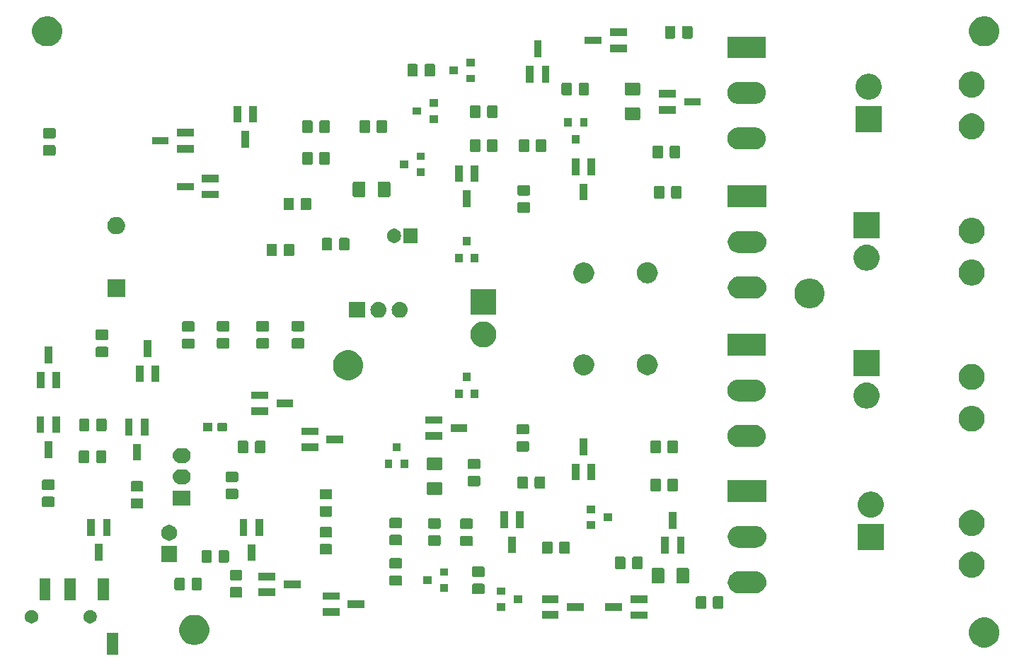
<source format=gbr>
G04 #@! TF.GenerationSoftware,KiCad,Pcbnew,(5.1.2)-2*
G04 #@! TF.CreationDate,2019-11-04T11:05:10-03:00*
G04 #@! TF.ProjectId,PCB,5043422e-6b69-4636-9164-5f7063625858,rev?*
G04 #@! TF.SameCoordinates,Original*
G04 #@! TF.FileFunction,Soldermask,Top*
G04 #@! TF.FilePolarity,Negative*
%FSLAX46Y46*%
G04 Gerber Fmt 4.6, Leading zero omitted, Abs format (unit mm)*
G04 Created by KiCad (PCBNEW (5.1.2)-2) date 2019-11-04 11:05:10*
%MOMM*%
%LPD*%
G04 APERTURE LIST*
%ADD10C,0.100000*%
G04 APERTURE END LIST*
D10*
G36*
X168876000Y-128251000D02*
G01*
X167574000Y-128251000D01*
X167574000Y-125649000D01*
X168876000Y-125649000D01*
X168876000Y-128251000D01*
X168876000Y-128251000D01*
G37*
G36*
X273025331Y-123871971D02*
G01*
X273353092Y-124007734D01*
X273648070Y-124204832D01*
X273898928Y-124455690D01*
X274096026Y-124750668D01*
X274231789Y-125078429D01*
X274301000Y-125426376D01*
X274301000Y-125781144D01*
X274231789Y-126129091D01*
X274096026Y-126456852D01*
X273898928Y-126751830D01*
X273648070Y-127002688D01*
X273353092Y-127199786D01*
X273025331Y-127335549D01*
X272677384Y-127404760D01*
X272322616Y-127404760D01*
X271974669Y-127335549D01*
X271646908Y-127199786D01*
X271351930Y-127002688D01*
X271101072Y-126751830D01*
X270903974Y-126456852D01*
X270768211Y-126129091D01*
X270699000Y-125781144D01*
X270699000Y-125426376D01*
X270768211Y-125078429D01*
X270903974Y-124750668D01*
X271101072Y-124455690D01*
X271351930Y-124204832D01*
X271646908Y-124007734D01*
X271974669Y-123871971D01*
X272322616Y-123802760D01*
X272677384Y-123802760D01*
X273025331Y-123871971D01*
X273025331Y-123871971D01*
G37*
G36*
X178525331Y-123568211D02*
G01*
X178853092Y-123703974D01*
X179148070Y-123901072D01*
X179398928Y-124151930D01*
X179596026Y-124446908D01*
X179731789Y-124774669D01*
X179801000Y-125122616D01*
X179801000Y-125477384D01*
X179731789Y-125825331D01*
X179596026Y-126153092D01*
X179398928Y-126448070D01*
X179148070Y-126698928D01*
X178853092Y-126896026D01*
X178525331Y-127031789D01*
X178177384Y-127101000D01*
X177822616Y-127101000D01*
X177474669Y-127031789D01*
X177146908Y-126896026D01*
X176851930Y-126698928D01*
X176601072Y-126448070D01*
X176403974Y-126153092D01*
X176268211Y-125825331D01*
X176199000Y-125477384D01*
X176199000Y-125122616D01*
X176268211Y-124774669D01*
X176403974Y-124446908D01*
X176601072Y-124151930D01*
X176851930Y-123901072D01*
X177146908Y-123703974D01*
X177474669Y-123568211D01*
X177822616Y-123499000D01*
X178177384Y-123499000D01*
X178525331Y-123568211D01*
X178525331Y-123568211D01*
G37*
G36*
X165758642Y-122929781D02*
G01*
X165904414Y-122990162D01*
X165904416Y-122990163D01*
X166035608Y-123077822D01*
X166147178Y-123189392D01*
X166234837Y-123320584D01*
X166234838Y-123320586D01*
X166295219Y-123466358D01*
X166326000Y-123621107D01*
X166326000Y-123778893D01*
X166295219Y-123933642D01*
X166234838Y-124079414D01*
X166234837Y-124079416D01*
X166147178Y-124210608D01*
X166035608Y-124322178D01*
X165904416Y-124409837D01*
X165904415Y-124409838D01*
X165904414Y-124409838D01*
X165758642Y-124470219D01*
X165603893Y-124501000D01*
X165446107Y-124501000D01*
X165291358Y-124470219D01*
X165145586Y-124409838D01*
X165145585Y-124409838D01*
X165145584Y-124409837D01*
X165014392Y-124322178D01*
X164902822Y-124210608D01*
X164815163Y-124079416D01*
X164815162Y-124079414D01*
X164754781Y-123933642D01*
X164724000Y-123778893D01*
X164724000Y-123621107D01*
X164754781Y-123466358D01*
X164815162Y-123320586D01*
X164815163Y-123320584D01*
X164902822Y-123189392D01*
X165014392Y-123077822D01*
X165145584Y-122990163D01*
X165145586Y-122990162D01*
X165291358Y-122929781D01*
X165446107Y-122899000D01*
X165603893Y-122899000D01*
X165758642Y-122929781D01*
X165758642Y-122929781D01*
G37*
G36*
X158758642Y-122929781D02*
G01*
X158904414Y-122990162D01*
X158904416Y-122990163D01*
X159035608Y-123077822D01*
X159147178Y-123189392D01*
X159234837Y-123320584D01*
X159234838Y-123320586D01*
X159295219Y-123466358D01*
X159326000Y-123621107D01*
X159326000Y-123778893D01*
X159295219Y-123933642D01*
X159234838Y-124079414D01*
X159234837Y-124079416D01*
X159147178Y-124210608D01*
X159035608Y-124322178D01*
X158904416Y-124409837D01*
X158904415Y-124409838D01*
X158904414Y-124409838D01*
X158758642Y-124470219D01*
X158603893Y-124501000D01*
X158446107Y-124501000D01*
X158291358Y-124470219D01*
X158145586Y-124409838D01*
X158145585Y-124409838D01*
X158145584Y-124409837D01*
X158014392Y-124322178D01*
X157902822Y-124210608D01*
X157815163Y-124079416D01*
X157815162Y-124079414D01*
X157754781Y-123933642D01*
X157724000Y-123778893D01*
X157724000Y-123621107D01*
X157754781Y-123466358D01*
X157815162Y-123320586D01*
X157815163Y-123320584D01*
X157902822Y-123189392D01*
X158014392Y-123077822D01*
X158145584Y-122990163D01*
X158145586Y-122990162D01*
X158291358Y-122929781D01*
X158446107Y-122899000D01*
X158603893Y-122899000D01*
X158758642Y-122929781D01*
X158758642Y-122929781D01*
G37*
G36*
X232189040Y-123973060D02*
G01*
X230187040Y-123973060D01*
X230187040Y-123071060D01*
X232189040Y-123071060D01*
X232189040Y-123973060D01*
X232189040Y-123973060D01*
G37*
G36*
X221589040Y-123953060D02*
G01*
X219587040Y-123953060D01*
X219587040Y-123051060D01*
X221589040Y-123051060D01*
X221589040Y-123953060D01*
X221589040Y-123953060D01*
G37*
G36*
X195366140Y-123598760D02*
G01*
X193364140Y-123598760D01*
X193364140Y-122696760D01*
X195366140Y-122696760D01*
X195366140Y-123598760D01*
X195366140Y-123598760D01*
G37*
G36*
X229189040Y-123023060D02*
G01*
X227187040Y-123023060D01*
X227187040Y-122121060D01*
X229189040Y-122121060D01*
X229189040Y-123023060D01*
X229189040Y-123023060D01*
G37*
G36*
X224589040Y-123003060D02*
G01*
X222587040Y-123003060D01*
X222587040Y-122101060D01*
X224589040Y-122101060D01*
X224589040Y-123003060D01*
X224589040Y-123003060D01*
G37*
G36*
X215229040Y-123003060D02*
G01*
X214227040Y-123003060D01*
X214227040Y-122101060D01*
X215229040Y-122101060D01*
X215229040Y-123003060D01*
X215229040Y-123003060D01*
G37*
G36*
X241139514Y-121257225D02*
G01*
X241177207Y-121268659D01*
X241211943Y-121287226D01*
X241242388Y-121312212D01*
X241267374Y-121342657D01*
X241285941Y-121377393D01*
X241297375Y-121415086D01*
X241301840Y-121460421D01*
X241301840Y-122547099D01*
X241297375Y-122592434D01*
X241285941Y-122630127D01*
X241267374Y-122664863D01*
X241242388Y-122695308D01*
X241211943Y-122720294D01*
X241177207Y-122738861D01*
X241139514Y-122750295D01*
X241094179Y-122754760D01*
X240257501Y-122754760D01*
X240212166Y-122750295D01*
X240174473Y-122738861D01*
X240139737Y-122720294D01*
X240109292Y-122695308D01*
X240084306Y-122664863D01*
X240065739Y-122630127D01*
X240054305Y-122592434D01*
X240049840Y-122547099D01*
X240049840Y-121460421D01*
X240054305Y-121415086D01*
X240065739Y-121377393D01*
X240084306Y-121342657D01*
X240109292Y-121312212D01*
X240139737Y-121287226D01*
X240174473Y-121268659D01*
X240212166Y-121257225D01*
X240257501Y-121252760D01*
X241094179Y-121252760D01*
X241139514Y-121257225D01*
X241139514Y-121257225D01*
G37*
G36*
X239089514Y-121257225D02*
G01*
X239127207Y-121268659D01*
X239161943Y-121287226D01*
X239192388Y-121312212D01*
X239217374Y-121342657D01*
X239235941Y-121377393D01*
X239247375Y-121415086D01*
X239251840Y-121460421D01*
X239251840Y-122547099D01*
X239247375Y-122592434D01*
X239235941Y-122630127D01*
X239217374Y-122664863D01*
X239192388Y-122695308D01*
X239161943Y-122720294D01*
X239127207Y-122738861D01*
X239089514Y-122750295D01*
X239044179Y-122754760D01*
X238207501Y-122754760D01*
X238162166Y-122750295D01*
X238124473Y-122738861D01*
X238089737Y-122720294D01*
X238059292Y-122695308D01*
X238034306Y-122664863D01*
X238015739Y-122630127D01*
X238004305Y-122592434D01*
X237999840Y-122547099D01*
X237999840Y-121460421D01*
X238004305Y-121415086D01*
X238015739Y-121377393D01*
X238034306Y-121342657D01*
X238059292Y-121312212D01*
X238089737Y-121287226D01*
X238124473Y-121268659D01*
X238162166Y-121257225D01*
X238207501Y-121252760D01*
X239044179Y-121252760D01*
X239089514Y-121257225D01*
X239089514Y-121257225D01*
G37*
G36*
X198366140Y-122648760D02*
G01*
X196364140Y-122648760D01*
X196364140Y-121746760D01*
X198366140Y-121746760D01*
X198366140Y-122648760D01*
X198366140Y-122648760D01*
G37*
G36*
X232189040Y-122073060D02*
G01*
X230187040Y-122073060D01*
X230187040Y-121171060D01*
X232189040Y-121171060D01*
X232189040Y-122073060D01*
X232189040Y-122073060D01*
G37*
G36*
X221589040Y-122053060D02*
G01*
X219587040Y-122053060D01*
X219587040Y-121151060D01*
X221589040Y-121151060D01*
X221589040Y-122053060D01*
X221589040Y-122053060D01*
G37*
G36*
X217229040Y-122053060D02*
G01*
X216227040Y-122053060D01*
X216227040Y-121151060D01*
X217229040Y-121151060D01*
X217229040Y-122053060D01*
X217229040Y-122053060D01*
G37*
G36*
X163776000Y-121751000D02*
G01*
X162474000Y-121751000D01*
X162474000Y-119149000D01*
X163776000Y-119149000D01*
X163776000Y-121751000D01*
X163776000Y-121751000D01*
G37*
G36*
X160776000Y-121751000D02*
G01*
X159474000Y-121751000D01*
X159474000Y-119149000D01*
X160776000Y-119149000D01*
X160776000Y-121751000D01*
X160776000Y-121751000D01*
G37*
G36*
X167776000Y-121751000D02*
G01*
X166474000Y-121751000D01*
X166474000Y-119149000D01*
X167776000Y-119149000D01*
X167776000Y-121751000D01*
X167776000Y-121751000D01*
G37*
G36*
X195366140Y-121698760D02*
G01*
X193364140Y-121698760D01*
X193364140Y-120796760D01*
X195366140Y-120796760D01*
X195366140Y-121698760D01*
X195366140Y-121698760D01*
G37*
G36*
X183580914Y-120157525D02*
G01*
X183618607Y-120168959D01*
X183653343Y-120187526D01*
X183683788Y-120212512D01*
X183708774Y-120242957D01*
X183727341Y-120277693D01*
X183738775Y-120315386D01*
X183743240Y-120360721D01*
X183743240Y-121197399D01*
X183738775Y-121242734D01*
X183727341Y-121280427D01*
X183708774Y-121315163D01*
X183683788Y-121345608D01*
X183653343Y-121370594D01*
X183618607Y-121389161D01*
X183580914Y-121400595D01*
X183535579Y-121405060D01*
X182448901Y-121405060D01*
X182403566Y-121400595D01*
X182365873Y-121389161D01*
X182331137Y-121370594D01*
X182300692Y-121345608D01*
X182275706Y-121315163D01*
X182257139Y-121280427D01*
X182245705Y-121242734D01*
X182241240Y-121197399D01*
X182241240Y-120360721D01*
X182245705Y-120315386D01*
X182257139Y-120277693D01*
X182275706Y-120242957D01*
X182300692Y-120212512D01*
X182331137Y-120187526D01*
X182365873Y-120168959D01*
X182403566Y-120157525D01*
X182448901Y-120153060D01*
X183535579Y-120153060D01*
X183580914Y-120157525D01*
X183580914Y-120157525D01*
G37*
G36*
X187700240Y-121247660D02*
G01*
X185698240Y-121247660D01*
X185698240Y-120345660D01*
X187700240Y-120345660D01*
X187700240Y-121247660D01*
X187700240Y-121247660D01*
G37*
G36*
X215229040Y-121103060D02*
G01*
X214227040Y-121103060D01*
X214227040Y-120201060D01*
X215229040Y-120201060D01*
X215229040Y-121103060D01*
X215229040Y-121103060D01*
G37*
G36*
X212566714Y-119760525D02*
G01*
X212604407Y-119771959D01*
X212639143Y-119790526D01*
X212669588Y-119815512D01*
X212694574Y-119845957D01*
X212713141Y-119880693D01*
X212724575Y-119918386D01*
X212729040Y-119963721D01*
X212729040Y-120800399D01*
X212724575Y-120845734D01*
X212713141Y-120883427D01*
X212694574Y-120918163D01*
X212669588Y-120948608D01*
X212639143Y-120973594D01*
X212604407Y-120992161D01*
X212566714Y-121003595D01*
X212521379Y-121008060D01*
X211434701Y-121008060D01*
X211389366Y-121003595D01*
X211351673Y-120992161D01*
X211316937Y-120973594D01*
X211286492Y-120948608D01*
X211261506Y-120918163D01*
X211242939Y-120883427D01*
X211231505Y-120845734D01*
X211227040Y-120800399D01*
X211227040Y-119963721D01*
X211231505Y-119918386D01*
X211242939Y-119880693D01*
X211261506Y-119845957D01*
X211286492Y-119815512D01*
X211316937Y-119790526D01*
X211351673Y-119771959D01*
X211389366Y-119760525D01*
X211434701Y-119756060D01*
X212521379Y-119756060D01*
X212566714Y-119760525D01*
X212566714Y-119760525D01*
G37*
G36*
X245289513Y-118304473D02*
G01*
X245385080Y-118313885D01*
X245630320Y-118388278D01*
X245856334Y-118509085D01*
X245907939Y-118551436D01*
X246054437Y-118671663D01*
X246174664Y-118818161D01*
X246217015Y-118869766D01*
X246337822Y-119095780D01*
X246412215Y-119341020D01*
X246437334Y-119596060D01*
X246412215Y-119851100D01*
X246337822Y-120096340D01*
X246217015Y-120322354D01*
X246209160Y-120331925D01*
X246054437Y-120520457D01*
X245907939Y-120640684D01*
X245856334Y-120683035D01*
X245856332Y-120683036D01*
X245636762Y-120800399D01*
X245630320Y-120803842D01*
X245385080Y-120878235D01*
X245332364Y-120883427D01*
X245193946Y-120897060D01*
X243066134Y-120897060D01*
X242927716Y-120883427D01*
X242875000Y-120878235D01*
X242629760Y-120803842D01*
X242623319Y-120800399D01*
X242403748Y-120683036D01*
X242403746Y-120683035D01*
X242352141Y-120640684D01*
X242205643Y-120520457D01*
X242050920Y-120331925D01*
X242043065Y-120322354D01*
X241922258Y-120096340D01*
X241847865Y-119851100D01*
X241822746Y-119596060D01*
X241847865Y-119341020D01*
X241922258Y-119095780D01*
X242043065Y-118869766D01*
X242085416Y-118818161D01*
X242205643Y-118671663D01*
X242352141Y-118551436D01*
X242403746Y-118509085D01*
X242629760Y-118388278D01*
X242875000Y-118313885D01*
X242970567Y-118304473D01*
X243066134Y-118295060D01*
X245193946Y-118295060D01*
X245289513Y-118304473D01*
X245289513Y-118304473D01*
G37*
G36*
X208379040Y-120723060D02*
G01*
X207377040Y-120723060D01*
X207377040Y-119821060D01*
X208379040Y-119821060D01*
X208379040Y-120723060D01*
X208379040Y-120723060D01*
G37*
G36*
X178763674Y-119053465D02*
G01*
X178801367Y-119064899D01*
X178836103Y-119083466D01*
X178866548Y-119108452D01*
X178891534Y-119138897D01*
X178910101Y-119173633D01*
X178921535Y-119211326D01*
X178926000Y-119256661D01*
X178926000Y-120343339D01*
X178921535Y-120388674D01*
X178910101Y-120426367D01*
X178891534Y-120461103D01*
X178866548Y-120491548D01*
X178836103Y-120516534D01*
X178801367Y-120535101D01*
X178763674Y-120546535D01*
X178718339Y-120551000D01*
X177881661Y-120551000D01*
X177836326Y-120546535D01*
X177798633Y-120535101D01*
X177763897Y-120516534D01*
X177733452Y-120491548D01*
X177708466Y-120461103D01*
X177689899Y-120426367D01*
X177678465Y-120388674D01*
X177674000Y-120343339D01*
X177674000Y-119256661D01*
X177678465Y-119211326D01*
X177689899Y-119173633D01*
X177708466Y-119138897D01*
X177733452Y-119108452D01*
X177763897Y-119083466D01*
X177798633Y-119064899D01*
X177836326Y-119053465D01*
X177881661Y-119049000D01*
X178718339Y-119049000D01*
X178763674Y-119053465D01*
X178763674Y-119053465D01*
G37*
G36*
X176713674Y-119053465D02*
G01*
X176751367Y-119064899D01*
X176786103Y-119083466D01*
X176816548Y-119108452D01*
X176841534Y-119138897D01*
X176860101Y-119173633D01*
X176871535Y-119211326D01*
X176876000Y-119256661D01*
X176876000Y-120343339D01*
X176871535Y-120388674D01*
X176860101Y-120426367D01*
X176841534Y-120461103D01*
X176816548Y-120491548D01*
X176786103Y-120516534D01*
X176751367Y-120535101D01*
X176713674Y-120546535D01*
X176668339Y-120551000D01*
X175831661Y-120551000D01*
X175786326Y-120546535D01*
X175748633Y-120535101D01*
X175713897Y-120516534D01*
X175683452Y-120491548D01*
X175658466Y-120461103D01*
X175639899Y-120426367D01*
X175628465Y-120388674D01*
X175624000Y-120343339D01*
X175624000Y-119256661D01*
X175628465Y-119211326D01*
X175639899Y-119173633D01*
X175658466Y-119138897D01*
X175683452Y-119108452D01*
X175713897Y-119083466D01*
X175748633Y-119064899D01*
X175786326Y-119053465D01*
X175831661Y-119049000D01*
X176668339Y-119049000D01*
X176713674Y-119053465D01*
X176713674Y-119053465D01*
G37*
G36*
X190700240Y-120297660D02*
G01*
X188698240Y-120297660D01*
X188698240Y-119395660D01*
X190700240Y-119395660D01*
X190700240Y-120297660D01*
X190700240Y-120297660D01*
G37*
G36*
X202681714Y-118751525D02*
G01*
X202719407Y-118762959D01*
X202754143Y-118781526D01*
X202784588Y-118806512D01*
X202809574Y-118836957D01*
X202828141Y-118871693D01*
X202839575Y-118909386D01*
X202844040Y-118954721D01*
X202844040Y-119791399D01*
X202839575Y-119836734D01*
X202828141Y-119874427D01*
X202809574Y-119909163D01*
X202784588Y-119939608D01*
X202754143Y-119964594D01*
X202719407Y-119983161D01*
X202681714Y-119994595D01*
X202636379Y-119999060D01*
X201549701Y-119999060D01*
X201504366Y-119994595D01*
X201466673Y-119983161D01*
X201431937Y-119964594D01*
X201401492Y-119939608D01*
X201376506Y-119909163D01*
X201357939Y-119874427D01*
X201346505Y-119836734D01*
X201342040Y-119791399D01*
X201342040Y-118954721D01*
X201346505Y-118909386D01*
X201357939Y-118871693D01*
X201376506Y-118836957D01*
X201401492Y-118806512D01*
X201431937Y-118781526D01*
X201466673Y-118762959D01*
X201504366Y-118751525D01*
X201549701Y-118747060D01*
X202636379Y-118747060D01*
X202681714Y-118751525D01*
X202681714Y-118751525D01*
G37*
G36*
X206379040Y-119773060D02*
G01*
X205377040Y-119773060D01*
X205377040Y-118871060D01*
X206379040Y-118871060D01*
X206379040Y-119773060D01*
X206379040Y-119773060D01*
G37*
G36*
X237051402Y-117881941D02*
G01*
X237086321Y-117892534D01*
X237118503Y-117909736D01*
X237146713Y-117932887D01*
X237169864Y-117961097D01*
X237187066Y-117993279D01*
X237197659Y-118028198D01*
X237201840Y-118070655D01*
X237201840Y-119536865D01*
X237197659Y-119579322D01*
X237187066Y-119614241D01*
X237169864Y-119646423D01*
X237146713Y-119674633D01*
X237118503Y-119697784D01*
X237086321Y-119714986D01*
X237051402Y-119725579D01*
X237008945Y-119729760D01*
X235867735Y-119729760D01*
X235825278Y-119725579D01*
X235790359Y-119714986D01*
X235758177Y-119697784D01*
X235729967Y-119674633D01*
X235706816Y-119646423D01*
X235689614Y-119614241D01*
X235679021Y-119579322D01*
X235674840Y-119536865D01*
X235674840Y-118070655D01*
X235679021Y-118028198D01*
X235689614Y-117993279D01*
X235706816Y-117961097D01*
X235729967Y-117932887D01*
X235758177Y-117909736D01*
X235790359Y-117892534D01*
X235825278Y-117881941D01*
X235867735Y-117877760D01*
X237008945Y-117877760D01*
X237051402Y-117881941D01*
X237051402Y-117881941D01*
G37*
G36*
X234076402Y-117881941D02*
G01*
X234111321Y-117892534D01*
X234143503Y-117909736D01*
X234171713Y-117932887D01*
X234194864Y-117961097D01*
X234212066Y-117993279D01*
X234222659Y-118028198D01*
X234226840Y-118070655D01*
X234226840Y-119536865D01*
X234222659Y-119579322D01*
X234212066Y-119614241D01*
X234194864Y-119646423D01*
X234171713Y-119674633D01*
X234143503Y-119697784D01*
X234111321Y-119714986D01*
X234076402Y-119725579D01*
X234033945Y-119729760D01*
X232892735Y-119729760D01*
X232850278Y-119725579D01*
X232815359Y-119714986D01*
X232783177Y-119697784D01*
X232754967Y-119674633D01*
X232731816Y-119646423D01*
X232714614Y-119614241D01*
X232704021Y-119579322D01*
X232699840Y-119536865D01*
X232699840Y-118070655D01*
X232704021Y-118028198D01*
X232714614Y-117993279D01*
X232731816Y-117961097D01*
X232754967Y-117932887D01*
X232783177Y-117909736D01*
X232815359Y-117892534D01*
X232850278Y-117881941D01*
X232892735Y-117877760D01*
X234033945Y-117877760D01*
X234076402Y-117881941D01*
X234076402Y-117881941D01*
G37*
G36*
X183580914Y-118107525D02*
G01*
X183618607Y-118118959D01*
X183653343Y-118137526D01*
X183683788Y-118162512D01*
X183708774Y-118192957D01*
X183727341Y-118227693D01*
X183738775Y-118265386D01*
X183743240Y-118310721D01*
X183743240Y-119147399D01*
X183738775Y-119192734D01*
X183727341Y-119230427D01*
X183708774Y-119265163D01*
X183683788Y-119295608D01*
X183653343Y-119320594D01*
X183618607Y-119339161D01*
X183580914Y-119350595D01*
X183535579Y-119355060D01*
X182448901Y-119355060D01*
X182403566Y-119350595D01*
X182365873Y-119339161D01*
X182331137Y-119320594D01*
X182300692Y-119295608D01*
X182275706Y-119265163D01*
X182257139Y-119230427D01*
X182245705Y-119192734D01*
X182241240Y-119147399D01*
X182241240Y-118310721D01*
X182245705Y-118265386D01*
X182257139Y-118227693D01*
X182275706Y-118192957D01*
X182300692Y-118162512D01*
X182331137Y-118137526D01*
X182365873Y-118118959D01*
X182403566Y-118107525D01*
X182448901Y-118103060D01*
X183535579Y-118103060D01*
X183580914Y-118107525D01*
X183580914Y-118107525D01*
G37*
G36*
X187700240Y-119347660D02*
G01*
X185698240Y-119347660D01*
X185698240Y-118445660D01*
X187700240Y-118445660D01*
X187700240Y-119347660D01*
X187700240Y-119347660D01*
G37*
G36*
X271191275Y-115956661D02*
G01*
X271452410Y-116008604D01*
X271734674Y-116125521D01*
X271988705Y-116295259D01*
X272204741Y-116511295D01*
X272374479Y-116765326D01*
X272489635Y-117043339D01*
X272491396Y-117047591D01*
X272551000Y-117347239D01*
X272551000Y-117652761D01*
X272533369Y-117741399D01*
X272491396Y-117952410D01*
X272374479Y-118234674D01*
X272204741Y-118488705D01*
X271988705Y-118704741D01*
X271734674Y-118874479D01*
X271452410Y-118991396D01*
X271312464Y-119019233D01*
X271152761Y-119051000D01*
X270847239Y-119051000D01*
X270687536Y-119019233D01*
X270547590Y-118991396D01*
X270265326Y-118874479D01*
X270011295Y-118704741D01*
X269795259Y-118488705D01*
X269625521Y-118234674D01*
X269508604Y-117952410D01*
X269466631Y-117741399D01*
X269449000Y-117652761D01*
X269449000Y-117347239D01*
X269508604Y-117047591D01*
X269510365Y-117043339D01*
X269625521Y-116765326D01*
X269795259Y-116511295D01*
X270011295Y-116295259D01*
X270265326Y-116125521D01*
X270547590Y-116008604D01*
X270808725Y-115956661D01*
X270847239Y-115949000D01*
X271152761Y-115949000D01*
X271191275Y-115956661D01*
X271191275Y-115956661D01*
G37*
G36*
X212566714Y-117710525D02*
G01*
X212604407Y-117721959D01*
X212639143Y-117740526D01*
X212669588Y-117765512D01*
X212694574Y-117795957D01*
X212713141Y-117830693D01*
X212724575Y-117868386D01*
X212729040Y-117913721D01*
X212729040Y-118750399D01*
X212724575Y-118795734D01*
X212713141Y-118833427D01*
X212694574Y-118868163D01*
X212669588Y-118898608D01*
X212639143Y-118923594D01*
X212604407Y-118942161D01*
X212566714Y-118953595D01*
X212521379Y-118958060D01*
X211434701Y-118958060D01*
X211389366Y-118953595D01*
X211351673Y-118942161D01*
X211316937Y-118923594D01*
X211286492Y-118898608D01*
X211261506Y-118868163D01*
X211242939Y-118833427D01*
X211231505Y-118795734D01*
X211227040Y-118750399D01*
X211227040Y-117913721D01*
X211231505Y-117868386D01*
X211242939Y-117830693D01*
X211261506Y-117795957D01*
X211286492Y-117765512D01*
X211316937Y-117740526D01*
X211351673Y-117721959D01*
X211389366Y-117710525D01*
X211434701Y-117706060D01*
X212521379Y-117706060D01*
X212566714Y-117710525D01*
X212566714Y-117710525D01*
G37*
G36*
X208379040Y-118823060D02*
G01*
X207377040Y-118823060D01*
X207377040Y-117921060D01*
X208379040Y-117921060D01*
X208379040Y-118823060D01*
X208379040Y-118823060D01*
G37*
G36*
X229421714Y-116515525D02*
G01*
X229459407Y-116526959D01*
X229494143Y-116545526D01*
X229524588Y-116570512D01*
X229549574Y-116600957D01*
X229568141Y-116635693D01*
X229579575Y-116673386D01*
X229584040Y-116718721D01*
X229584040Y-117805399D01*
X229579575Y-117850734D01*
X229568141Y-117888427D01*
X229549574Y-117923163D01*
X229524588Y-117953608D01*
X229494143Y-117978594D01*
X229459407Y-117997161D01*
X229421714Y-118008595D01*
X229376379Y-118013060D01*
X228539701Y-118013060D01*
X228494366Y-118008595D01*
X228456673Y-117997161D01*
X228421937Y-117978594D01*
X228391492Y-117953608D01*
X228366506Y-117923163D01*
X228347939Y-117888427D01*
X228336505Y-117850734D01*
X228332040Y-117805399D01*
X228332040Y-116718721D01*
X228336505Y-116673386D01*
X228347939Y-116635693D01*
X228366506Y-116600957D01*
X228391492Y-116570512D01*
X228421937Y-116545526D01*
X228456673Y-116526959D01*
X228494366Y-116515525D01*
X228539701Y-116511060D01*
X229376379Y-116511060D01*
X229421714Y-116515525D01*
X229421714Y-116515525D01*
G37*
G36*
X231471714Y-116515525D02*
G01*
X231509407Y-116526959D01*
X231544143Y-116545526D01*
X231574588Y-116570512D01*
X231599574Y-116600957D01*
X231618141Y-116635693D01*
X231629575Y-116673386D01*
X231634040Y-116718721D01*
X231634040Y-117805399D01*
X231629575Y-117850734D01*
X231618141Y-117888427D01*
X231599574Y-117923163D01*
X231574588Y-117953608D01*
X231544143Y-117978594D01*
X231509407Y-117997161D01*
X231471714Y-118008595D01*
X231426379Y-118013060D01*
X230589701Y-118013060D01*
X230544366Y-118008595D01*
X230506673Y-117997161D01*
X230471937Y-117978594D01*
X230441492Y-117953608D01*
X230416506Y-117923163D01*
X230397939Y-117888427D01*
X230386505Y-117850734D01*
X230382040Y-117805399D01*
X230382040Y-116718721D01*
X230386505Y-116673386D01*
X230397939Y-116635693D01*
X230416506Y-116600957D01*
X230441492Y-116570512D01*
X230471937Y-116545526D01*
X230506673Y-116526959D01*
X230544366Y-116515525D01*
X230589701Y-116511060D01*
X231426379Y-116511060D01*
X231471714Y-116515525D01*
X231471714Y-116515525D01*
G37*
G36*
X202681714Y-116701525D02*
G01*
X202719407Y-116712959D01*
X202754143Y-116731526D01*
X202784588Y-116756512D01*
X202809574Y-116786957D01*
X202828141Y-116821693D01*
X202839575Y-116859386D01*
X202844040Y-116904721D01*
X202844040Y-117741399D01*
X202839575Y-117786734D01*
X202828141Y-117824427D01*
X202809574Y-117859163D01*
X202784588Y-117889608D01*
X202754143Y-117914594D01*
X202719407Y-117933161D01*
X202681714Y-117944595D01*
X202636379Y-117949060D01*
X201549701Y-117949060D01*
X201504366Y-117944595D01*
X201466673Y-117933161D01*
X201431937Y-117914594D01*
X201401492Y-117889608D01*
X201376506Y-117859163D01*
X201357939Y-117824427D01*
X201346505Y-117786734D01*
X201342040Y-117741399D01*
X201342040Y-116904721D01*
X201346505Y-116859386D01*
X201357939Y-116821693D01*
X201376506Y-116786957D01*
X201401492Y-116756512D01*
X201431937Y-116731526D01*
X201466673Y-116712959D01*
X201504366Y-116701525D01*
X201549701Y-116697060D01*
X202636379Y-116697060D01*
X202681714Y-116701525D01*
X202681714Y-116701525D01*
G37*
G36*
X179938674Y-115753465D02*
G01*
X179976367Y-115764899D01*
X180011103Y-115783466D01*
X180041548Y-115808452D01*
X180066534Y-115838897D01*
X180085101Y-115873633D01*
X180096535Y-115911326D01*
X180101000Y-115956661D01*
X180101000Y-117043339D01*
X180096535Y-117088674D01*
X180085101Y-117126367D01*
X180066534Y-117161103D01*
X180041548Y-117191548D01*
X180011103Y-117216534D01*
X179976367Y-117235101D01*
X179938674Y-117246535D01*
X179893339Y-117251000D01*
X179056661Y-117251000D01*
X179011326Y-117246535D01*
X178973633Y-117235101D01*
X178938897Y-117216534D01*
X178908452Y-117191548D01*
X178883466Y-117161103D01*
X178864899Y-117126367D01*
X178853465Y-117088674D01*
X178849000Y-117043339D01*
X178849000Y-115956661D01*
X178853465Y-115911326D01*
X178864899Y-115873633D01*
X178883466Y-115838897D01*
X178908452Y-115808452D01*
X178938897Y-115783466D01*
X178973633Y-115764899D01*
X179011326Y-115753465D01*
X179056661Y-115749000D01*
X179893339Y-115749000D01*
X179938674Y-115753465D01*
X179938674Y-115753465D01*
G37*
G36*
X181988674Y-115753465D02*
G01*
X182026367Y-115764899D01*
X182061103Y-115783466D01*
X182091548Y-115808452D01*
X182116534Y-115838897D01*
X182135101Y-115873633D01*
X182146535Y-115911326D01*
X182151000Y-115956661D01*
X182151000Y-117043339D01*
X182146535Y-117088674D01*
X182135101Y-117126367D01*
X182116534Y-117161103D01*
X182091548Y-117191548D01*
X182061103Y-117216534D01*
X182026367Y-117235101D01*
X181988674Y-117246535D01*
X181943339Y-117251000D01*
X181106661Y-117251000D01*
X181061326Y-117246535D01*
X181023633Y-117235101D01*
X180988897Y-117216534D01*
X180958452Y-117191548D01*
X180933466Y-117161103D01*
X180914899Y-117126367D01*
X180903465Y-117088674D01*
X180899000Y-117043339D01*
X180899000Y-115956661D01*
X180903465Y-115911326D01*
X180914899Y-115873633D01*
X180933466Y-115838897D01*
X180958452Y-115808452D01*
X180988897Y-115783466D01*
X181023633Y-115764899D01*
X181061326Y-115753465D01*
X181106661Y-115749000D01*
X181943339Y-115749000D01*
X181988674Y-115753465D01*
X181988674Y-115753465D01*
G37*
G36*
X175951000Y-117151000D02*
G01*
X174049000Y-117151000D01*
X174049000Y-115249000D01*
X175951000Y-115249000D01*
X175951000Y-117151000D01*
X175951000Y-117151000D01*
G37*
G36*
X185284740Y-117039060D02*
G01*
X184382740Y-117039060D01*
X184382740Y-115037060D01*
X185284740Y-115037060D01*
X185284740Y-117039060D01*
X185284740Y-117039060D01*
G37*
G36*
X167034840Y-117013660D02*
G01*
X166132840Y-117013660D01*
X166132840Y-115011660D01*
X167034840Y-115011660D01*
X167034840Y-117013660D01*
X167034840Y-117013660D01*
G37*
G36*
X194325114Y-115008725D02*
G01*
X194362807Y-115020159D01*
X194397543Y-115038726D01*
X194427988Y-115063712D01*
X194452974Y-115094157D01*
X194471541Y-115128893D01*
X194482975Y-115166586D01*
X194487440Y-115211921D01*
X194487440Y-116048599D01*
X194482975Y-116093934D01*
X194471541Y-116131627D01*
X194452974Y-116166363D01*
X194427988Y-116196808D01*
X194397543Y-116221794D01*
X194362807Y-116240361D01*
X194325114Y-116251795D01*
X194279779Y-116256260D01*
X193193101Y-116256260D01*
X193147766Y-116251795D01*
X193110073Y-116240361D01*
X193075337Y-116221794D01*
X193044892Y-116196808D01*
X193019906Y-116166363D01*
X193001339Y-116131627D01*
X192989905Y-116093934D01*
X192985440Y-116048599D01*
X192985440Y-115211921D01*
X192989905Y-115166586D01*
X193001339Y-115128893D01*
X193019906Y-115094157D01*
X193044892Y-115063712D01*
X193075337Y-115038726D01*
X193110073Y-115020159D01*
X193147766Y-115008725D01*
X193193101Y-115004260D01*
X194279779Y-115004260D01*
X194325114Y-115008725D01*
X194325114Y-115008725D01*
G37*
G36*
X220701714Y-114685525D02*
G01*
X220739407Y-114696959D01*
X220774143Y-114715526D01*
X220804588Y-114740512D01*
X220829574Y-114770957D01*
X220848141Y-114805693D01*
X220859575Y-114843386D01*
X220864040Y-114888721D01*
X220864040Y-115975399D01*
X220859575Y-116020734D01*
X220848141Y-116058427D01*
X220829574Y-116093163D01*
X220804588Y-116123608D01*
X220774143Y-116148594D01*
X220739407Y-116167161D01*
X220701714Y-116178595D01*
X220656379Y-116183060D01*
X219819701Y-116183060D01*
X219774366Y-116178595D01*
X219736673Y-116167161D01*
X219701937Y-116148594D01*
X219671492Y-116123608D01*
X219646506Y-116093163D01*
X219627939Y-116058427D01*
X219616505Y-116020734D01*
X219612040Y-115975399D01*
X219612040Y-114888721D01*
X219616505Y-114843386D01*
X219627939Y-114805693D01*
X219646506Y-114770957D01*
X219671492Y-114740512D01*
X219701937Y-114715526D01*
X219736673Y-114696959D01*
X219774366Y-114685525D01*
X219819701Y-114681060D01*
X220656379Y-114681060D01*
X220701714Y-114685525D01*
X220701714Y-114685525D01*
G37*
G36*
X222751714Y-114685525D02*
G01*
X222789407Y-114696959D01*
X222824143Y-114715526D01*
X222854588Y-114740512D01*
X222879574Y-114770957D01*
X222898141Y-114805693D01*
X222909575Y-114843386D01*
X222914040Y-114888721D01*
X222914040Y-115975399D01*
X222909575Y-116020734D01*
X222898141Y-116058427D01*
X222879574Y-116093163D01*
X222854588Y-116123608D01*
X222824143Y-116148594D01*
X222789407Y-116167161D01*
X222751714Y-116178595D01*
X222706379Y-116183060D01*
X221869701Y-116183060D01*
X221824366Y-116178595D01*
X221786673Y-116167161D01*
X221751937Y-116148594D01*
X221721492Y-116123608D01*
X221696506Y-116093163D01*
X221677939Y-116058427D01*
X221666505Y-116020734D01*
X221662040Y-115975399D01*
X221662040Y-114888721D01*
X221666505Y-114843386D01*
X221677939Y-114805693D01*
X221696506Y-114770957D01*
X221721492Y-114740512D01*
X221751937Y-114715526D01*
X221786673Y-114696959D01*
X221824366Y-114685525D01*
X221869701Y-114681060D01*
X222706379Y-114681060D01*
X222751714Y-114685525D01*
X222751714Y-114685525D01*
G37*
G36*
X234749040Y-116163060D02*
G01*
X233847040Y-116163060D01*
X233847040Y-114161060D01*
X234749040Y-114161060D01*
X234749040Y-116163060D01*
X234749040Y-116163060D01*
G37*
G36*
X236649040Y-116163060D02*
G01*
X235747040Y-116163060D01*
X235747040Y-114161060D01*
X236649040Y-114161060D01*
X236649040Y-116163060D01*
X236649040Y-116163060D01*
G37*
G36*
X216469040Y-116103060D02*
G01*
X215567040Y-116103060D01*
X215567040Y-114101060D01*
X216469040Y-114101060D01*
X216469040Y-116103060D01*
X216469040Y-116103060D01*
G37*
G36*
X260479840Y-115720760D02*
G01*
X257377840Y-115720760D01*
X257377840Y-112618760D01*
X260479840Y-112618760D01*
X260479840Y-115720760D01*
X260479840Y-115720760D01*
G37*
G36*
X245289512Y-112854472D02*
G01*
X245385080Y-112863885D01*
X245630320Y-112938278D01*
X245630322Y-112938279D01*
X245656757Y-112952409D01*
X245856334Y-113059085D01*
X245898076Y-113093342D01*
X246054437Y-113221663D01*
X246174664Y-113368161D01*
X246217015Y-113419766D01*
X246337822Y-113645780D01*
X246412215Y-113891020D01*
X246437334Y-114146060D01*
X246412215Y-114401100D01*
X246337822Y-114646340D01*
X246217015Y-114872354D01*
X246174664Y-114923959D01*
X246054437Y-115070457D01*
X245928763Y-115173594D01*
X245856334Y-115233035D01*
X245630320Y-115353842D01*
X245385080Y-115428235D01*
X245289512Y-115437648D01*
X245193946Y-115447060D01*
X243066134Y-115447060D01*
X242970568Y-115437648D01*
X242875000Y-115428235D01*
X242629760Y-115353842D01*
X242403746Y-115233035D01*
X242331317Y-115173594D01*
X242205643Y-115070457D01*
X242085416Y-114923959D01*
X242043065Y-114872354D01*
X241922258Y-114646340D01*
X241847865Y-114401100D01*
X241822746Y-114146060D01*
X241847865Y-113891020D01*
X241922258Y-113645780D01*
X242043065Y-113419766D01*
X242085416Y-113368161D01*
X242205643Y-113221663D01*
X242362004Y-113093342D01*
X242403746Y-113059085D01*
X242603323Y-112952409D01*
X242629758Y-112938279D01*
X242629760Y-112938278D01*
X242875000Y-112863885D01*
X242970568Y-112854472D01*
X243066134Y-112845060D01*
X245193946Y-112845060D01*
X245289512Y-112854472D01*
X245289512Y-112854472D01*
G37*
G36*
X211156714Y-114010525D02*
G01*
X211194407Y-114021959D01*
X211229143Y-114040526D01*
X211259588Y-114065512D01*
X211284574Y-114095957D01*
X211303141Y-114130693D01*
X211314575Y-114168386D01*
X211319040Y-114213721D01*
X211319040Y-115050399D01*
X211314575Y-115095734D01*
X211303141Y-115133427D01*
X211284574Y-115168163D01*
X211259588Y-115198608D01*
X211229143Y-115223594D01*
X211194407Y-115242161D01*
X211156714Y-115253595D01*
X211111379Y-115258060D01*
X210024701Y-115258060D01*
X209979366Y-115253595D01*
X209941673Y-115242161D01*
X209906937Y-115223594D01*
X209876492Y-115198608D01*
X209851506Y-115168163D01*
X209832939Y-115133427D01*
X209821505Y-115095734D01*
X209817040Y-115050399D01*
X209817040Y-114213721D01*
X209821505Y-114168386D01*
X209832939Y-114130693D01*
X209851506Y-114095957D01*
X209876492Y-114065512D01*
X209906937Y-114040526D01*
X209941673Y-114021959D01*
X209979366Y-114010525D01*
X210024701Y-114006060D01*
X211111379Y-114006060D01*
X211156714Y-114010525D01*
X211156714Y-114010525D01*
G37*
G36*
X207306714Y-113960525D02*
G01*
X207344407Y-113971959D01*
X207379143Y-113990526D01*
X207409588Y-114015512D01*
X207434574Y-114045957D01*
X207453141Y-114080693D01*
X207464575Y-114118386D01*
X207469040Y-114163721D01*
X207469040Y-115000399D01*
X207464575Y-115045734D01*
X207453141Y-115083427D01*
X207434574Y-115118163D01*
X207409588Y-115148608D01*
X207379143Y-115173594D01*
X207344407Y-115192161D01*
X207306714Y-115203595D01*
X207261379Y-115208060D01*
X206174701Y-115208060D01*
X206129366Y-115203595D01*
X206091673Y-115192161D01*
X206056937Y-115173594D01*
X206026492Y-115148608D01*
X206001506Y-115118163D01*
X205982939Y-115083427D01*
X205971505Y-115045734D01*
X205967040Y-115000399D01*
X205967040Y-114163721D01*
X205971505Y-114118386D01*
X205982939Y-114080693D01*
X206001506Y-114045957D01*
X206026492Y-114015512D01*
X206056937Y-113990526D01*
X206091673Y-113971959D01*
X206129366Y-113960525D01*
X206174701Y-113956060D01*
X207261379Y-113956060D01*
X207306714Y-113960525D01*
X207306714Y-113960525D01*
G37*
G36*
X202681714Y-113916525D02*
G01*
X202719407Y-113927959D01*
X202754143Y-113946526D01*
X202784588Y-113971512D01*
X202809574Y-114001957D01*
X202828141Y-114036693D01*
X202839575Y-114074386D01*
X202844040Y-114119721D01*
X202844040Y-114956399D01*
X202839575Y-115001734D01*
X202828141Y-115039427D01*
X202809574Y-115074163D01*
X202784588Y-115104608D01*
X202754143Y-115129594D01*
X202719407Y-115148161D01*
X202681714Y-115159595D01*
X202636379Y-115164060D01*
X201549701Y-115164060D01*
X201504366Y-115159595D01*
X201466673Y-115148161D01*
X201431937Y-115129594D01*
X201401492Y-115104608D01*
X201376506Y-115074163D01*
X201357939Y-115039427D01*
X201346505Y-115001734D01*
X201342040Y-114956399D01*
X201342040Y-114119721D01*
X201346505Y-114074386D01*
X201357939Y-114036693D01*
X201376506Y-114001957D01*
X201401492Y-113971512D01*
X201431937Y-113946526D01*
X201466673Y-113927959D01*
X201504366Y-113916525D01*
X201549701Y-113912060D01*
X202636379Y-113912060D01*
X202681714Y-113916525D01*
X202681714Y-113916525D01*
G37*
G36*
X175277395Y-112745546D02*
G01*
X175450466Y-112817234D01*
X175450467Y-112817235D01*
X175606227Y-112921310D01*
X175738690Y-113053773D01*
X175771622Y-113103060D01*
X175842766Y-113209534D01*
X175914454Y-113382605D01*
X175951000Y-113566333D01*
X175951000Y-113753667D01*
X175914454Y-113937395D01*
X175842766Y-114110466D01*
X175828955Y-114131135D01*
X175738690Y-114266227D01*
X175606227Y-114398690D01*
X175602620Y-114401100D01*
X175450466Y-114502766D01*
X175277395Y-114574454D01*
X175093667Y-114611000D01*
X174906333Y-114611000D01*
X174722605Y-114574454D01*
X174549534Y-114502766D01*
X174397380Y-114401100D01*
X174393773Y-114398690D01*
X174261310Y-114266227D01*
X174171045Y-114131135D01*
X174157234Y-114110466D01*
X174085546Y-113937395D01*
X174049000Y-113753667D01*
X174049000Y-113566333D01*
X174085546Y-113382605D01*
X174157234Y-113209534D01*
X174228378Y-113103060D01*
X174261310Y-113053773D01*
X174393773Y-112921310D01*
X174549533Y-112817235D01*
X174549534Y-112817234D01*
X174722605Y-112745546D01*
X174906333Y-112709000D01*
X175093667Y-112709000D01*
X175277395Y-112745546D01*
X175277395Y-112745546D01*
G37*
G36*
X194325114Y-112958725D02*
G01*
X194362807Y-112970159D01*
X194397543Y-112988726D01*
X194427988Y-113013712D01*
X194452974Y-113044157D01*
X194471541Y-113078893D01*
X194482975Y-113116586D01*
X194487440Y-113161921D01*
X194487440Y-113998599D01*
X194482975Y-114043934D01*
X194471541Y-114081627D01*
X194452974Y-114116363D01*
X194427988Y-114146808D01*
X194397543Y-114171794D01*
X194362807Y-114190361D01*
X194325114Y-114201795D01*
X194279779Y-114206260D01*
X193193101Y-114206260D01*
X193147766Y-114201795D01*
X193110073Y-114190361D01*
X193075337Y-114171794D01*
X193044892Y-114146808D01*
X193019906Y-114116363D01*
X193001339Y-114081627D01*
X192989905Y-114043934D01*
X192985440Y-113998599D01*
X192985440Y-113161921D01*
X192989905Y-113116586D01*
X193001339Y-113078893D01*
X193019906Y-113044157D01*
X193044892Y-113013712D01*
X193075337Y-112988726D01*
X193110073Y-112970159D01*
X193147766Y-112958725D01*
X193193101Y-112954260D01*
X194279779Y-112954260D01*
X194325114Y-112958725D01*
X194325114Y-112958725D01*
G37*
G36*
X271302585Y-110978802D02*
G01*
X271452410Y-111008604D01*
X271734674Y-111125521D01*
X271988705Y-111295259D01*
X272204741Y-111511295D01*
X272374479Y-111765326D01*
X272491396Y-112047590D01*
X272551000Y-112347240D01*
X272551000Y-112652760D01*
X272491396Y-112952410D01*
X272374479Y-113234674D01*
X272204741Y-113488705D01*
X271988705Y-113704741D01*
X271734674Y-113874479D01*
X271452410Y-113991396D01*
X271356242Y-114010525D01*
X271152761Y-114051000D01*
X270847239Y-114051000D01*
X270643758Y-114010525D01*
X270547590Y-113991396D01*
X270265326Y-113874479D01*
X270011295Y-113704741D01*
X269795259Y-113488705D01*
X269625521Y-113234674D01*
X269508604Y-112952410D01*
X269449000Y-112652760D01*
X269449000Y-112347240D01*
X269508604Y-112047590D01*
X269625521Y-111765326D01*
X269795259Y-111511295D01*
X270011295Y-111295259D01*
X270265326Y-111125521D01*
X270547590Y-111008604D01*
X270697415Y-110978802D01*
X270847239Y-110949000D01*
X271152761Y-110949000D01*
X271302585Y-110978802D01*
X271302585Y-110978802D01*
G37*
G36*
X186234740Y-114039060D02*
G01*
X185332740Y-114039060D01*
X185332740Y-112037060D01*
X186234740Y-112037060D01*
X186234740Y-114039060D01*
X186234740Y-114039060D01*
G37*
G36*
X184334740Y-114039060D02*
G01*
X183432740Y-114039060D01*
X183432740Y-112037060D01*
X184334740Y-112037060D01*
X184334740Y-114039060D01*
X184334740Y-114039060D01*
G37*
G36*
X166084840Y-114013660D02*
G01*
X165182840Y-114013660D01*
X165182840Y-112011660D01*
X166084840Y-112011660D01*
X166084840Y-114013660D01*
X166084840Y-114013660D01*
G37*
G36*
X167984840Y-114013660D02*
G01*
X167082840Y-114013660D01*
X167082840Y-112011660D01*
X167984840Y-112011660D01*
X167984840Y-114013660D01*
X167984840Y-114013660D01*
G37*
G36*
X211156714Y-111960525D02*
G01*
X211194407Y-111971959D01*
X211229143Y-111990526D01*
X211259588Y-112015512D01*
X211284574Y-112045957D01*
X211303141Y-112080693D01*
X211314575Y-112118386D01*
X211319040Y-112163721D01*
X211319040Y-113000399D01*
X211314575Y-113045734D01*
X211303141Y-113083427D01*
X211284574Y-113118163D01*
X211259588Y-113148608D01*
X211229143Y-113173594D01*
X211194407Y-113192161D01*
X211156714Y-113203595D01*
X211111379Y-113208060D01*
X210024701Y-113208060D01*
X209979366Y-113203595D01*
X209941673Y-113192161D01*
X209906937Y-113173594D01*
X209876492Y-113148608D01*
X209851506Y-113118163D01*
X209832939Y-113083427D01*
X209821505Y-113045734D01*
X209817040Y-113000399D01*
X209817040Y-112163721D01*
X209821505Y-112118386D01*
X209832939Y-112080693D01*
X209851506Y-112045957D01*
X209876492Y-112015512D01*
X209906937Y-111990526D01*
X209941673Y-111971959D01*
X209979366Y-111960525D01*
X210024701Y-111956060D01*
X211111379Y-111956060D01*
X211156714Y-111960525D01*
X211156714Y-111960525D01*
G37*
G36*
X225989040Y-113193060D02*
G01*
X224987040Y-113193060D01*
X224987040Y-112291060D01*
X225989040Y-112291060D01*
X225989040Y-113193060D01*
X225989040Y-113193060D01*
G37*
G36*
X235699040Y-113163060D02*
G01*
X234797040Y-113163060D01*
X234797040Y-111161060D01*
X235699040Y-111161060D01*
X235699040Y-113163060D01*
X235699040Y-113163060D01*
G37*
G36*
X207306714Y-111910525D02*
G01*
X207344407Y-111921959D01*
X207379143Y-111940526D01*
X207409588Y-111965512D01*
X207434574Y-111995957D01*
X207453141Y-112030693D01*
X207464575Y-112068386D01*
X207469040Y-112113721D01*
X207469040Y-112950399D01*
X207464575Y-112995734D01*
X207453141Y-113033427D01*
X207434574Y-113068163D01*
X207409588Y-113098608D01*
X207379143Y-113123594D01*
X207344407Y-113142161D01*
X207306714Y-113153595D01*
X207261379Y-113158060D01*
X206174701Y-113158060D01*
X206129366Y-113153595D01*
X206091673Y-113142161D01*
X206056937Y-113123594D01*
X206026492Y-113098608D01*
X206001506Y-113068163D01*
X205982939Y-113033427D01*
X205971505Y-112995734D01*
X205967040Y-112950399D01*
X205967040Y-112113721D01*
X205971505Y-112068386D01*
X205982939Y-112030693D01*
X206001506Y-111995957D01*
X206026492Y-111965512D01*
X206056937Y-111940526D01*
X206091673Y-111921959D01*
X206129366Y-111910525D01*
X206174701Y-111906060D01*
X207261379Y-111906060D01*
X207306714Y-111910525D01*
X207306714Y-111910525D01*
G37*
G36*
X202681714Y-111866525D02*
G01*
X202719407Y-111877959D01*
X202754143Y-111896526D01*
X202784588Y-111921512D01*
X202809574Y-111951957D01*
X202828141Y-111986693D01*
X202839575Y-112024386D01*
X202844040Y-112069721D01*
X202844040Y-112906399D01*
X202839575Y-112951734D01*
X202828141Y-112989427D01*
X202809574Y-113024163D01*
X202784588Y-113054608D01*
X202754143Y-113079594D01*
X202719407Y-113098161D01*
X202681714Y-113109595D01*
X202636379Y-113114060D01*
X201549701Y-113114060D01*
X201504366Y-113109595D01*
X201466673Y-113098161D01*
X201431937Y-113079594D01*
X201401492Y-113054608D01*
X201376506Y-113024163D01*
X201357939Y-112989427D01*
X201346505Y-112951734D01*
X201342040Y-112906399D01*
X201342040Y-112069721D01*
X201346505Y-112024386D01*
X201357939Y-111986693D01*
X201376506Y-111951957D01*
X201401492Y-111921512D01*
X201431937Y-111896526D01*
X201466673Y-111877959D01*
X201504366Y-111866525D01*
X201549701Y-111862060D01*
X202636379Y-111862060D01*
X202681714Y-111866525D01*
X202681714Y-111866525D01*
G37*
G36*
X217419040Y-113103060D02*
G01*
X216517040Y-113103060D01*
X216517040Y-111101060D01*
X217419040Y-111101060D01*
X217419040Y-113103060D01*
X217419040Y-113103060D01*
G37*
G36*
X215519040Y-113103060D02*
G01*
X214617040Y-113103060D01*
X214617040Y-111101060D01*
X215519040Y-111101060D01*
X215519040Y-113103060D01*
X215519040Y-113103060D01*
G37*
G36*
X227989040Y-112243060D02*
G01*
X226987040Y-112243060D01*
X226987040Y-111341060D01*
X227989040Y-111341060D01*
X227989040Y-112243060D01*
X227989040Y-112243060D01*
G37*
G36*
X259231425Y-108768562D02*
G01*
X259381250Y-108798364D01*
X259663514Y-108915281D01*
X259917545Y-109085019D01*
X260133581Y-109301055D01*
X260303319Y-109555086D01*
X260351895Y-109672360D01*
X260420236Y-109837351D01*
X260479840Y-110136999D01*
X260479840Y-110442521D01*
X260467447Y-110504826D01*
X260420236Y-110742170D01*
X260303319Y-111024434D01*
X260133581Y-111278465D01*
X259917545Y-111494501D01*
X259663514Y-111664239D01*
X259381250Y-111781156D01*
X259231425Y-111810958D01*
X259081601Y-111840760D01*
X258776079Y-111840760D01*
X258626255Y-111810958D01*
X258476430Y-111781156D01*
X258194166Y-111664239D01*
X257940135Y-111494501D01*
X257724099Y-111278465D01*
X257554361Y-111024434D01*
X257437444Y-110742170D01*
X257390233Y-110504826D01*
X257377840Y-110442521D01*
X257377840Y-110136999D01*
X257437444Y-109837351D01*
X257505785Y-109672360D01*
X257554361Y-109555086D01*
X257724099Y-109301055D01*
X257940135Y-109085019D01*
X258194166Y-108915281D01*
X258476430Y-108798364D01*
X258626255Y-108768562D01*
X258776079Y-108738760D01*
X259081601Y-108738760D01*
X259231425Y-108768562D01*
X259231425Y-108768562D01*
G37*
G36*
X194325114Y-110474825D02*
G01*
X194362807Y-110486259D01*
X194397543Y-110504826D01*
X194427988Y-110529812D01*
X194452974Y-110560257D01*
X194471541Y-110594993D01*
X194482975Y-110632686D01*
X194487440Y-110678021D01*
X194487440Y-111514699D01*
X194482975Y-111560034D01*
X194471541Y-111597727D01*
X194452974Y-111632463D01*
X194427988Y-111662908D01*
X194397543Y-111687894D01*
X194362807Y-111706461D01*
X194325114Y-111717895D01*
X194279779Y-111722360D01*
X193193101Y-111722360D01*
X193147766Y-111717895D01*
X193110073Y-111706461D01*
X193075337Y-111687894D01*
X193044892Y-111662908D01*
X193019906Y-111632463D01*
X193001339Y-111597727D01*
X192989905Y-111560034D01*
X192985440Y-111514699D01*
X192985440Y-110678021D01*
X192989905Y-110632686D01*
X193001339Y-110594993D01*
X193019906Y-110560257D01*
X193044892Y-110529812D01*
X193075337Y-110504826D01*
X193110073Y-110486259D01*
X193147766Y-110474825D01*
X193193101Y-110470360D01*
X194279779Y-110470360D01*
X194325114Y-110474825D01*
X194325114Y-110474825D01*
G37*
G36*
X225989040Y-111293060D02*
G01*
X224987040Y-111293060D01*
X224987040Y-110391060D01*
X225989040Y-110391060D01*
X225989040Y-111293060D01*
X225989040Y-111293060D01*
G37*
G36*
X171731814Y-109527625D02*
G01*
X171769507Y-109539059D01*
X171804243Y-109557626D01*
X171834688Y-109582612D01*
X171859674Y-109613057D01*
X171878241Y-109647793D01*
X171889675Y-109685486D01*
X171894140Y-109730821D01*
X171894140Y-110567499D01*
X171889675Y-110612834D01*
X171878241Y-110650527D01*
X171859674Y-110685263D01*
X171834688Y-110715708D01*
X171804243Y-110740694D01*
X171769507Y-110759261D01*
X171731814Y-110770695D01*
X171686479Y-110775160D01*
X170599801Y-110775160D01*
X170554466Y-110770695D01*
X170516773Y-110759261D01*
X170482037Y-110740694D01*
X170451592Y-110715708D01*
X170426606Y-110685263D01*
X170408039Y-110650527D01*
X170396605Y-110612834D01*
X170392140Y-110567499D01*
X170392140Y-109730821D01*
X170396605Y-109685486D01*
X170408039Y-109647793D01*
X170426606Y-109613057D01*
X170451592Y-109582612D01*
X170482037Y-109557626D01*
X170516773Y-109539059D01*
X170554466Y-109527625D01*
X170599801Y-109523160D01*
X171686479Y-109523160D01*
X171731814Y-109527625D01*
X171731814Y-109527625D01*
G37*
G36*
X161127314Y-109340825D02*
G01*
X161165007Y-109352259D01*
X161199743Y-109370826D01*
X161230188Y-109395812D01*
X161255174Y-109426257D01*
X161273741Y-109460993D01*
X161285175Y-109498686D01*
X161289640Y-109544021D01*
X161289640Y-110380699D01*
X161285175Y-110426034D01*
X161273741Y-110463727D01*
X161255174Y-110498463D01*
X161230188Y-110528908D01*
X161199743Y-110553894D01*
X161165007Y-110572461D01*
X161127314Y-110583895D01*
X161081979Y-110588360D01*
X159995301Y-110588360D01*
X159949966Y-110583895D01*
X159912273Y-110572461D01*
X159877537Y-110553894D01*
X159847092Y-110528908D01*
X159822106Y-110498463D01*
X159803539Y-110463727D01*
X159792105Y-110426034D01*
X159787640Y-110380699D01*
X159787640Y-109544021D01*
X159792105Y-109498686D01*
X159803539Y-109460993D01*
X159822106Y-109426257D01*
X159847092Y-109395812D01*
X159877537Y-109370826D01*
X159912273Y-109352259D01*
X159949966Y-109340825D01*
X159995301Y-109336360D01*
X161081979Y-109336360D01*
X161127314Y-109340825D01*
X161127314Y-109340825D01*
G37*
G36*
X177566000Y-110416000D02*
G01*
X175434000Y-110416000D01*
X175434000Y-108584000D01*
X177566000Y-108584000D01*
X177566000Y-110416000D01*
X177566000Y-110416000D01*
G37*
G36*
X246431040Y-109997060D02*
G01*
X241829040Y-109997060D01*
X241829040Y-107395060D01*
X246431040Y-107395060D01*
X246431040Y-109997060D01*
X246431040Y-109997060D01*
G37*
G36*
X194325114Y-108424825D02*
G01*
X194362807Y-108436259D01*
X194397543Y-108454826D01*
X194427988Y-108479812D01*
X194452974Y-108510257D01*
X194471541Y-108544993D01*
X194482975Y-108582686D01*
X194487440Y-108628021D01*
X194487440Y-109464699D01*
X194482975Y-109510034D01*
X194471541Y-109547727D01*
X194452974Y-109582463D01*
X194427988Y-109612908D01*
X194397543Y-109637894D01*
X194362807Y-109656461D01*
X194325114Y-109667895D01*
X194279779Y-109672360D01*
X193193101Y-109672360D01*
X193147766Y-109667895D01*
X193110073Y-109656461D01*
X193075337Y-109637894D01*
X193044892Y-109612908D01*
X193019906Y-109582463D01*
X193001339Y-109547727D01*
X192989905Y-109510034D01*
X192985440Y-109464699D01*
X192985440Y-108628021D01*
X192989905Y-108582686D01*
X193001339Y-108544993D01*
X193019906Y-108510257D01*
X193044892Y-108479812D01*
X193075337Y-108454826D01*
X193110073Y-108436259D01*
X193147766Y-108424825D01*
X193193101Y-108420360D01*
X194279779Y-108420360D01*
X194325114Y-108424825D01*
X194325114Y-108424825D01*
G37*
G36*
X183088674Y-108378465D02*
G01*
X183126367Y-108389899D01*
X183161103Y-108408466D01*
X183191548Y-108433452D01*
X183216534Y-108463897D01*
X183235101Y-108498633D01*
X183246535Y-108536326D01*
X183251000Y-108581661D01*
X183251000Y-109418339D01*
X183246535Y-109463674D01*
X183235101Y-109501367D01*
X183216534Y-109536103D01*
X183191548Y-109566548D01*
X183161103Y-109591534D01*
X183126367Y-109610101D01*
X183088674Y-109621535D01*
X183043339Y-109626000D01*
X181956661Y-109626000D01*
X181911326Y-109621535D01*
X181873633Y-109610101D01*
X181838897Y-109591534D01*
X181808452Y-109566548D01*
X181783466Y-109536103D01*
X181764899Y-109501367D01*
X181753465Y-109463674D01*
X181749000Y-109418339D01*
X181749000Y-108581661D01*
X181753465Y-108536326D01*
X181764899Y-108498633D01*
X181783466Y-108463897D01*
X181808452Y-108433452D01*
X181838897Y-108408466D01*
X181873633Y-108389899D01*
X181911326Y-108378465D01*
X181956661Y-108374000D01*
X183043339Y-108374000D01*
X183088674Y-108378465D01*
X183088674Y-108378465D01*
G37*
G36*
X207513602Y-107590241D02*
G01*
X207548521Y-107600834D01*
X207580703Y-107618036D01*
X207608913Y-107641187D01*
X207632064Y-107669397D01*
X207649266Y-107701579D01*
X207659859Y-107736498D01*
X207664040Y-107778955D01*
X207664040Y-108920165D01*
X207659859Y-108962622D01*
X207649266Y-108997541D01*
X207632064Y-109029723D01*
X207608913Y-109057933D01*
X207580703Y-109081084D01*
X207548521Y-109098286D01*
X207513602Y-109108879D01*
X207471145Y-109113060D01*
X206004935Y-109113060D01*
X205962478Y-109108879D01*
X205927559Y-109098286D01*
X205895377Y-109081084D01*
X205867167Y-109057933D01*
X205844016Y-109029723D01*
X205826814Y-108997541D01*
X205816221Y-108962622D01*
X205812040Y-108920165D01*
X205812040Y-107778955D01*
X205816221Y-107736498D01*
X205826814Y-107701579D01*
X205844016Y-107669397D01*
X205867167Y-107641187D01*
X205895377Y-107618036D01*
X205927559Y-107600834D01*
X205962478Y-107590241D01*
X206004935Y-107586060D01*
X207471145Y-107586060D01*
X207513602Y-107590241D01*
X207513602Y-107590241D01*
G37*
G36*
X171731814Y-107477625D02*
G01*
X171769507Y-107489059D01*
X171804243Y-107507626D01*
X171834688Y-107532612D01*
X171859674Y-107563057D01*
X171878241Y-107597793D01*
X171889675Y-107635486D01*
X171894140Y-107680821D01*
X171894140Y-108517499D01*
X171889675Y-108562834D01*
X171878241Y-108600527D01*
X171859674Y-108635263D01*
X171834688Y-108665708D01*
X171804243Y-108690694D01*
X171769507Y-108709261D01*
X171731814Y-108720695D01*
X171686479Y-108725160D01*
X170599801Y-108725160D01*
X170554466Y-108720695D01*
X170516773Y-108709261D01*
X170482037Y-108690694D01*
X170451592Y-108665708D01*
X170426606Y-108635263D01*
X170408039Y-108600527D01*
X170396605Y-108562834D01*
X170392140Y-108517499D01*
X170392140Y-107680821D01*
X170396605Y-107635486D01*
X170408039Y-107597793D01*
X170426606Y-107563057D01*
X170451592Y-107532612D01*
X170482037Y-107507626D01*
X170516773Y-107489059D01*
X170554466Y-107477625D01*
X170599801Y-107473160D01*
X171686479Y-107473160D01*
X171731814Y-107477625D01*
X171731814Y-107477625D01*
G37*
G36*
X235703714Y-107187525D02*
G01*
X235741407Y-107198959D01*
X235776143Y-107217526D01*
X235806588Y-107242512D01*
X235831574Y-107272957D01*
X235850141Y-107307693D01*
X235861575Y-107345386D01*
X235866040Y-107390721D01*
X235866040Y-108477399D01*
X235861575Y-108522734D01*
X235850141Y-108560427D01*
X235831574Y-108595163D01*
X235806588Y-108625608D01*
X235776143Y-108650594D01*
X235741407Y-108669161D01*
X235703714Y-108680595D01*
X235658379Y-108685060D01*
X234821701Y-108685060D01*
X234776366Y-108680595D01*
X234738673Y-108669161D01*
X234703937Y-108650594D01*
X234673492Y-108625608D01*
X234648506Y-108595163D01*
X234629939Y-108560427D01*
X234618505Y-108522734D01*
X234614040Y-108477399D01*
X234614040Y-107390721D01*
X234618505Y-107345386D01*
X234629939Y-107307693D01*
X234648506Y-107272957D01*
X234673492Y-107242512D01*
X234703937Y-107217526D01*
X234738673Y-107198959D01*
X234776366Y-107187525D01*
X234821701Y-107183060D01*
X235658379Y-107183060D01*
X235703714Y-107187525D01*
X235703714Y-107187525D01*
G37*
G36*
X233653714Y-107187525D02*
G01*
X233691407Y-107198959D01*
X233726143Y-107217526D01*
X233756588Y-107242512D01*
X233781574Y-107272957D01*
X233800141Y-107307693D01*
X233811575Y-107345386D01*
X233816040Y-107390721D01*
X233816040Y-108477399D01*
X233811575Y-108522734D01*
X233800141Y-108560427D01*
X233781574Y-108595163D01*
X233756588Y-108625608D01*
X233726143Y-108650594D01*
X233691407Y-108669161D01*
X233653714Y-108680595D01*
X233608379Y-108685060D01*
X232771701Y-108685060D01*
X232726366Y-108680595D01*
X232688673Y-108669161D01*
X232653937Y-108650594D01*
X232623492Y-108625608D01*
X232598506Y-108595163D01*
X232579939Y-108560427D01*
X232568505Y-108522734D01*
X232564040Y-108477399D01*
X232564040Y-107390721D01*
X232568505Y-107345386D01*
X232579939Y-107307693D01*
X232598506Y-107272957D01*
X232623492Y-107242512D01*
X232653937Y-107217526D01*
X232688673Y-107198959D01*
X232726366Y-107187525D01*
X232771701Y-107183060D01*
X233608379Y-107183060D01*
X233653714Y-107187525D01*
X233653714Y-107187525D01*
G37*
G36*
X161127314Y-107290825D02*
G01*
X161165007Y-107302259D01*
X161199743Y-107320826D01*
X161230188Y-107345812D01*
X161255174Y-107376257D01*
X161273741Y-107410993D01*
X161285175Y-107448686D01*
X161289640Y-107494021D01*
X161289640Y-108330699D01*
X161285175Y-108376034D01*
X161273741Y-108413727D01*
X161255174Y-108448463D01*
X161230188Y-108478908D01*
X161199743Y-108503894D01*
X161165007Y-108522461D01*
X161127314Y-108533895D01*
X161081979Y-108538360D01*
X159995301Y-108538360D01*
X159949966Y-108533895D01*
X159912273Y-108522461D01*
X159877537Y-108503894D01*
X159847092Y-108478908D01*
X159822106Y-108448463D01*
X159803539Y-108413727D01*
X159792105Y-108376034D01*
X159787640Y-108330699D01*
X159787640Y-107494021D01*
X159792105Y-107448686D01*
X159803539Y-107410993D01*
X159822106Y-107376257D01*
X159847092Y-107345812D01*
X159877537Y-107320826D01*
X159912273Y-107302259D01*
X159949966Y-107290825D01*
X159995301Y-107286360D01*
X161081979Y-107286360D01*
X161127314Y-107290825D01*
X161127314Y-107290825D01*
G37*
G36*
X217761714Y-106895525D02*
G01*
X217799407Y-106906959D01*
X217834143Y-106925526D01*
X217864588Y-106950512D01*
X217889574Y-106980957D01*
X217908141Y-107015693D01*
X217919575Y-107053386D01*
X217924040Y-107098721D01*
X217924040Y-108185399D01*
X217919575Y-108230734D01*
X217908141Y-108268427D01*
X217889574Y-108303163D01*
X217864588Y-108333608D01*
X217834143Y-108358594D01*
X217799407Y-108377161D01*
X217761714Y-108388595D01*
X217716379Y-108393060D01*
X216879701Y-108393060D01*
X216834366Y-108388595D01*
X216796673Y-108377161D01*
X216761937Y-108358594D01*
X216731492Y-108333608D01*
X216706506Y-108303163D01*
X216687939Y-108268427D01*
X216676505Y-108230734D01*
X216672040Y-108185399D01*
X216672040Y-107098721D01*
X216676505Y-107053386D01*
X216687939Y-107015693D01*
X216706506Y-106980957D01*
X216731492Y-106950512D01*
X216761937Y-106925526D01*
X216796673Y-106906959D01*
X216834366Y-106895525D01*
X216879701Y-106891060D01*
X217716379Y-106891060D01*
X217761714Y-106895525D01*
X217761714Y-106895525D01*
G37*
G36*
X219811714Y-106895525D02*
G01*
X219849407Y-106906959D01*
X219884143Y-106925526D01*
X219914588Y-106950512D01*
X219939574Y-106980957D01*
X219958141Y-107015693D01*
X219969575Y-107053386D01*
X219974040Y-107098721D01*
X219974040Y-108185399D01*
X219969575Y-108230734D01*
X219958141Y-108268427D01*
X219939574Y-108303163D01*
X219914588Y-108333608D01*
X219884143Y-108358594D01*
X219849407Y-108377161D01*
X219811714Y-108388595D01*
X219766379Y-108393060D01*
X218929701Y-108393060D01*
X218884366Y-108388595D01*
X218846673Y-108377161D01*
X218811937Y-108358594D01*
X218781492Y-108333608D01*
X218756506Y-108303163D01*
X218737939Y-108268427D01*
X218726505Y-108230734D01*
X218722040Y-108185399D01*
X218722040Y-107098721D01*
X218726505Y-107053386D01*
X218737939Y-107015693D01*
X218756506Y-106980957D01*
X218781492Y-106950512D01*
X218811937Y-106925526D01*
X218846673Y-106906959D01*
X218884366Y-106895525D01*
X218929701Y-106891060D01*
X219766379Y-106891060D01*
X219811714Y-106895525D01*
X219811714Y-106895525D01*
G37*
G36*
X212046714Y-106835525D02*
G01*
X212084407Y-106846959D01*
X212119143Y-106865526D01*
X212149588Y-106890512D01*
X212174574Y-106920957D01*
X212193141Y-106955693D01*
X212204575Y-106993386D01*
X212209040Y-107038721D01*
X212209040Y-107875399D01*
X212204575Y-107920734D01*
X212193141Y-107958427D01*
X212174574Y-107993163D01*
X212149588Y-108023608D01*
X212119143Y-108048594D01*
X212084407Y-108067161D01*
X212046714Y-108078595D01*
X212001379Y-108083060D01*
X210914701Y-108083060D01*
X210869366Y-108078595D01*
X210831673Y-108067161D01*
X210796937Y-108048594D01*
X210766492Y-108023608D01*
X210741506Y-107993163D01*
X210722939Y-107958427D01*
X210711505Y-107920734D01*
X210707040Y-107875399D01*
X210707040Y-107038721D01*
X210711505Y-106993386D01*
X210722939Y-106955693D01*
X210741506Y-106920957D01*
X210766492Y-106890512D01*
X210796937Y-106865526D01*
X210831673Y-106846959D01*
X210869366Y-106835525D01*
X210914701Y-106831060D01*
X212001379Y-106831060D01*
X212046714Y-106835525D01*
X212046714Y-106835525D01*
G37*
G36*
X176810343Y-106055361D02*
G01*
X176829568Y-106057254D01*
X176914219Y-106082933D01*
X177002234Y-106109632D01*
X177161365Y-106194689D01*
X177300844Y-106309156D01*
X177415311Y-106448635D01*
X177500368Y-106607766D01*
X177552746Y-106780433D01*
X177570432Y-106960000D01*
X177552746Y-107139567D01*
X177500368Y-107312234D01*
X177415311Y-107471365D01*
X177300844Y-107610844D01*
X177161365Y-107725311D01*
X177002234Y-107810368D01*
X176915900Y-107836557D01*
X176829568Y-107862746D01*
X176810343Y-107864639D01*
X176694998Y-107876000D01*
X176305002Y-107876000D01*
X176189657Y-107864639D01*
X176170432Y-107862746D01*
X176084100Y-107836557D01*
X175997766Y-107810368D01*
X175838635Y-107725311D01*
X175699156Y-107610844D01*
X175584689Y-107471365D01*
X175499632Y-107312234D01*
X175447254Y-107139567D01*
X175429568Y-106960000D01*
X175447254Y-106780433D01*
X175499632Y-106607766D01*
X175584689Y-106448635D01*
X175699156Y-106309156D01*
X175838635Y-106194689D01*
X175997766Y-106109632D01*
X176085781Y-106082933D01*
X176170432Y-106057254D01*
X176189657Y-106055361D01*
X176305002Y-106044000D01*
X176694998Y-106044000D01*
X176810343Y-106055361D01*
X176810343Y-106055361D01*
G37*
G36*
X183088674Y-106328465D02*
G01*
X183126367Y-106339899D01*
X183161103Y-106358466D01*
X183191548Y-106383452D01*
X183216534Y-106413897D01*
X183235101Y-106448633D01*
X183246535Y-106486326D01*
X183251000Y-106531661D01*
X183251000Y-107368339D01*
X183246535Y-107413674D01*
X183235101Y-107451367D01*
X183216534Y-107486103D01*
X183191548Y-107516548D01*
X183161103Y-107541534D01*
X183126367Y-107560101D01*
X183088674Y-107571535D01*
X183043339Y-107576000D01*
X181956661Y-107576000D01*
X181911326Y-107571535D01*
X181873633Y-107560101D01*
X181838897Y-107541534D01*
X181808452Y-107516548D01*
X181783466Y-107486103D01*
X181764899Y-107451367D01*
X181753465Y-107413674D01*
X181749000Y-107368339D01*
X181749000Y-106531661D01*
X181753465Y-106486326D01*
X181764899Y-106448633D01*
X181783466Y-106413897D01*
X181808452Y-106383452D01*
X181838897Y-106358466D01*
X181873633Y-106339899D01*
X181911326Y-106328465D01*
X181956661Y-106324000D01*
X183043339Y-106324000D01*
X183088674Y-106328465D01*
X183088674Y-106328465D01*
G37*
G36*
X225973040Y-107387060D02*
G01*
X225071040Y-107387060D01*
X225071040Y-105385060D01*
X225973040Y-105385060D01*
X225973040Y-107387060D01*
X225973040Y-107387060D01*
G37*
G36*
X224073040Y-107387060D02*
G01*
X223171040Y-107387060D01*
X223171040Y-105385060D01*
X224073040Y-105385060D01*
X224073040Y-107387060D01*
X224073040Y-107387060D01*
G37*
G36*
X207513602Y-104615241D02*
G01*
X207548521Y-104625834D01*
X207580703Y-104643036D01*
X207608913Y-104666187D01*
X207632064Y-104694397D01*
X207649266Y-104726579D01*
X207659859Y-104761498D01*
X207664040Y-104803955D01*
X207664040Y-105945165D01*
X207659859Y-105987622D01*
X207649266Y-106022541D01*
X207632064Y-106054723D01*
X207608913Y-106082933D01*
X207580703Y-106106084D01*
X207548521Y-106123286D01*
X207513602Y-106133879D01*
X207471145Y-106138060D01*
X206004935Y-106138060D01*
X205962478Y-106133879D01*
X205927559Y-106123286D01*
X205895377Y-106106084D01*
X205867167Y-106082933D01*
X205844016Y-106054723D01*
X205826814Y-106022541D01*
X205816221Y-105987622D01*
X205812040Y-105945165D01*
X205812040Y-104803955D01*
X205816221Y-104761498D01*
X205826814Y-104726579D01*
X205844016Y-104694397D01*
X205867167Y-104666187D01*
X205895377Y-104643036D01*
X205927559Y-104625834D01*
X205962478Y-104615241D01*
X206004935Y-104611060D01*
X207471145Y-104611060D01*
X207513602Y-104615241D01*
X207513602Y-104615241D01*
G37*
G36*
X212046714Y-104785525D02*
G01*
X212084407Y-104796959D01*
X212119143Y-104815526D01*
X212149588Y-104840512D01*
X212174574Y-104870957D01*
X212193141Y-104905693D01*
X212204575Y-104943386D01*
X212209040Y-104988721D01*
X212209040Y-105825399D01*
X212204575Y-105870734D01*
X212193141Y-105908427D01*
X212174574Y-105943163D01*
X212149588Y-105973608D01*
X212119143Y-105998594D01*
X212084407Y-106017161D01*
X212046714Y-106028595D01*
X212001379Y-106033060D01*
X210914701Y-106033060D01*
X210869366Y-106028595D01*
X210831673Y-106017161D01*
X210796937Y-105998594D01*
X210766492Y-105973608D01*
X210741506Y-105943163D01*
X210722939Y-105908427D01*
X210711505Y-105870734D01*
X210707040Y-105825399D01*
X210707040Y-104988721D01*
X210711505Y-104943386D01*
X210722939Y-104905693D01*
X210741506Y-104870957D01*
X210766492Y-104840512D01*
X210796937Y-104815526D01*
X210831673Y-104796959D01*
X210869366Y-104785525D01*
X210914701Y-104781060D01*
X212001379Y-104781060D01*
X212046714Y-104785525D01*
X212046714Y-104785525D01*
G37*
G36*
X203589040Y-105913060D02*
G01*
X202687040Y-105913060D01*
X202687040Y-104911060D01*
X203589040Y-104911060D01*
X203589040Y-105913060D01*
X203589040Y-105913060D01*
G37*
G36*
X201689040Y-105913060D02*
G01*
X200787040Y-105913060D01*
X200787040Y-104911060D01*
X201689040Y-104911060D01*
X201689040Y-105913060D01*
X201689040Y-105913060D01*
G37*
G36*
X176810343Y-103515361D02*
G01*
X176829568Y-103517254D01*
X176915900Y-103543443D01*
X177002234Y-103569632D01*
X177161365Y-103654689D01*
X177300844Y-103769156D01*
X177415311Y-103908635D01*
X177500368Y-104067766D01*
X177552746Y-104240433D01*
X177570432Y-104420000D01*
X177554332Y-104583468D01*
X177552746Y-104599568D01*
X177547698Y-104616208D01*
X177500368Y-104772234D01*
X177415311Y-104931365D01*
X177300844Y-105070844D01*
X177161365Y-105185311D01*
X177002234Y-105270368D01*
X176950234Y-105286142D01*
X176829568Y-105322746D01*
X176810343Y-105324639D01*
X176694998Y-105336000D01*
X176305002Y-105336000D01*
X176189657Y-105324639D01*
X176170432Y-105322746D01*
X176049766Y-105286142D01*
X175997766Y-105270368D01*
X175838635Y-105185311D01*
X175699156Y-105070844D01*
X175584689Y-104931365D01*
X175499632Y-104772234D01*
X175452302Y-104616208D01*
X175447254Y-104599568D01*
X175445668Y-104583468D01*
X175429568Y-104420000D01*
X175447254Y-104240433D01*
X175499632Y-104067766D01*
X175584689Y-103908635D01*
X175699156Y-103769156D01*
X175838635Y-103654689D01*
X175997766Y-103569632D01*
X176084100Y-103543443D01*
X176170432Y-103517254D01*
X176189657Y-103515361D01*
X176305002Y-103504000D01*
X176694998Y-103504000D01*
X176810343Y-103515361D01*
X176810343Y-103515361D01*
G37*
G36*
X167319514Y-103809325D02*
G01*
X167357207Y-103820759D01*
X167391943Y-103839326D01*
X167422388Y-103864312D01*
X167447374Y-103894757D01*
X167465941Y-103929493D01*
X167477375Y-103967186D01*
X167481840Y-104012521D01*
X167481840Y-105099199D01*
X167477375Y-105144534D01*
X167465941Y-105182227D01*
X167447374Y-105216963D01*
X167422388Y-105247408D01*
X167391943Y-105272394D01*
X167357207Y-105290961D01*
X167319514Y-105302395D01*
X167274179Y-105306860D01*
X166437501Y-105306860D01*
X166392166Y-105302395D01*
X166354473Y-105290961D01*
X166319737Y-105272394D01*
X166289292Y-105247408D01*
X166264306Y-105216963D01*
X166245739Y-105182227D01*
X166234305Y-105144534D01*
X166229840Y-105099199D01*
X166229840Y-104012521D01*
X166234305Y-103967186D01*
X166245739Y-103929493D01*
X166264306Y-103894757D01*
X166289292Y-103864312D01*
X166319737Y-103839326D01*
X166354473Y-103820759D01*
X166392166Y-103809325D01*
X166437501Y-103804860D01*
X167274179Y-103804860D01*
X167319514Y-103809325D01*
X167319514Y-103809325D01*
G37*
G36*
X165269514Y-103809325D02*
G01*
X165307207Y-103820759D01*
X165341943Y-103839326D01*
X165372388Y-103864312D01*
X165397374Y-103894757D01*
X165415941Y-103929493D01*
X165427375Y-103967186D01*
X165431840Y-104012521D01*
X165431840Y-105099199D01*
X165427375Y-105144534D01*
X165415941Y-105182227D01*
X165397374Y-105216963D01*
X165372388Y-105247408D01*
X165341943Y-105272394D01*
X165307207Y-105290961D01*
X165269514Y-105302395D01*
X165224179Y-105306860D01*
X164387501Y-105306860D01*
X164342166Y-105302395D01*
X164304473Y-105290961D01*
X164269737Y-105272394D01*
X164239292Y-105247408D01*
X164214306Y-105216963D01*
X164195739Y-105182227D01*
X164184305Y-105144534D01*
X164179840Y-105099199D01*
X164179840Y-104012521D01*
X164184305Y-103967186D01*
X164195739Y-103929493D01*
X164214306Y-103894757D01*
X164239292Y-103864312D01*
X164269737Y-103839326D01*
X164304473Y-103820759D01*
X164342166Y-103809325D01*
X164387501Y-103804860D01*
X165224179Y-103804860D01*
X165269514Y-103809325D01*
X165269514Y-103809325D01*
G37*
G36*
X171568740Y-105023460D02*
G01*
X170666740Y-105023460D01*
X170666740Y-103021460D01*
X171568740Y-103021460D01*
X171568740Y-105023460D01*
X171568740Y-105023460D01*
G37*
G36*
X160989640Y-104720060D02*
G01*
X160087640Y-104720060D01*
X160087640Y-102718060D01*
X160989640Y-102718060D01*
X160989640Y-104720060D01*
X160989640Y-104720060D01*
G37*
G36*
X225023040Y-104387060D02*
G01*
X224121040Y-104387060D01*
X224121040Y-102385060D01*
X225023040Y-102385060D01*
X225023040Y-104387060D01*
X225023040Y-104387060D01*
G37*
G36*
X186344114Y-102640925D02*
G01*
X186381807Y-102652359D01*
X186416543Y-102670926D01*
X186446988Y-102695912D01*
X186471974Y-102726357D01*
X186490541Y-102761093D01*
X186501975Y-102798786D01*
X186506440Y-102844121D01*
X186506440Y-103930799D01*
X186501975Y-103976134D01*
X186490541Y-104013827D01*
X186471974Y-104048563D01*
X186446988Y-104079008D01*
X186416543Y-104103994D01*
X186381807Y-104122561D01*
X186344114Y-104133995D01*
X186298779Y-104138460D01*
X185462101Y-104138460D01*
X185416766Y-104133995D01*
X185379073Y-104122561D01*
X185344337Y-104103994D01*
X185313892Y-104079008D01*
X185288906Y-104048563D01*
X185270339Y-104013827D01*
X185258905Y-103976134D01*
X185254440Y-103930799D01*
X185254440Y-102844121D01*
X185258905Y-102798786D01*
X185270339Y-102761093D01*
X185288906Y-102726357D01*
X185313892Y-102695912D01*
X185344337Y-102670926D01*
X185379073Y-102652359D01*
X185416766Y-102640925D01*
X185462101Y-102636460D01*
X186298779Y-102636460D01*
X186344114Y-102640925D01*
X186344114Y-102640925D01*
G37*
G36*
X184294114Y-102640925D02*
G01*
X184331807Y-102652359D01*
X184366543Y-102670926D01*
X184396988Y-102695912D01*
X184421974Y-102726357D01*
X184440541Y-102761093D01*
X184451975Y-102798786D01*
X184456440Y-102844121D01*
X184456440Y-103930799D01*
X184451975Y-103976134D01*
X184440541Y-104013827D01*
X184421974Y-104048563D01*
X184396988Y-104079008D01*
X184366543Y-104103994D01*
X184331807Y-104122561D01*
X184294114Y-104133995D01*
X184248779Y-104138460D01*
X183412101Y-104138460D01*
X183366766Y-104133995D01*
X183329073Y-104122561D01*
X183294337Y-104103994D01*
X183263892Y-104079008D01*
X183238906Y-104048563D01*
X183220339Y-104013827D01*
X183208905Y-103976134D01*
X183204440Y-103930799D01*
X183204440Y-102844121D01*
X183208905Y-102798786D01*
X183220339Y-102761093D01*
X183238906Y-102726357D01*
X183263892Y-102695912D01*
X183294337Y-102670926D01*
X183329073Y-102652359D01*
X183366766Y-102640925D01*
X183412101Y-102636460D01*
X184248779Y-102636460D01*
X184294114Y-102640925D01*
X184294114Y-102640925D01*
G37*
G36*
X233662714Y-102615525D02*
G01*
X233700407Y-102626959D01*
X233735143Y-102645526D01*
X233765588Y-102670512D01*
X233790574Y-102700957D01*
X233809141Y-102735693D01*
X233820575Y-102773386D01*
X233825040Y-102818721D01*
X233825040Y-103905399D01*
X233820575Y-103950734D01*
X233809141Y-103988427D01*
X233790574Y-104023163D01*
X233765588Y-104053608D01*
X233735143Y-104078594D01*
X233700407Y-104097161D01*
X233662714Y-104108595D01*
X233617379Y-104113060D01*
X232780701Y-104113060D01*
X232735366Y-104108595D01*
X232697673Y-104097161D01*
X232662937Y-104078594D01*
X232632492Y-104053608D01*
X232607506Y-104023163D01*
X232588939Y-103988427D01*
X232577505Y-103950734D01*
X232573040Y-103905399D01*
X232573040Y-102818721D01*
X232577505Y-102773386D01*
X232588939Y-102735693D01*
X232607506Y-102700957D01*
X232632492Y-102670512D01*
X232662937Y-102645526D01*
X232697673Y-102626959D01*
X232735366Y-102615525D01*
X232780701Y-102611060D01*
X233617379Y-102611060D01*
X233662714Y-102615525D01*
X233662714Y-102615525D01*
G37*
G36*
X235712714Y-102615525D02*
G01*
X235750407Y-102626959D01*
X235785143Y-102645526D01*
X235815588Y-102670512D01*
X235840574Y-102700957D01*
X235859141Y-102735693D01*
X235870575Y-102773386D01*
X235875040Y-102818721D01*
X235875040Y-103905399D01*
X235870575Y-103950734D01*
X235859141Y-103988427D01*
X235840574Y-104023163D01*
X235815588Y-104053608D01*
X235785143Y-104078594D01*
X235750407Y-104097161D01*
X235712714Y-104108595D01*
X235667379Y-104113060D01*
X234830701Y-104113060D01*
X234785366Y-104108595D01*
X234747673Y-104097161D01*
X234712937Y-104078594D01*
X234682492Y-104053608D01*
X234657506Y-104023163D01*
X234638939Y-103988427D01*
X234627505Y-103950734D01*
X234623040Y-103905399D01*
X234623040Y-102818721D01*
X234627505Y-102773386D01*
X234638939Y-102735693D01*
X234657506Y-102700957D01*
X234682492Y-102670512D01*
X234712937Y-102645526D01*
X234747673Y-102626959D01*
X234785366Y-102615525D01*
X234830701Y-102611060D01*
X235667379Y-102611060D01*
X235712714Y-102615525D01*
X235712714Y-102615525D01*
G37*
G36*
X217896714Y-102690525D02*
G01*
X217934407Y-102701959D01*
X217969143Y-102720526D01*
X217999588Y-102745512D01*
X218024574Y-102775957D01*
X218043141Y-102810693D01*
X218054575Y-102848386D01*
X218059040Y-102893721D01*
X218059040Y-103730399D01*
X218054575Y-103775734D01*
X218043141Y-103813427D01*
X218024574Y-103848163D01*
X217999588Y-103878608D01*
X217969143Y-103903594D01*
X217934407Y-103922161D01*
X217896714Y-103933595D01*
X217851379Y-103938060D01*
X216764701Y-103938060D01*
X216719366Y-103933595D01*
X216681673Y-103922161D01*
X216646937Y-103903594D01*
X216616492Y-103878608D01*
X216591506Y-103848163D01*
X216572939Y-103813427D01*
X216561505Y-103775734D01*
X216557040Y-103730399D01*
X216557040Y-102893721D01*
X216561505Y-102848386D01*
X216572939Y-102810693D01*
X216591506Y-102775957D01*
X216616492Y-102745512D01*
X216646937Y-102720526D01*
X216681673Y-102701959D01*
X216719366Y-102690525D01*
X216764701Y-102686060D01*
X217851379Y-102686060D01*
X217896714Y-102690525D01*
X217896714Y-102690525D01*
G37*
G36*
X202639040Y-103913060D02*
G01*
X201737040Y-103913060D01*
X201737040Y-102911060D01*
X202639040Y-102911060D01*
X202639040Y-103913060D01*
X202639040Y-103913060D01*
G37*
G36*
X192819740Y-103871560D02*
G01*
X190817740Y-103871560D01*
X190817740Y-102969560D01*
X192819740Y-102969560D01*
X192819740Y-103871560D01*
X192819740Y-103871560D01*
G37*
G36*
X245247513Y-100778473D02*
G01*
X245343080Y-100787885D01*
X245588320Y-100862278D01*
X245814334Y-100983085D01*
X245865939Y-101025436D01*
X246012437Y-101145663D01*
X246130233Y-101289199D01*
X246175015Y-101343766D01*
X246295822Y-101569780D01*
X246370215Y-101815020D01*
X246395334Y-102070060D01*
X246370215Y-102325100D01*
X246295822Y-102570340D01*
X246175015Y-102796354D01*
X246147291Y-102830135D01*
X246012437Y-102994457D01*
X245865939Y-103114684D01*
X245814334Y-103157035D01*
X245588320Y-103277842D01*
X245343080Y-103352235D01*
X245247513Y-103361647D01*
X245151946Y-103371060D01*
X243024134Y-103371060D01*
X242928567Y-103361647D01*
X242833000Y-103352235D01*
X242587760Y-103277842D01*
X242361746Y-103157035D01*
X242310141Y-103114684D01*
X242163643Y-102994457D01*
X242028789Y-102830135D01*
X242001065Y-102796354D01*
X241880258Y-102570340D01*
X241805865Y-102325100D01*
X241780746Y-102070060D01*
X241805865Y-101815020D01*
X241880258Y-101569780D01*
X242001065Y-101343766D01*
X242045847Y-101289199D01*
X242163643Y-101145663D01*
X242310141Y-101025436D01*
X242361746Y-100983085D01*
X242587760Y-100862278D01*
X242833000Y-100787885D01*
X242928567Y-100778473D01*
X243024134Y-100769060D01*
X245151946Y-100769060D01*
X245247513Y-100778473D01*
X245247513Y-100778473D01*
G37*
G36*
X195819740Y-102921560D02*
G01*
X193817740Y-102921560D01*
X193817740Y-102019560D01*
X195819740Y-102019560D01*
X195819740Y-102921560D01*
X195819740Y-102921560D01*
G37*
G36*
X207649040Y-102523060D02*
G01*
X205647040Y-102523060D01*
X205647040Y-101621060D01*
X207649040Y-101621060D01*
X207649040Y-102523060D01*
X207649040Y-102523060D01*
G37*
G36*
X170618740Y-102023460D02*
G01*
X169716740Y-102023460D01*
X169716740Y-100021460D01*
X170618740Y-100021460D01*
X170618740Y-102023460D01*
X170618740Y-102023460D01*
G37*
G36*
X172518740Y-102023460D02*
G01*
X171616740Y-102023460D01*
X171616740Y-100021460D01*
X172518740Y-100021460D01*
X172518740Y-102023460D01*
X172518740Y-102023460D01*
G37*
G36*
X192819740Y-101971560D02*
G01*
X190817740Y-101971560D01*
X190817740Y-101069560D01*
X192819740Y-101069560D01*
X192819740Y-101971560D01*
X192819740Y-101971560D01*
G37*
G36*
X217896714Y-100640525D02*
G01*
X217934407Y-100651959D01*
X217969143Y-100670526D01*
X217999588Y-100695512D01*
X218024574Y-100725957D01*
X218043141Y-100760693D01*
X218054575Y-100798386D01*
X218059040Y-100843721D01*
X218059040Y-101680399D01*
X218054575Y-101725734D01*
X218043141Y-101763427D01*
X218024574Y-101798163D01*
X217999588Y-101828608D01*
X217969143Y-101853594D01*
X217934407Y-101872161D01*
X217896714Y-101883595D01*
X217851379Y-101888060D01*
X216764701Y-101888060D01*
X216719366Y-101883595D01*
X216681673Y-101872161D01*
X216646937Y-101853594D01*
X216616492Y-101828608D01*
X216591506Y-101798163D01*
X216572939Y-101763427D01*
X216561505Y-101725734D01*
X216557040Y-101680399D01*
X216557040Y-100843721D01*
X216561505Y-100798386D01*
X216572939Y-100760693D01*
X216591506Y-100725957D01*
X216616492Y-100695512D01*
X216646937Y-100670526D01*
X216681673Y-100651959D01*
X216719366Y-100640525D01*
X216764701Y-100636060D01*
X217851379Y-100636060D01*
X217896714Y-100640525D01*
X217896714Y-100640525D01*
G37*
G36*
X161939640Y-101720060D02*
G01*
X161037640Y-101720060D01*
X161037640Y-99718060D01*
X161939640Y-99718060D01*
X161939640Y-101720060D01*
X161939640Y-101720060D01*
G37*
G36*
X160039640Y-101720060D02*
G01*
X159137640Y-101720060D01*
X159137640Y-99718060D01*
X160039640Y-99718060D01*
X160039640Y-101720060D01*
X160039640Y-101720060D01*
G37*
G36*
X210649040Y-101573060D02*
G01*
X208647040Y-101573060D01*
X208647040Y-100671060D01*
X210649040Y-100671060D01*
X210649040Y-101573060D01*
X210649040Y-101573060D01*
G37*
G36*
X271302585Y-98478802D02*
G01*
X271452410Y-98508604D01*
X271734674Y-98625521D01*
X271988705Y-98795259D01*
X272204741Y-99011295D01*
X272374479Y-99265326D01*
X272491396Y-99547590D01*
X272551000Y-99847240D01*
X272551000Y-100152760D01*
X272491396Y-100452410D01*
X272374479Y-100734674D01*
X272204741Y-100988705D01*
X271988705Y-101204741D01*
X271734674Y-101374479D01*
X271452410Y-101491396D01*
X271379091Y-101505980D01*
X271152761Y-101551000D01*
X270847239Y-101551000D01*
X270620909Y-101505980D01*
X270547590Y-101491396D01*
X270265326Y-101374479D01*
X270011295Y-101204741D01*
X269795259Y-100988705D01*
X269625521Y-100734674D01*
X269508604Y-100452410D01*
X269449000Y-100152760D01*
X269449000Y-99847240D01*
X269508604Y-99547590D01*
X269625521Y-99265326D01*
X269795259Y-99011295D01*
X270011295Y-98795259D01*
X270265326Y-98625521D01*
X270547590Y-98508604D01*
X270697415Y-98478802D01*
X270847239Y-98449000D01*
X271152761Y-98449000D01*
X271302585Y-98478802D01*
X271302585Y-98478802D01*
G37*
G36*
X180014499Y-100478445D02*
G01*
X180051995Y-100489820D01*
X180086554Y-100508292D01*
X180116847Y-100533153D01*
X180141708Y-100563446D01*
X180160180Y-100598005D01*
X180171555Y-100635501D01*
X180176000Y-100680638D01*
X180176000Y-101319362D01*
X180171555Y-101364499D01*
X180160180Y-101401995D01*
X180141708Y-101436554D01*
X180116847Y-101466847D01*
X180086554Y-101491708D01*
X180051995Y-101510180D01*
X180014499Y-101521555D01*
X179969362Y-101526000D01*
X179230638Y-101526000D01*
X179185501Y-101521555D01*
X179148005Y-101510180D01*
X179113446Y-101491708D01*
X179083153Y-101466847D01*
X179058292Y-101436554D01*
X179039820Y-101401995D01*
X179028445Y-101364499D01*
X179024000Y-101319362D01*
X179024000Y-100680638D01*
X179028445Y-100635501D01*
X179039820Y-100598005D01*
X179058292Y-100563446D01*
X179083153Y-100533153D01*
X179113446Y-100508292D01*
X179148005Y-100489820D01*
X179185501Y-100478445D01*
X179230638Y-100474000D01*
X179969362Y-100474000D01*
X180014499Y-100478445D01*
X180014499Y-100478445D01*
G37*
G36*
X181764499Y-100478445D02*
G01*
X181801995Y-100489820D01*
X181836554Y-100508292D01*
X181866847Y-100533153D01*
X181891708Y-100563446D01*
X181910180Y-100598005D01*
X181921555Y-100635501D01*
X181926000Y-100680638D01*
X181926000Y-101319362D01*
X181921555Y-101364499D01*
X181910180Y-101401995D01*
X181891708Y-101436554D01*
X181866847Y-101466847D01*
X181836554Y-101491708D01*
X181801995Y-101510180D01*
X181764499Y-101521555D01*
X181719362Y-101526000D01*
X180980638Y-101526000D01*
X180935501Y-101521555D01*
X180898005Y-101510180D01*
X180863446Y-101491708D01*
X180833153Y-101466847D01*
X180808292Y-101436554D01*
X180789820Y-101401995D01*
X180778445Y-101364499D01*
X180774000Y-101319362D01*
X180774000Y-100680638D01*
X180778445Y-100635501D01*
X180789820Y-100598005D01*
X180808292Y-100563446D01*
X180833153Y-100533153D01*
X180863446Y-100508292D01*
X180898005Y-100489820D01*
X180935501Y-100478445D01*
X180980638Y-100474000D01*
X181719362Y-100474000D01*
X181764499Y-100478445D01*
X181764499Y-100478445D01*
G37*
G36*
X167348614Y-99999325D02*
G01*
X167386307Y-100010759D01*
X167421043Y-100029326D01*
X167451488Y-100054312D01*
X167476474Y-100084757D01*
X167495041Y-100119493D01*
X167506475Y-100157186D01*
X167510940Y-100202521D01*
X167510940Y-101289199D01*
X167506475Y-101334534D01*
X167495041Y-101372227D01*
X167476474Y-101406963D01*
X167451488Y-101437408D01*
X167421043Y-101462394D01*
X167386307Y-101480961D01*
X167348614Y-101492395D01*
X167303279Y-101496860D01*
X166466601Y-101496860D01*
X166421266Y-101492395D01*
X166383573Y-101480961D01*
X166348837Y-101462394D01*
X166318392Y-101437408D01*
X166293406Y-101406963D01*
X166274839Y-101372227D01*
X166263405Y-101334534D01*
X166258940Y-101289199D01*
X166258940Y-100202521D01*
X166263405Y-100157186D01*
X166274839Y-100119493D01*
X166293406Y-100084757D01*
X166318392Y-100054312D01*
X166348837Y-100029326D01*
X166383573Y-100010759D01*
X166421266Y-99999325D01*
X166466601Y-99994860D01*
X167303279Y-99994860D01*
X167348614Y-99999325D01*
X167348614Y-99999325D01*
G37*
G36*
X165298614Y-99999325D02*
G01*
X165336307Y-100010759D01*
X165371043Y-100029326D01*
X165401488Y-100054312D01*
X165426474Y-100084757D01*
X165445041Y-100119493D01*
X165456475Y-100157186D01*
X165460940Y-100202521D01*
X165460940Y-101289199D01*
X165456475Y-101334534D01*
X165445041Y-101372227D01*
X165426474Y-101406963D01*
X165401488Y-101437408D01*
X165371043Y-101462394D01*
X165336307Y-101480961D01*
X165298614Y-101492395D01*
X165253279Y-101496860D01*
X164416601Y-101496860D01*
X164371266Y-101492395D01*
X164333573Y-101480961D01*
X164298837Y-101462394D01*
X164268392Y-101437408D01*
X164243406Y-101406963D01*
X164224839Y-101372227D01*
X164213405Y-101334534D01*
X164208940Y-101289199D01*
X164208940Y-100202521D01*
X164213405Y-100157186D01*
X164224839Y-100119493D01*
X164243406Y-100084757D01*
X164268392Y-100054312D01*
X164298837Y-100029326D01*
X164333573Y-100010759D01*
X164371266Y-99999325D01*
X164416601Y-99994860D01*
X165253279Y-99994860D01*
X165298614Y-99999325D01*
X165298614Y-99999325D01*
G37*
G36*
X207649040Y-100623060D02*
G01*
X205647040Y-100623060D01*
X205647040Y-99721060D01*
X207649040Y-99721060D01*
X207649040Y-100623060D01*
X207649040Y-100623060D01*
G37*
G36*
X186836640Y-99556060D02*
G01*
X184834640Y-99556060D01*
X184834640Y-98654060D01*
X186836640Y-98654060D01*
X186836640Y-99556060D01*
X186836640Y-99556060D01*
G37*
G36*
X258698796Y-95695663D02*
G01*
X258873250Y-95730364D01*
X259155514Y-95847281D01*
X259409545Y-96017019D01*
X259625581Y-96233055D01*
X259795319Y-96487086D01*
X259912236Y-96769350D01*
X259971840Y-97069000D01*
X259971840Y-97374520D01*
X259912236Y-97674170D01*
X259795319Y-97956434D01*
X259625581Y-98210465D01*
X259409545Y-98426501D01*
X259155514Y-98596239D01*
X258873250Y-98713156D01*
X258723425Y-98742958D01*
X258573601Y-98772760D01*
X258268079Y-98772760D01*
X258118255Y-98742958D01*
X257968430Y-98713156D01*
X257686166Y-98596239D01*
X257432135Y-98426501D01*
X257216099Y-98210465D01*
X257046361Y-97956434D01*
X256929444Y-97674170D01*
X256869840Y-97374520D01*
X256869840Y-97069000D01*
X256929444Y-96769350D01*
X257046361Y-96487086D01*
X257216099Y-96233055D01*
X257432135Y-96017019D01*
X257686166Y-95847281D01*
X257968430Y-95730364D01*
X258142884Y-95695663D01*
X258268079Y-95670760D01*
X258573601Y-95670760D01*
X258698796Y-95695663D01*
X258698796Y-95695663D01*
G37*
G36*
X189836640Y-98606060D02*
G01*
X187834640Y-98606060D01*
X187834640Y-97704060D01*
X189836640Y-97704060D01*
X189836640Y-98606060D01*
X189836640Y-98606060D01*
G37*
G36*
X245247513Y-95328473D02*
G01*
X245343080Y-95337885D01*
X245588320Y-95412278D01*
X245814334Y-95533085D01*
X245865939Y-95575436D01*
X246012437Y-95695663D01*
X246132664Y-95842161D01*
X246175015Y-95893766D01*
X246295822Y-96119780D01*
X246370215Y-96365020D01*
X246395334Y-96620060D01*
X246370215Y-96875100D01*
X246295822Y-97120340D01*
X246175015Y-97346354D01*
X246151899Y-97374521D01*
X246012437Y-97544457D01*
X245876447Y-97656060D01*
X245814334Y-97707035D01*
X245588320Y-97827842D01*
X245343080Y-97902235D01*
X245247512Y-97911648D01*
X245151946Y-97921060D01*
X243024134Y-97921060D01*
X242928568Y-97911648D01*
X242833000Y-97902235D01*
X242587760Y-97827842D01*
X242361746Y-97707035D01*
X242299633Y-97656060D01*
X242163643Y-97544457D01*
X242024181Y-97374521D01*
X242001065Y-97346354D01*
X241880258Y-97120340D01*
X241805865Y-96875100D01*
X241780746Y-96620060D01*
X241805865Y-96365020D01*
X241880258Y-96119780D01*
X242001065Y-95893766D01*
X242043416Y-95842161D01*
X242163643Y-95695663D01*
X242310141Y-95575436D01*
X242361746Y-95533085D01*
X242587760Y-95412278D01*
X242833000Y-95337885D01*
X242928567Y-95328473D01*
X243024134Y-95319060D01*
X245151946Y-95319060D01*
X245247513Y-95328473D01*
X245247513Y-95328473D01*
G37*
G36*
X186836640Y-97656060D02*
G01*
X184834640Y-97656060D01*
X184834640Y-96754060D01*
X186836640Y-96754060D01*
X186836640Y-97656060D01*
X186836640Y-97656060D01*
G37*
G36*
X210103040Y-97497060D02*
G01*
X209201040Y-97497060D01*
X209201040Y-96495060D01*
X210103040Y-96495060D01*
X210103040Y-97497060D01*
X210103040Y-97497060D01*
G37*
G36*
X212003040Y-97497060D02*
G01*
X211101040Y-97497060D01*
X211101040Y-96495060D01*
X212003040Y-96495060D01*
X212003040Y-97497060D01*
X212003040Y-97497060D01*
G37*
G36*
X271302585Y-93478802D02*
G01*
X271452410Y-93508604D01*
X271734674Y-93625521D01*
X271988705Y-93795259D01*
X272204741Y-94011295D01*
X272374479Y-94265326D01*
X272491396Y-94547590D01*
X272551000Y-94847240D01*
X272551000Y-95152760D01*
X272491396Y-95452410D01*
X272374479Y-95734674D01*
X272204741Y-95988705D01*
X271988705Y-96204741D01*
X271734674Y-96374479D01*
X271452410Y-96491396D01*
X271302585Y-96521198D01*
X271152761Y-96551000D01*
X270847239Y-96551000D01*
X270697415Y-96521198D01*
X270547590Y-96491396D01*
X270265326Y-96374479D01*
X270011295Y-96204741D01*
X269795259Y-95988705D01*
X269625521Y-95734674D01*
X269508604Y-95452410D01*
X269449000Y-95152760D01*
X269449000Y-94847240D01*
X269508604Y-94547590D01*
X269625521Y-94265326D01*
X269795259Y-94011295D01*
X270011295Y-93795259D01*
X270265326Y-93625521D01*
X270547590Y-93508604D01*
X270697415Y-93478802D01*
X270847239Y-93449000D01*
X271152761Y-93449000D01*
X271302585Y-93478802D01*
X271302585Y-93478802D01*
G37*
G36*
X161949840Y-96362060D02*
G01*
X161047840Y-96362060D01*
X161047840Y-94360060D01*
X161949840Y-94360060D01*
X161949840Y-96362060D01*
X161949840Y-96362060D01*
G37*
G36*
X160049840Y-96362060D02*
G01*
X159147840Y-96362060D01*
X159147840Y-94360060D01*
X160049840Y-94360060D01*
X160049840Y-96362060D01*
X160049840Y-96362060D01*
G37*
G36*
X173801840Y-95604760D02*
G01*
X172899840Y-95604760D01*
X172899840Y-93602760D01*
X173801840Y-93602760D01*
X173801840Y-95604760D01*
X173801840Y-95604760D01*
G37*
G36*
X171901840Y-95604760D02*
G01*
X170999840Y-95604760D01*
X170999840Y-93602760D01*
X171901840Y-93602760D01*
X171901840Y-95604760D01*
X171901840Y-95604760D01*
G37*
G36*
X211053040Y-95497060D02*
G01*
X210151040Y-95497060D01*
X210151040Y-94495060D01*
X211053040Y-94495060D01*
X211053040Y-95497060D01*
X211053040Y-95497060D01*
G37*
G36*
X196926171Y-91871971D02*
G01*
X197253932Y-92007734D01*
X197548910Y-92204832D01*
X197799768Y-92455690D01*
X197996866Y-92750668D01*
X198132629Y-93078429D01*
X198201840Y-93426376D01*
X198201840Y-93781144D01*
X198132629Y-94129091D01*
X197996866Y-94456852D01*
X197799768Y-94751830D01*
X197548910Y-95002688D01*
X197253932Y-95199786D01*
X196926171Y-95335549D01*
X196578224Y-95404760D01*
X196223456Y-95404760D01*
X195875509Y-95335549D01*
X195547748Y-95199786D01*
X195252770Y-95002688D01*
X195001912Y-94751830D01*
X194804814Y-94456852D01*
X194669051Y-94129091D01*
X194599840Y-93781144D01*
X194599840Y-93426376D01*
X194669051Y-93078429D01*
X194804814Y-92750668D01*
X195001912Y-92455690D01*
X195252770Y-92204832D01*
X195547748Y-92007734D01*
X195875509Y-91871971D01*
X196223456Y-91802760D01*
X196578224Y-91802760D01*
X196926171Y-91871971D01*
X196926171Y-91871971D01*
G37*
G36*
X259971840Y-94892760D02*
G01*
X256869840Y-94892760D01*
X256869840Y-91790760D01*
X259971840Y-91790760D01*
X259971840Y-94892760D01*
X259971840Y-94892760D01*
G37*
G36*
X224952943Y-92329135D02*
G01*
X225148650Y-92410199D01*
X225180611Y-92423438D01*
X225385506Y-92560345D01*
X225559755Y-92734594D01*
X225696662Y-92939489D01*
X225790965Y-93167157D01*
X225839040Y-93408847D01*
X225839040Y-93655273D01*
X225790965Y-93896963D01*
X225696662Y-94124631D01*
X225559755Y-94329526D01*
X225385506Y-94503775D01*
X225180611Y-94640682D01*
X225180610Y-94640683D01*
X225180609Y-94640683D01*
X224952943Y-94734985D01*
X224711254Y-94783060D01*
X224464826Y-94783060D01*
X224223137Y-94734985D01*
X223995471Y-94640683D01*
X223995470Y-94640683D01*
X223995469Y-94640682D01*
X223790574Y-94503775D01*
X223616325Y-94329526D01*
X223479418Y-94124631D01*
X223385115Y-93896963D01*
X223337040Y-93655273D01*
X223337040Y-93408847D01*
X223385115Y-93167157D01*
X223479418Y-92939489D01*
X223616325Y-92734594D01*
X223790574Y-92560345D01*
X223995469Y-92423438D01*
X224027431Y-92410199D01*
X224223137Y-92329135D01*
X224464826Y-92281060D01*
X224711254Y-92281060D01*
X224952943Y-92329135D01*
X224952943Y-92329135D01*
G37*
G36*
X232453279Y-92299161D02*
G01*
X232689093Y-92370694D01*
X232906421Y-92486859D01*
X233096911Y-92643189D01*
X233253241Y-92833679D01*
X233369406Y-93051007D01*
X233440939Y-93286821D01*
X233465093Y-93532060D01*
X233440939Y-93777299D01*
X233369406Y-94013113D01*
X233253241Y-94230441D01*
X233096911Y-94420931D01*
X232906421Y-94577261D01*
X232689093Y-94693426D01*
X232453279Y-94764959D01*
X232269497Y-94783060D01*
X232146583Y-94783060D01*
X231962801Y-94764959D01*
X231726987Y-94693426D01*
X231509659Y-94577261D01*
X231319169Y-94420931D01*
X231162839Y-94230441D01*
X231046674Y-94013113D01*
X230975141Y-93777299D01*
X230950987Y-93532060D01*
X230975141Y-93286821D01*
X231046674Y-93051007D01*
X231162839Y-92833679D01*
X231319169Y-92643189D01*
X231509659Y-92486859D01*
X231726987Y-92370694D01*
X231962801Y-92299161D01*
X232146583Y-92281060D01*
X232269497Y-92281060D01*
X232453279Y-92299161D01*
X232453279Y-92299161D01*
G37*
G36*
X160999840Y-93362060D02*
G01*
X160097840Y-93362060D01*
X160097840Y-91360060D01*
X160999840Y-91360060D01*
X160999840Y-93362060D01*
X160999840Y-93362060D01*
G37*
G36*
X167540814Y-91370325D02*
G01*
X167578507Y-91381759D01*
X167613243Y-91400326D01*
X167643688Y-91425312D01*
X167668674Y-91455757D01*
X167687241Y-91490493D01*
X167698675Y-91528186D01*
X167703140Y-91573521D01*
X167703140Y-92410199D01*
X167698675Y-92455534D01*
X167687241Y-92493227D01*
X167668674Y-92527963D01*
X167643688Y-92558408D01*
X167613243Y-92583394D01*
X167578507Y-92601961D01*
X167540814Y-92613395D01*
X167495479Y-92617860D01*
X166408801Y-92617860D01*
X166363466Y-92613395D01*
X166325773Y-92601961D01*
X166291037Y-92583394D01*
X166260592Y-92558408D01*
X166235606Y-92527963D01*
X166217039Y-92493227D01*
X166205605Y-92455534D01*
X166201140Y-92410199D01*
X166201140Y-91573521D01*
X166205605Y-91528186D01*
X166217039Y-91490493D01*
X166235606Y-91455757D01*
X166260592Y-91425312D01*
X166291037Y-91400326D01*
X166325773Y-91381759D01*
X166363466Y-91370325D01*
X166408801Y-91365860D01*
X167495479Y-91365860D01*
X167540814Y-91370325D01*
X167540814Y-91370325D01*
G37*
G36*
X172851840Y-92604760D02*
G01*
X171949840Y-92604760D01*
X171949840Y-90602760D01*
X172851840Y-90602760D01*
X172851840Y-92604760D01*
X172851840Y-92604760D01*
G37*
G36*
X246389040Y-92471060D02*
G01*
X241787040Y-92471060D01*
X241787040Y-89869060D01*
X246389040Y-89869060D01*
X246389040Y-92471060D01*
X246389040Y-92471060D01*
G37*
G36*
X177865914Y-90396125D02*
G01*
X177903607Y-90407559D01*
X177938343Y-90426126D01*
X177968788Y-90451112D01*
X177993774Y-90481557D01*
X178012341Y-90516293D01*
X178023775Y-90553986D01*
X178028240Y-90599321D01*
X178028240Y-91435999D01*
X178023775Y-91481334D01*
X178012341Y-91519027D01*
X177993774Y-91553763D01*
X177968788Y-91584208D01*
X177938343Y-91609194D01*
X177903607Y-91627761D01*
X177865914Y-91639195D01*
X177820579Y-91643660D01*
X176733901Y-91643660D01*
X176688566Y-91639195D01*
X176650873Y-91627761D01*
X176616137Y-91609194D01*
X176585692Y-91584208D01*
X176560706Y-91553763D01*
X176542139Y-91519027D01*
X176530705Y-91481334D01*
X176526240Y-91435999D01*
X176526240Y-90599321D01*
X176530705Y-90553986D01*
X176542139Y-90516293D01*
X176560706Y-90481557D01*
X176585692Y-90451112D01*
X176616137Y-90426126D01*
X176650873Y-90407559D01*
X176688566Y-90396125D01*
X176733901Y-90391660D01*
X177820579Y-90391660D01*
X177865914Y-90396125D01*
X177865914Y-90396125D01*
G37*
G36*
X186768614Y-90358025D02*
G01*
X186806307Y-90369459D01*
X186841043Y-90388026D01*
X186871488Y-90413012D01*
X186896474Y-90443457D01*
X186915041Y-90478193D01*
X186926475Y-90515886D01*
X186930940Y-90561221D01*
X186930940Y-91397899D01*
X186926475Y-91443234D01*
X186915041Y-91480927D01*
X186896474Y-91515663D01*
X186871488Y-91546108D01*
X186841043Y-91571094D01*
X186806307Y-91589661D01*
X186768614Y-91601095D01*
X186723279Y-91605560D01*
X185636601Y-91605560D01*
X185591266Y-91601095D01*
X185553573Y-91589661D01*
X185518837Y-91571094D01*
X185488392Y-91546108D01*
X185463406Y-91515663D01*
X185444839Y-91480927D01*
X185433405Y-91443234D01*
X185428940Y-91397899D01*
X185428940Y-90561221D01*
X185433405Y-90515886D01*
X185444839Y-90478193D01*
X185463406Y-90443457D01*
X185488392Y-90413012D01*
X185518837Y-90388026D01*
X185553573Y-90369459D01*
X185591266Y-90358025D01*
X185636601Y-90353560D01*
X186723279Y-90353560D01*
X186768614Y-90358025D01*
X186768614Y-90358025D01*
G37*
G36*
X190997714Y-90350625D02*
G01*
X191035407Y-90362059D01*
X191070143Y-90380626D01*
X191100588Y-90405612D01*
X191125574Y-90436057D01*
X191144141Y-90470793D01*
X191155575Y-90508486D01*
X191160040Y-90553821D01*
X191160040Y-91390499D01*
X191155575Y-91435834D01*
X191144141Y-91473527D01*
X191125574Y-91508263D01*
X191100588Y-91538708D01*
X191070143Y-91563694D01*
X191035407Y-91582261D01*
X190997714Y-91593695D01*
X190952379Y-91598160D01*
X189865701Y-91598160D01*
X189820366Y-91593695D01*
X189782673Y-91582261D01*
X189747937Y-91563694D01*
X189717492Y-91538708D01*
X189692506Y-91508263D01*
X189673939Y-91473527D01*
X189662505Y-91435834D01*
X189658040Y-91390499D01*
X189658040Y-90553821D01*
X189662505Y-90508486D01*
X189673939Y-90470793D01*
X189692506Y-90436057D01*
X189717492Y-90405612D01*
X189747937Y-90380626D01*
X189782673Y-90362059D01*
X189820366Y-90350625D01*
X189865701Y-90346160D01*
X190952379Y-90346160D01*
X190997714Y-90350625D01*
X190997714Y-90350625D01*
G37*
G36*
X182031514Y-90345325D02*
G01*
X182069207Y-90356759D01*
X182103943Y-90375326D01*
X182134388Y-90400312D01*
X182159374Y-90430757D01*
X182177941Y-90465493D01*
X182189375Y-90503186D01*
X182193840Y-90548521D01*
X182193840Y-91385199D01*
X182189375Y-91430534D01*
X182177941Y-91468227D01*
X182159374Y-91502963D01*
X182134388Y-91533408D01*
X182103943Y-91558394D01*
X182069207Y-91576961D01*
X182031514Y-91588395D01*
X181986179Y-91592860D01*
X180899501Y-91592860D01*
X180854166Y-91588395D01*
X180816473Y-91576961D01*
X180781737Y-91558394D01*
X180751292Y-91533408D01*
X180726306Y-91502963D01*
X180707739Y-91468227D01*
X180696305Y-91430534D01*
X180691840Y-91385199D01*
X180691840Y-90548521D01*
X180696305Y-90503186D01*
X180707739Y-90465493D01*
X180726306Y-90430757D01*
X180751292Y-90400312D01*
X180781737Y-90375326D01*
X180816473Y-90356759D01*
X180854166Y-90345325D01*
X180899501Y-90340860D01*
X181986179Y-90340860D01*
X182031514Y-90345325D01*
X182031514Y-90345325D01*
G37*
G36*
X212839824Y-88380757D02*
G01*
X213040450Y-88420664D01*
X213322714Y-88537581D01*
X213576745Y-88707319D01*
X213792781Y-88923355D01*
X213962519Y-89177386D01*
X214079436Y-89459650D01*
X214139040Y-89759300D01*
X214139040Y-90064820D01*
X214079436Y-90364470D01*
X213962519Y-90646734D01*
X213792781Y-90900765D01*
X213576745Y-91116801D01*
X213322714Y-91286539D01*
X213040450Y-91403456D01*
X212934227Y-91424585D01*
X212740801Y-91463060D01*
X212435279Y-91463060D01*
X212241853Y-91424585D01*
X212135630Y-91403456D01*
X211853366Y-91286539D01*
X211599335Y-91116801D01*
X211383299Y-90900765D01*
X211213561Y-90646734D01*
X211096644Y-90364470D01*
X211037040Y-90064820D01*
X211037040Y-89759300D01*
X211096644Y-89459650D01*
X211213561Y-89177386D01*
X211383299Y-88923355D01*
X211599335Y-88707319D01*
X211853366Y-88537581D01*
X212135630Y-88420664D01*
X212336256Y-88380757D01*
X212435279Y-88361060D01*
X212740801Y-88361060D01*
X212839824Y-88380757D01*
X212839824Y-88380757D01*
G37*
G36*
X167540814Y-89320325D02*
G01*
X167578507Y-89331759D01*
X167613243Y-89350326D01*
X167643688Y-89375312D01*
X167668674Y-89405757D01*
X167687241Y-89440493D01*
X167698675Y-89478186D01*
X167703140Y-89523521D01*
X167703140Y-90360199D01*
X167698675Y-90405534D01*
X167687241Y-90443227D01*
X167668674Y-90477963D01*
X167643688Y-90508408D01*
X167613243Y-90533394D01*
X167578507Y-90551961D01*
X167540814Y-90563395D01*
X167495479Y-90567860D01*
X166408801Y-90567860D01*
X166363466Y-90563395D01*
X166325773Y-90551961D01*
X166291037Y-90533394D01*
X166260592Y-90508408D01*
X166235606Y-90477963D01*
X166217039Y-90443227D01*
X166205605Y-90405534D01*
X166201140Y-90360199D01*
X166201140Y-89523521D01*
X166205605Y-89478186D01*
X166217039Y-89440493D01*
X166235606Y-89405757D01*
X166260592Y-89375312D01*
X166291037Y-89350326D01*
X166325773Y-89331759D01*
X166363466Y-89320325D01*
X166408801Y-89315860D01*
X167495479Y-89315860D01*
X167540814Y-89320325D01*
X167540814Y-89320325D01*
G37*
G36*
X177865914Y-88346125D02*
G01*
X177903607Y-88357559D01*
X177938343Y-88376126D01*
X177968788Y-88401112D01*
X177993774Y-88431557D01*
X178012341Y-88466293D01*
X178023775Y-88503986D01*
X178028240Y-88549321D01*
X178028240Y-89385999D01*
X178023775Y-89431334D01*
X178012341Y-89469027D01*
X177993774Y-89503763D01*
X177968788Y-89534208D01*
X177938343Y-89559194D01*
X177903607Y-89577761D01*
X177865914Y-89589195D01*
X177820579Y-89593660D01*
X176733901Y-89593660D01*
X176688566Y-89589195D01*
X176650873Y-89577761D01*
X176616137Y-89559194D01*
X176585692Y-89534208D01*
X176560706Y-89503763D01*
X176542139Y-89469027D01*
X176530705Y-89431334D01*
X176526240Y-89385999D01*
X176526240Y-88549321D01*
X176530705Y-88503986D01*
X176542139Y-88466293D01*
X176560706Y-88431557D01*
X176585692Y-88401112D01*
X176616137Y-88376126D01*
X176650873Y-88357559D01*
X176688566Y-88346125D01*
X176733901Y-88341660D01*
X177820579Y-88341660D01*
X177865914Y-88346125D01*
X177865914Y-88346125D01*
G37*
G36*
X186768614Y-88308025D02*
G01*
X186806307Y-88319459D01*
X186841043Y-88338026D01*
X186871488Y-88363012D01*
X186896474Y-88393457D01*
X186915041Y-88428193D01*
X186926475Y-88465886D01*
X186930940Y-88511221D01*
X186930940Y-89347899D01*
X186926475Y-89393234D01*
X186915041Y-89430927D01*
X186896474Y-89465663D01*
X186871488Y-89496108D01*
X186841043Y-89521094D01*
X186806307Y-89539661D01*
X186768614Y-89551095D01*
X186723279Y-89555560D01*
X185636601Y-89555560D01*
X185591266Y-89551095D01*
X185553573Y-89539661D01*
X185518837Y-89521094D01*
X185488392Y-89496108D01*
X185463406Y-89465663D01*
X185444839Y-89430927D01*
X185433405Y-89393234D01*
X185428940Y-89347899D01*
X185428940Y-88511221D01*
X185433405Y-88465886D01*
X185444839Y-88428193D01*
X185463406Y-88393457D01*
X185488392Y-88363012D01*
X185518837Y-88338026D01*
X185553573Y-88319459D01*
X185591266Y-88308025D01*
X185636601Y-88303560D01*
X186723279Y-88303560D01*
X186768614Y-88308025D01*
X186768614Y-88308025D01*
G37*
G36*
X190997714Y-88300625D02*
G01*
X191035407Y-88312059D01*
X191070143Y-88330626D01*
X191100588Y-88355612D01*
X191125574Y-88386057D01*
X191144141Y-88420793D01*
X191155575Y-88458486D01*
X191160040Y-88503821D01*
X191160040Y-89340499D01*
X191155575Y-89385834D01*
X191144141Y-89423527D01*
X191125574Y-89458263D01*
X191100588Y-89488708D01*
X191070143Y-89513694D01*
X191035407Y-89532261D01*
X190997714Y-89543695D01*
X190952379Y-89548160D01*
X189865701Y-89548160D01*
X189820366Y-89543695D01*
X189782673Y-89532261D01*
X189747937Y-89513694D01*
X189717492Y-89488708D01*
X189692506Y-89458263D01*
X189673939Y-89423527D01*
X189662505Y-89385834D01*
X189658040Y-89340499D01*
X189658040Y-88503821D01*
X189662505Y-88458486D01*
X189673939Y-88420793D01*
X189692506Y-88386057D01*
X189717492Y-88355612D01*
X189747937Y-88330626D01*
X189782673Y-88312059D01*
X189820366Y-88300625D01*
X189865701Y-88296160D01*
X190952379Y-88296160D01*
X190997714Y-88300625D01*
X190997714Y-88300625D01*
G37*
G36*
X182031514Y-88295325D02*
G01*
X182069207Y-88306759D01*
X182103943Y-88325326D01*
X182134388Y-88350312D01*
X182159374Y-88380757D01*
X182177941Y-88415493D01*
X182189375Y-88453186D01*
X182193840Y-88498521D01*
X182193840Y-89335199D01*
X182189375Y-89380534D01*
X182177941Y-89418227D01*
X182159374Y-89452963D01*
X182134388Y-89483408D01*
X182103943Y-89508394D01*
X182069207Y-89526961D01*
X182031514Y-89538395D01*
X181986179Y-89542860D01*
X180899501Y-89542860D01*
X180854166Y-89538395D01*
X180816473Y-89526961D01*
X180781737Y-89508394D01*
X180751292Y-89483408D01*
X180726306Y-89452963D01*
X180707739Y-89418227D01*
X180696305Y-89380534D01*
X180691840Y-89335199D01*
X180691840Y-88498521D01*
X180696305Y-88453186D01*
X180707739Y-88415493D01*
X180726306Y-88380757D01*
X180751292Y-88350312D01*
X180781737Y-88325326D01*
X180816473Y-88306759D01*
X180854166Y-88295325D01*
X180899501Y-88290860D01*
X181986179Y-88290860D01*
X182031514Y-88295325D01*
X182031514Y-88295325D01*
G37*
G36*
X198433940Y-87917360D02*
G01*
X196531940Y-87917360D01*
X196531940Y-86015360D01*
X198433940Y-86015360D01*
X198433940Y-87917360D01*
X198433940Y-87917360D01*
G37*
G36*
X202749365Y-86029120D02*
G01*
X202749368Y-86029121D01*
X202749369Y-86029121D01*
X202928633Y-86083500D01*
X202928636Y-86083502D01*
X202928637Y-86083502D01*
X203093843Y-86171806D01*
X203238652Y-86290648D01*
X203357494Y-86435457D01*
X203443319Y-86596025D01*
X203445800Y-86600667D01*
X203485575Y-86731788D01*
X203500180Y-86779935D01*
X203518541Y-86966360D01*
X203500180Y-87152785D01*
X203500179Y-87152788D01*
X203500179Y-87152789D01*
X203445800Y-87332053D01*
X203445798Y-87332056D01*
X203445798Y-87332057D01*
X203357494Y-87497263D01*
X203238652Y-87642072D01*
X203093843Y-87760914D01*
X202928637Y-87849218D01*
X202928633Y-87849220D01*
X202749369Y-87903599D01*
X202749368Y-87903599D01*
X202749365Y-87903600D01*
X202609658Y-87917360D01*
X202516222Y-87917360D01*
X202376515Y-87903600D01*
X202376512Y-87903599D01*
X202376511Y-87903599D01*
X202197247Y-87849220D01*
X202197243Y-87849218D01*
X202032037Y-87760914D01*
X201887228Y-87642072D01*
X201768386Y-87497263D01*
X201680082Y-87332057D01*
X201680082Y-87332056D01*
X201680080Y-87332053D01*
X201625701Y-87152789D01*
X201625701Y-87152788D01*
X201625700Y-87152785D01*
X201607339Y-86966360D01*
X201625700Y-86779935D01*
X201640305Y-86731788D01*
X201680080Y-86600667D01*
X201682561Y-86596025D01*
X201768386Y-86435457D01*
X201887228Y-86290648D01*
X202032037Y-86171806D01*
X202197243Y-86083502D01*
X202197244Y-86083502D01*
X202197247Y-86083500D01*
X202376511Y-86029121D01*
X202376512Y-86029121D01*
X202376515Y-86029120D01*
X202516222Y-86015360D01*
X202609658Y-86015360D01*
X202749365Y-86029120D01*
X202749365Y-86029120D01*
G37*
G36*
X200209365Y-86029120D02*
G01*
X200209368Y-86029121D01*
X200209369Y-86029121D01*
X200388633Y-86083500D01*
X200388636Y-86083502D01*
X200388637Y-86083502D01*
X200553843Y-86171806D01*
X200698652Y-86290648D01*
X200817494Y-86435457D01*
X200903319Y-86596025D01*
X200905800Y-86600667D01*
X200945575Y-86731788D01*
X200960180Y-86779935D01*
X200978541Y-86966360D01*
X200960180Y-87152785D01*
X200960179Y-87152788D01*
X200960179Y-87152789D01*
X200905800Y-87332053D01*
X200905798Y-87332056D01*
X200905798Y-87332057D01*
X200817494Y-87497263D01*
X200698652Y-87642072D01*
X200553843Y-87760914D01*
X200388637Y-87849218D01*
X200388633Y-87849220D01*
X200209369Y-87903599D01*
X200209368Y-87903599D01*
X200209365Y-87903600D01*
X200069658Y-87917360D01*
X199976222Y-87917360D01*
X199836515Y-87903600D01*
X199836512Y-87903599D01*
X199836511Y-87903599D01*
X199657247Y-87849220D01*
X199657243Y-87849218D01*
X199492037Y-87760914D01*
X199347228Y-87642072D01*
X199228386Y-87497263D01*
X199140082Y-87332057D01*
X199140082Y-87332056D01*
X199140080Y-87332053D01*
X199085701Y-87152789D01*
X199085701Y-87152788D01*
X199085700Y-87152785D01*
X199067339Y-86966360D01*
X199085700Y-86779935D01*
X199100305Y-86731788D01*
X199140080Y-86600667D01*
X199142561Y-86596025D01*
X199228386Y-86435457D01*
X199347228Y-86290648D01*
X199492037Y-86171806D01*
X199657243Y-86083502D01*
X199657244Y-86083502D01*
X199657247Y-86083500D01*
X199836511Y-86029121D01*
X199836512Y-86029121D01*
X199836515Y-86029120D01*
X199976222Y-86015360D01*
X200069658Y-86015360D01*
X200209365Y-86029120D01*
X200209365Y-86029120D01*
G37*
G36*
X214139040Y-87583060D02*
G01*
X211037040Y-87583060D01*
X211037040Y-84481060D01*
X214139040Y-84481060D01*
X214139040Y-87583060D01*
X214139040Y-87583060D01*
G37*
G36*
X252125331Y-83268211D02*
G01*
X252453092Y-83403974D01*
X252748070Y-83601072D01*
X252998928Y-83851930D01*
X253196026Y-84146908D01*
X253331789Y-84474669D01*
X253401000Y-84822616D01*
X253401000Y-85177384D01*
X253331789Y-85525331D01*
X253196026Y-85853092D01*
X252998928Y-86148070D01*
X252748070Y-86398928D01*
X252453092Y-86596026D01*
X252125331Y-86731789D01*
X251777384Y-86801000D01*
X251422616Y-86801000D01*
X251074669Y-86731789D01*
X250746908Y-86596026D01*
X250451930Y-86398928D01*
X250201072Y-86148070D01*
X250003974Y-85853092D01*
X249868211Y-85525331D01*
X249799000Y-85177384D01*
X249799000Y-84822616D01*
X249868211Y-84474669D01*
X250003974Y-84146908D01*
X250201072Y-83851930D01*
X250451930Y-83601072D01*
X250746908Y-83403974D01*
X251074669Y-83268211D01*
X251422616Y-83199000D01*
X251777384Y-83199000D01*
X252125331Y-83268211D01*
X252125331Y-83268211D01*
G37*
G36*
X245289512Y-82998472D02*
G01*
X245385080Y-83007885D01*
X245630320Y-83082278D01*
X245856334Y-83203085D01*
X245894825Y-83234674D01*
X246054437Y-83365663D01*
X246155413Y-83488704D01*
X246217015Y-83563766D01*
X246337822Y-83789780D01*
X246412215Y-84035020D01*
X246437334Y-84290060D01*
X246412215Y-84545100D01*
X246337822Y-84790340D01*
X246217015Y-85016354D01*
X246174664Y-85067959D01*
X246054437Y-85214457D01*
X245907939Y-85334684D01*
X245856334Y-85377035D01*
X245630320Y-85497842D01*
X245385080Y-85572235D01*
X245289513Y-85581647D01*
X245193946Y-85591060D01*
X243066134Y-85591060D01*
X242970568Y-85581648D01*
X242875000Y-85572235D01*
X242629760Y-85497842D01*
X242403746Y-85377035D01*
X242352141Y-85334684D01*
X242205643Y-85214457D01*
X242085416Y-85067959D01*
X242043065Y-85016354D01*
X241922258Y-84790340D01*
X241847865Y-84545100D01*
X241822746Y-84290060D01*
X241847865Y-84035020D01*
X241922258Y-83789780D01*
X242043065Y-83563766D01*
X242104667Y-83488704D01*
X242205643Y-83365663D01*
X242365255Y-83234674D01*
X242403746Y-83203085D01*
X242629760Y-83082278D01*
X242875000Y-83007885D01*
X242970567Y-82998473D01*
X243066134Y-82989060D01*
X245193946Y-82989060D01*
X245289512Y-82998472D01*
X245289512Y-82998472D01*
G37*
G36*
X169704940Y-85426560D02*
G01*
X167602940Y-85426560D01*
X167602940Y-83324560D01*
X169704940Y-83324560D01*
X169704940Y-85426560D01*
X169704940Y-85426560D01*
G37*
G36*
X271302585Y-80978802D02*
G01*
X271452410Y-81008604D01*
X271734674Y-81125521D01*
X271988705Y-81295259D01*
X272204741Y-81511295D01*
X272374479Y-81765326D01*
X272491396Y-82047590D01*
X272551000Y-82347240D01*
X272551000Y-82652760D01*
X272491396Y-82952410D01*
X272374479Y-83234674D01*
X272204741Y-83488705D01*
X271988705Y-83704741D01*
X271734674Y-83874479D01*
X271452410Y-83991396D01*
X271302585Y-84021198D01*
X271152761Y-84051000D01*
X270847239Y-84051000D01*
X270697415Y-84021198D01*
X270547590Y-83991396D01*
X270265326Y-83874479D01*
X270011295Y-83704741D01*
X269795259Y-83488705D01*
X269625521Y-83234674D01*
X269508604Y-82952410D01*
X269449000Y-82652760D01*
X269449000Y-82347240D01*
X269508604Y-82047590D01*
X269625521Y-81765326D01*
X269795259Y-81511295D01*
X270011295Y-81295259D01*
X270265326Y-81125521D01*
X270547590Y-81008604D01*
X270697415Y-80978802D01*
X270847239Y-80949000D01*
X271152761Y-80949000D01*
X271302585Y-80978802D01*
X271302585Y-80978802D01*
G37*
G36*
X232453279Y-81299161D02*
G01*
X232689093Y-81370694D01*
X232906421Y-81486859D01*
X233096911Y-81643189D01*
X233253241Y-81833679D01*
X233369406Y-82051007D01*
X233440939Y-82286821D01*
X233465093Y-82532060D01*
X233440939Y-82777299D01*
X233369406Y-83013113D01*
X233253241Y-83230441D01*
X233096911Y-83420931D01*
X232906421Y-83577261D01*
X232689093Y-83693426D01*
X232453279Y-83764959D01*
X232269497Y-83783060D01*
X232146583Y-83783060D01*
X231962801Y-83764959D01*
X231726987Y-83693426D01*
X231509659Y-83577261D01*
X231319169Y-83420931D01*
X231162839Y-83230441D01*
X231046674Y-83013113D01*
X230975141Y-82777299D01*
X230950987Y-82532060D01*
X230975141Y-82286821D01*
X231046674Y-82051007D01*
X231162839Y-81833679D01*
X231319169Y-81643189D01*
X231509659Y-81486859D01*
X231726987Y-81370694D01*
X231962801Y-81299161D01*
X232146583Y-81281060D01*
X232269497Y-81281060D01*
X232453279Y-81299161D01*
X232453279Y-81299161D01*
G37*
G36*
X224952943Y-81329135D02*
G01*
X225053276Y-81370694D01*
X225180611Y-81423438D01*
X225385506Y-81560345D01*
X225559755Y-81734594D01*
X225625962Y-81833680D01*
X225696663Y-81939491D01*
X225790965Y-82167157D01*
X225826786Y-82347239D01*
X225839040Y-82408847D01*
X225839040Y-82655273D01*
X225790965Y-82896963D01*
X225696662Y-83124631D01*
X225559755Y-83329526D01*
X225385506Y-83503775D01*
X225180611Y-83640682D01*
X225180610Y-83640683D01*
X225180609Y-83640683D01*
X224952943Y-83734985D01*
X224711254Y-83783060D01*
X224464826Y-83783060D01*
X224223137Y-83734985D01*
X223995471Y-83640683D01*
X223995470Y-83640683D01*
X223995469Y-83640682D01*
X223790574Y-83503775D01*
X223616325Y-83329526D01*
X223479418Y-83124631D01*
X223385115Y-82896963D01*
X223337040Y-82655273D01*
X223337040Y-82408847D01*
X223349295Y-82347239D01*
X223385115Y-82167157D01*
X223479417Y-81939491D01*
X223550118Y-81833680D01*
X223616325Y-81734594D01*
X223790574Y-81560345D01*
X223995469Y-81423438D01*
X224122805Y-81370694D01*
X224223137Y-81329135D01*
X224464826Y-81281060D01*
X224711254Y-81281060D01*
X224952943Y-81329135D01*
X224952943Y-81329135D01*
G37*
G36*
X258723425Y-79190562D02*
G01*
X258873250Y-79220364D01*
X259155514Y-79337281D01*
X259409545Y-79507019D01*
X259625581Y-79723055D01*
X259795319Y-79977086D01*
X259912236Y-80259350D01*
X259971840Y-80559000D01*
X259971840Y-80864520D01*
X259912236Y-81164170D01*
X259795319Y-81446434D01*
X259625581Y-81700465D01*
X259409545Y-81916501D01*
X259155514Y-82086239D01*
X258873250Y-82203156D01*
X258723425Y-82232958D01*
X258573601Y-82262760D01*
X258268079Y-82262760D01*
X258118255Y-82232958D01*
X257968430Y-82203156D01*
X257686166Y-82086239D01*
X257432135Y-81916501D01*
X257216099Y-81700465D01*
X257046361Y-81446434D01*
X256929444Y-81164170D01*
X256869840Y-80864520D01*
X256869840Y-80559000D01*
X256929444Y-80259350D01*
X257046361Y-79977086D01*
X257216099Y-79723055D01*
X257432135Y-79507019D01*
X257686166Y-79337281D01*
X257968430Y-79220364D01*
X258118255Y-79190562D01*
X258268079Y-79160760D01*
X258573601Y-79160760D01*
X258723425Y-79190562D01*
X258723425Y-79190562D01*
G37*
G36*
X210103040Y-81241060D02*
G01*
X209201040Y-81241060D01*
X209201040Y-80239060D01*
X210103040Y-80239060D01*
X210103040Y-81241060D01*
X210103040Y-81241060D01*
G37*
G36*
X212003040Y-81241060D02*
G01*
X211101040Y-81241060D01*
X211101040Y-80239060D01*
X212003040Y-80239060D01*
X212003040Y-81241060D01*
X212003040Y-81241060D01*
G37*
G36*
X187739514Y-79057025D02*
G01*
X187777207Y-79068459D01*
X187811943Y-79087026D01*
X187842388Y-79112012D01*
X187867374Y-79142457D01*
X187885941Y-79177193D01*
X187897375Y-79214886D01*
X187901840Y-79260221D01*
X187901840Y-80346899D01*
X187897375Y-80392234D01*
X187885941Y-80429927D01*
X187867374Y-80464663D01*
X187842388Y-80495108D01*
X187811943Y-80520094D01*
X187777207Y-80538661D01*
X187739514Y-80550095D01*
X187694179Y-80554560D01*
X186857501Y-80554560D01*
X186812166Y-80550095D01*
X186774473Y-80538661D01*
X186739737Y-80520094D01*
X186709292Y-80495108D01*
X186684306Y-80464663D01*
X186665739Y-80429927D01*
X186654305Y-80392234D01*
X186649840Y-80346899D01*
X186649840Y-79260221D01*
X186654305Y-79214886D01*
X186665739Y-79177193D01*
X186684306Y-79142457D01*
X186709292Y-79112012D01*
X186739737Y-79087026D01*
X186774473Y-79068459D01*
X186812166Y-79057025D01*
X186857501Y-79052560D01*
X187694179Y-79052560D01*
X187739514Y-79057025D01*
X187739514Y-79057025D01*
G37*
G36*
X189789514Y-79057025D02*
G01*
X189827207Y-79068459D01*
X189861943Y-79087026D01*
X189892388Y-79112012D01*
X189917374Y-79142457D01*
X189935941Y-79177193D01*
X189947375Y-79214886D01*
X189951840Y-79260221D01*
X189951840Y-80346899D01*
X189947375Y-80392234D01*
X189935941Y-80429927D01*
X189917374Y-80464663D01*
X189892388Y-80495108D01*
X189861943Y-80520094D01*
X189827207Y-80538661D01*
X189789514Y-80550095D01*
X189744179Y-80554560D01*
X188907501Y-80554560D01*
X188862166Y-80550095D01*
X188824473Y-80538661D01*
X188789737Y-80520094D01*
X188759292Y-80495108D01*
X188734306Y-80464663D01*
X188715739Y-80429927D01*
X188704305Y-80392234D01*
X188699840Y-80346899D01*
X188699840Y-79260221D01*
X188704305Y-79214886D01*
X188715739Y-79177193D01*
X188734306Y-79142457D01*
X188759292Y-79112012D01*
X188789737Y-79087026D01*
X188824473Y-79068459D01*
X188862166Y-79057025D01*
X188907501Y-79052560D01*
X189744179Y-79052560D01*
X189789514Y-79057025D01*
X189789514Y-79057025D01*
G37*
G36*
X245259667Y-77545533D02*
G01*
X245385080Y-77557885D01*
X245630320Y-77632278D01*
X245856334Y-77753085D01*
X245907939Y-77795436D01*
X246054437Y-77915663D01*
X246140017Y-78019944D01*
X246217015Y-78113766D01*
X246337822Y-78339780D01*
X246412215Y-78585020D01*
X246437334Y-78840060D01*
X246412215Y-79095100D01*
X246337822Y-79340340D01*
X246217015Y-79566354D01*
X246174664Y-79617959D01*
X246054437Y-79764457D01*
X245944401Y-79854760D01*
X245856334Y-79927035D01*
X245630320Y-80047842D01*
X245385080Y-80122235D01*
X245289513Y-80131647D01*
X245193946Y-80141060D01*
X243066134Y-80141060D01*
X242970567Y-80131647D01*
X242875000Y-80122235D01*
X242629760Y-80047842D01*
X242403746Y-79927035D01*
X242315679Y-79854760D01*
X242205643Y-79764457D01*
X242085416Y-79617959D01*
X242043065Y-79566354D01*
X241922258Y-79340340D01*
X241847865Y-79095100D01*
X241822746Y-78840060D01*
X241847865Y-78585020D01*
X241922258Y-78339780D01*
X242043065Y-78113766D01*
X242120063Y-78019944D01*
X242205643Y-77915663D01*
X242352141Y-77795436D01*
X242403746Y-77753085D01*
X242629760Y-77632278D01*
X242875000Y-77557885D01*
X243000413Y-77545533D01*
X243066134Y-77539060D01*
X245193946Y-77539060D01*
X245259667Y-77545533D01*
X245259667Y-77545533D01*
G37*
G36*
X196389514Y-78357225D02*
G01*
X196427207Y-78368659D01*
X196461943Y-78387226D01*
X196492388Y-78412212D01*
X196517374Y-78442657D01*
X196535941Y-78477393D01*
X196547375Y-78515086D01*
X196551840Y-78560421D01*
X196551840Y-79647099D01*
X196547375Y-79692434D01*
X196535941Y-79730127D01*
X196517374Y-79764863D01*
X196492388Y-79795308D01*
X196461943Y-79820294D01*
X196427207Y-79838861D01*
X196389514Y-79850295D01*
X196344179Y-79854760D01*
X195507501Y-79854760D01*
X195462166Y-79850295D01*
X195424473Y-79838861D01*
X195389737Y-79820294D01*
X195359292Y-79795308D01*
X195334306Y-79764863D01*
X195315739Y-79730127D01*
X195304305Y-79692434D01*
X195299840Y-79647099D01*
X195299840Y-78560421D01*
X195304305Y-78515086D01*
X195315739Y-78477393D01*
X195334306Y-78442657D01*
X195359292Y-78412212D01*
X195389737Y-78387226D01*
X195424473Y-78368659D01*
X195462166Y-78357225D01*
X195507501Y-78352760D01*
X196344179Y-78352760D01*
X196389514Y-78357225D01*
X196389514Y-78357225D01*
G37*
G36*
X194339514Y-78357225D02*
G01*
X194377207Y-78368659D01*
X194411943Y-78387226D01*
X194442388Y-78412212D01*
X194467374Y-78442657D01*
X194485941Y-78477393D01*
X194497375Y-78515086D01*
X194501840Y-78560421D01*
X194501840Y-79647099D01*
X194497375Y-79692434D01*
X194485941Y-79730127D01*
X194467374Y-79764863D01*
X194442388Y-79795308D01*
X194411943Y-79820294D01*
X194377207Y-79838861D01*
X194339514Y-79850295D01*
X194294179Y-79854760D01*
X193457501Y-79854760D01*
X193412166Y-79850295D01*
X193374473Y-79838861D01*
X193339737Y-79820294D01*
X193309292Y-79795308D01*
X193284306Y-79764863D01*
X193265739Y-79730127D01*
X193254305Y-79692434D01*
X193249840Y-79647099D01*
X193249840Y-78560421D01*
X193254305Y-78515086D01*
X193265739Y-78477393D01*
X193284306Y-78442657D01*
X193309292Y-78412212D01*
X193339737Y-78387226D01*
X193374473Y-78368659D01*
X193412166Y-78357225D01*
X193457501Y-78352760D01*
X194294179Y-78352760D01*
X194339514Y-78357225D01*
X194339514Y-78357225D01*
G37*
G36*
X211053040Y-79241060D02*
G01*
X210151040Y-79241060D01*
X210151040Y-78239060D01*
X211053040Y-78239060D01*
X211053040Y-79241060D01*
X211053040Y-79241060D01*
G37*
G36*
X271302585Y-75978802D02*
G01*
X271452410Y-76008604D01*
X271734674Y-76125521D01*
X271988705Y-76295259D01*
X272204741Y-76511295D01*
X272374479Y-76765326D01*
X272491396Y-77047590D01*
X272551000Y-77347240D01*
X272551000Y-77652760D01*
X272491396Y-77952410D01*
X272374479Y-78234674D01*
X272204741Y-78488705D01*
X271988705Y-78704741D01*
X271734674Y-78874479D01*
X271452410Y-78991396D01*
X271302585Y-79021198D01*
X271152761Y-79051000D01*
X270847239Y-79051000D01*
X270697415Y-79021198D01*
X270547590Y-78991396D01*
X270265326Y-78874479D01*
X270011295Y-78704741D01*
X269795259Y-78488705D01*
X269625521Y-78234674D01*
X269508604Y-77952410D01*
X269449000Y-77652760D01*
X269449000Y-77347240D01*
X269508604Y-77047590D01*
X269625521Y-76765326D01*
X269795259Y-76511295D01*
X270011295Y-76295259D01*
X270265326Y-76125521D01*
X270547590Y-76008604D01*
X270697415Y-75978802D01*
X270847239Y-75949000D01*
X271152761Y-75949000D01*
X271302585Y-75978802D01*
X271302585Y-75978802D01*
G37*
G36*
X202149068Y-77285463D02*
G01*
X202303940Y-77349613D01*
X202443321Y-77442745D01*
X202561855Y-77561279D01*
X202654987Y-77700660D01*
X202719137Y-77855532D01*
X202751840Y-78019944D01*
X202751840Y-78187576D01*
X202719137Y-78351988D01*
X202654987Y-78506860D01*
X202561855Y-78646241D01*
X202443321Y-78764775D01*
X202303940Y-78857907D01*
X202149068Y-78922057D01*
X201984656Y-78954760D01*
X201817024Y-78954760D01*
X201652612Y-78922057D01*
X201497740Y-78857907D01*
X201358359Y-78764775D01*
X201239825Y-78646241D01*
X201146693Y-78506860D01*
X201082543Y-78351988D01*
X201049840Y-78187576D01*
X201049840Y-78019944D01*
X201082543Y-77855532D01*
X201146693Y-77700660D01*
X201239825Y-77561279D01*
X201358359Y-77442745D01*
X201497740Y-77349613D01*
X201652612Y-77285463D01*
X201817024Y-77252760D01*
X201984656Y-77252760D01*
X202149068Y-77285463D01*
X202149068Y-77285463D01*
G37*
G36*
X204751840Y-78954760D02*
G01*
X203049840Y-78954760D01*
X203049840Y-77252760D01*
X204751840Y-77252760D01*
X204751840Y-78954760D01*
X204751840Y-78954760D01*
G37*
G36*
X259971840Y-78382760D02*
G01*
X256869840Y-78382760D01*
X256869840Y-75280760D01*
X259971840Y-75280760D01*
X259971840Y-78382760D01*
X259971840Y-78382760D01*
G37*
G36*
X168960504Y-75864949D02*
G01*
X169151773Y-75944175D01*
X169151775Y-75944176D01*
X169323913Y-76059195D01*
X169470305Y-76205587D01*
X169530223Y-76295260D01*
X169585325Y-76377727D01*
X169664551Y-76568996D01*
X169704940Y-76772044D01*
X169704940Y-76979076D01*
X169664551Y-77182124D01*
X169621746Y-77285465D01*
X169585324Y-77373395D01*
X169470305Y-77545533D01*
X169323913Y-77691925D01*
X169151775Y-77806944D01*
X169151774Y-77806945D01*
X169151773Y-77806945D01*
X168960504Y-77886171D01*
X168757456Y-77926560D01*
X168550424Y-77926560D01*
X168347376Y-77886171D01*
X168156107Y-77806945D01*
X168156106Y-77806945D01*
X168156105Y-77806944D01*
X167983967Y-77691925D01*
X167837575Y-77545533D01*
X167722556Y-77373395D01*
X167686134Y-77285465D01*
X167643329Y-77182124D01*
X167602940Y-76979076D01*
X167602940Y-76772044D01*
X167643329Y-76568996D01*
X167722555Y-76377727D01*
X167777658Y-76295260D01*
X167837575Y-76205587D01*
X167983967Y-76059195D01*
X168156105Y-75944176D01*
X168156107Y-75944175D01*
X168347376Y-75864949D01*
X168550424Y-75824560D01*
X168757456Y-75824560D01*
X168960504Y-75864949D01*
X168960504Y-75864949D01*
G37*
G36*
X218006714Y-74080525D02*
G01*
X218044407Y-74091959D01*
X218079143Y-74110526D01*
X218109588Y-74135512D01*
X218134574Y-74165957D01*
X218153141Y-74200693D01*
X218164575Y-74238386D01*
X218169040Y-74283721D01*
X218169040Y-75120399D01*
X218164575Y-75165734D01*
X218153141Y-75203427D01*
X218134574Y-75238163D01*
X218109588Y-75268608D01*
X218079143Y-75293594D01*
X218044407Y-75312161D01*
X218006714Y-75323595D01*
X217961379Y-75328060D01*
X216874701Y-75328060D01*
X216829366Y-75323595D01*
X216791673Y-75312161D01*
X216756937Y-75293594D01*
X216726492Y-75268608D01*
X216701506Y-75238163D01*
X216682939Y-75203427D01*
X216671505Y-75165734D01*
X216667040Y-75120399D01*
X216667040Y-74283721D01*
X216671505Y-74238386D01*
X216682939Y-74200693D01*
X216701506Y-74165957D01*
X216726492Y-74135512D01*
X216756937Y-74110526D01*
X216791673Y-74091959D01*
X216829366Y-74080525D01*
X216874701Y-74076060D01*
X217961379Y-74076060D01*
X218006714Y-74080525D01*
X218006714Y-74080525D01*
G37*
G36*
X191821514Y-73545225D02*
G01*
X191859207Y-73556659D01*
X191893943Y-73575226D01*
X191924388Y-73600212D01*
X191949374Y-73630657D01*
X191967941Y-73665393D01*
X191979375Y-73703086D01*
X191983840Y-73748421D01*
X191983840Y-74835099D01*
X191979375Y-74880434D01*
X191967941Y-74918127D01*
X191949374Y-74952863D01*
X191924388Y-74983308D01*
X191893943Y-75008294D01*
X191859207Y-75026861D01*
X191821514Y-75038295D01*
X191776179Y-75042760D01*
X190939501Y-75042760D01*
X190894166Y-75038295D01*
X190856473Y-75026861D01*
X190821737Y-75008294D01*
X190791292Y-74983308D01*
X190766306Y-74952863D01*
X190747739Y-74918127D01*
X190736305Y-74880434D01*
X190731840Y-74835099D01*
X190731840Y-73748421D01*
X190736305Y-73703086D01*
X190747739Y-73665393D01*
X190766306Y-73630657D01*
X190791292Y-73600212D01*
X190821737Y-73575226D01*
X190856473Y-73556659D01*
X190894166Y-73545225D01*
X190939501Y-73540760D01*
X191776179Y-73540760D01*
X191821514Y-73545225D01*
X191821514Y-73545225D01*
G37*
G36*
X189771988Y-73545214D02*
G01*
X189809568Y-73556614D01*
X189844204Y-73575127D01*
X189874560Y-73600040D01*
X189899473Y-73630396D01*
X189917986Y-73665032D01*
X189929386Y-73702612D01*
X189933840Y-73747835D01*
X189933840Y-74835685D01*
X189929386Y-74880908D01*
X189917986Y-74918488D01*
X189899473Y-74953124D01*
X189874560Y-74983480D01*
X189844204Y-75008393D01*
X189809568Y-75026906D01*
X189771988Y-75038306D01*
X189726765Y-75042760D01*
X188888915Y-75042760D01*
X188843692Y-75038306D01*
X188806112Y-75026906D01*
X188771476Y-75008393D01*
X188741120Y-74983480D01*
X188716207Y-74953124D01*
X188697694Y-74918488D01*
X188686294Y-74880908D01*
X188681840Y-74835685D01*
X188681840Y-73747835D01*
X188686294Y-73702612D01*
X188697694Y-73665032D01*
X188716207Y-73630396D01*
X188741120Y-73600040D01*
X188771476Y-73575127D01*
X188806112Y-73556614D01*
X188843692Y-73545214D01*
X188888915Y-73540760D01*
X189726765Y-73540760D01*
X189771988Y-73545214D01*
X189771988Y-73545214D01*
G37*
G36*
X246431040Y-74691060D02*
G01*
X241829040Y-74691060D01*
X241829040Y-72089060D01*
X246431040Y-72089060D01*
X246431040Y-74691060D01*
X246431040Y-74691060D01*
G37*
G36*
X211053040Y-74645060D02*
G01*
X210151040Y-74645060D01*
X210151040Y-72643060D01*
X211053040Y-72643060D01*
X211053040Y-74645060D01*
X211053040Y-74645060D01*
G37*
G36*
X225023040Y-73859060D02*
G01*
X224121040Y-73859060D01*
X224121040Y-71857060D01*
X225023040Y-71857060D01*
X225023040Y-73859060D01*
X225023040Y-73859060D01*
G37*
G36*
X236140714Y-72135525D02*
G01*
X236178407Y-72146959D01*
X236213143Y-72165526D01*
X236243588Y-72190512D01*
X236268574Y-72220957D01*
X236287141Y-72255693D01*
X236298575Y-72293386D01*
X236303040Y-72338721D01*
X236303040Y-73425399D01*
X236298575Y-73470734D01*
X236287141Y-73508427D01*
X236268574Y-73543163D01*
X236243588Y-73573608D01*
X236213143Y-73598594D01*
X236178407Y-73617161D01*
X236140714Y-73628595D01*
X236095379Y-73633060D01*
X235258701Y-73633060D01*
X235213366Y-73628595D01*
X235175673Y-73617161D01*
X235140937Y-73598594D01*
X235110492Y-73573608D01*
X235085506Y-73543163D01*
X235066939Y-73508427D01*
X235055505Y-73470734D01*
X235051040Y-73425399D01*
X235051040Y-72338721D01*
X235055505Y-72293386D01*
X235066939Y-72255693D01*
X235085506Y-72220957D01*
X235110492Y-72190512D01*
X235140937Y-72165526D01*
X235175673Y-72146959D01*
X235213366Y-72135525D01*
X235258701Y-72131060D01*
X236095379Y-72131060D01*
X236140714Y-72135525D01*
X236140714Y-72135525D01*
G37*
G36*
X234090714Y-72135525D02*
G01*
X234128407Y-72146959D01*
X234163143Y-72165526D01*
X234193588Y-72190512D01*
X234218574Y-72220957D01*
X234237141Y-72255693D01*
X234248575Y-72293386D01*
X234253040Y-72338721D01*
X234253040Y-73425399D01*
X234248575Y-73470734D01*
X234237141Y-73508427D01*
X234218574Y-73543163D01*
X234193588Y-73573608D01*
X234163143Y-73598594D01*
X234128407Y-73617161D01*
X234090714Y-73628595D01*
X234045379Y-73633060D01*
X233208701Y-73633060D01*
X233163366Y-73628595D01*
X233125673Y-73617161D01*
X233090937Y-73598594D01*
X233060492Y-73573608D01*
X233035506Y-73543163D01*
X233016939Y-73508427D01*
X233005505Y-73470734D01*
X233001040Y-73425399D01*
X233001040Y-72338721D01*
X233005505Y-72293386D01*
X233016939Y-72255693D01*
X233035506Y-72220957D01*
X233060492Y-72190512D01*
X233090937Y-72165526D01*
X233125673Y-72146959D01*
X233163366Y-72135525D01*
X233208701Y-72131060D01*
X234045379Y-72131060D01*
X234090714Y-72135525D01*
X234090714Y-72135525D01*
G37*
G36*
X180929040Y-73613060D02*
G01*
X178927040Y-73613060D01*
X178927040Y-72711060D01*
X180929040Y-72711060D01*
X180929040Y-73613060D01*
X180929040Y-73613060D01*
G37*
G36*
X198334102Y-71610241D02*
G01*
X198369021Y-71620834D01*
X198401203Y-71638036D01*
X198429413Y-71661187D01*
X198452564Y-71689397D01*
X198469766Y-71721579D01*
X198480359Y-71756498D01*
X198484540Y-71798955D01*
X198484540Y-73265165D01*
X198480359Y-73307622D01*
X198469766Y-73342541D01*
X198452564Y-73374723D01*
X198429413Y-73402933D01*
X198401203Y-73426084D01*
X198369021Y-73443286D01*
X198334102Y-73453879D01*
X198291645Y-73458060D01*
X197150435Y-73458060D01*
X197107978Y-73453879D01*
X197073059Y-73443286D01*
X197040877Y-73426084D01*
X197012667Y-73402933D01*
X196989516Y-73374723D01*
X196972314Y-73342541D01*
X196961721Y-73307622D01*
X196957540Y-73265165D01*
X196957540Y-71798955D01*
X196961721Y-71756498D01*
X196972314Y-71721579D01*
X196989516Y-71689397D01*
X197012667Y-71661187D01*
X197040877Y-71638036D01*
X197073059Y-71620834D01*
X197107978Y-71610241D01*
X197150435Y-71606060D01*
X198291645Y-71606060D01*
X198334102Y-71610241D01*
X198334102Y-71610241D01*
G37*
G36*
X201309102Y-71610241D02*
G01*
X201344021Y-71620834D01*
X201376203Y-71638036D01*
X201404413Y-71661187D01*
X201427564Y-71689397D01*
X201444766Y-71721579D01*
X201455359Y-71756498D01*
X201459540Y-71798955D01*
X201459540Y-73265165D01*
X201455359Y-73307622D01*
X201444766Y-73342541D01*
X201427564Y-73374723D01*
X201404413Y-73402933D01*
X201376203Y-73426084D01*
X201344021Y-73443286D01*
X201309102Y-73453879D01*
X201266645Y-73458060D01*
X200125435Y-73458060D01*
X200082978Y-73453879D01*
X200048059Y-73443286D01*
X200015877Y-73426084D01*
X199987667Y-73402933D01*
X199964516Y-73374723D01*
X199947314Y-73342541D01*
X199936721Y-73307622D01*
X199932540Y-73265165D01*
X199932540Y-71798955D01*
X199936721Y-71756498D01*
X199947314Y-71721579D01*
X199964516Y-71689397D01*
X199987667Y-71661187D01*
X200015877Y-71638036D01*
X200048059Y-71620834D01*
X200082978Y-71610241D01*
X200125435Y-71606060D01*
X201266645Y-71606060D01*
X201309102Y-71610241D01*
X201309102Y-71610241D01*
G37*
G36*
X218006714Y-72030525D02*
G01*
X218044407Y-72041959D01*
X218079143Y-72060526D01*
X218109588Y-72085512D01*
X218134574Y-72115957D01*
X218153141Y-72150693D01*
X218164575Y-72188386D01*
X218169040Y-72233721D01*
X218169040Y-73070399D01*
X218164575Y-73115734D01*
X218153141Y-73153427D01*
X218134574Y-73188163D01*
X218109588Y-73218608D01*
X218079143Y-73243594D01*
X218044407Y-73262161D01*
X218006714Y-73273595D01*
X217961379Y-73278060D01*
X216874701Y-73278060D01*
X216829366Y-73273595D01*
X216791673Y-73262161D01*
X216756937Y-73243594D01*
X216726492Y-73218608D01*
X216701506Y-73188163D01*
X216682939Y-73153427D01*
X216671505Y-73115734D01*
X216667040Y-73070399D01*
X216667040Y-72233721D01*
X216671505Y-72188386D01*
X216682939Y-72150693D01*
X216701506Y-72115957D01*
X216726492Y-72085512D01*
X216756937Y-72060526D01*
X216791673Y-72041959D01*
X216829366Y-72030525D01*
X216874701Y-72026060D01*
X217961379Y-72026060D01*
X218006714Y-72030525D01*
X218006714Y-72030525D01*
G37*
G36*
X177929040Y-72663060D02*
G01*
X175927040Y-72663060D01*
X175927040Y-71761060D01*
X177929040Y-71761060D01*
X177929040Y-72663060D01*
X177929040Y-72663060D01*
G37*
G36*
X180929040Y-71713060D02*
G01*
X178927040Y-71713060D01*
X178927040Y-70811060D01*
X180929040Y-70811060D01*
X180929040Y-71713060D01*
X180929040Y-71713060D01*
G37*
G36*
X212003040Y-71645060D02*
G01*
X211101040Y-71645060D01*
X211101040Y-69643060D01*
X212003040Y-69643060D01*
X212003040Y-71645060D01*
X212003040Y-71645060D01*
G37*
G36*
X210103040Y-71645060D02*
G01*
X209201040Y-71645060D01*
X209201040Y-69643060D01*
X210103040Y-69643060D01*
X210103040Y-71645060D01*
X210103040Y-71645060D01*
G37*
G36*
X205589040Y-70933060D02*
G01*
X204587040Y-70933060D01*
X204587040Y-70031060D01*
X205589040Y-70031060D01*
X205589040Y-70933060D01*
X205589040Y-70933060D01*
G37*
G36*
X225973040Y-70859060D02*
G01*
X225071040Y-70859060D01*
X225071040Y-68857060D01*
X225973040Y-68857060D01*
X225973040Y-70859060D01*
X225973040Y-70859060D01*
G37*
G36*
X224073040Y-70859060D02*
G01*
X223171040Y-70859060D01*
X223171040Y-68857060D01*
X224073040Y-68857060D01*
X224073040Y-70859060D01*
X224073040Y-70859060D01*
G37*
G36*
X203589040Y-69983060D02*
G01*
X202587040Y-69983060D01*
X202587040Y-69081060D01*
X203589040Y-69081060D01*
X203589040Y-69983060D01*
X203589040Y-69983060D01*
G37*
G36*
X194047714Y-68071525D02*
G01*
X194085407Y-68082959D01*
X194120143Y-68101526D01*
X194150588Y-68126512D01*
X194175574Y-68156957D01*
X194194141Y-68191693D01*
X194205575Y-68229386D01*
X194210040Y-68274721D01*
X194210040Y-69361399D01*
X194205575Y-69406734D01*
X194194141Y-69444427D01*
X194175574Y-69479163D01*
X194150588Y-69509608D01*
X194120143Y-69534594D01*
X194085407Y-69553161D01*
X194047714Y-69564595D01*
X194002379Y-69569060D01*
X193165701Y-69569060D01*
X193120366Y-69564595D01*
X193082673Y-69553161D01*
X193047937Y-69534594D01*
X193017492Y-69509608D01*
X192992506Y-69479163D01*
X192973939Y-69444427D01*
X192962505Y-69406734D01*
X192958040Y-69361399D01*
X192958040Y-68274721D01*
X192962505Y-68229386D01*
X192973939Y-68191693D01*
X192992506Y-68156957D01*
X193017492Y-68126512D01*
X193047937Y-68101526D01*
X193082673Y-68082959D01*
X193120366Y-68071525D01*
X193165701Y-68067060D01*
X194002379Y-68067060D01*
X194047714Y-68071525D01*
X194047714Y-68071525D01*
G37*
G36*
X191997714Y-68071525D02*
G01*
X192035407Y-68082959D01*
X192070143Y-68101526D01*
X192100588Y-68126512D01*
X192125574Y-68156957D01*
X192144141Y-68191693D01*
X192155575Y-68229386D01*
X192160040Y-68274721D01*
X192160040Y-69361399D01*
X192155575Y-69406734D01*
X192144141Y-69444427D01*
X192125574Y-69479163D01*
X192100588Y-69509608D01*
X192070143Y-69534594D01*
X192035407Y-69553161D01*
X191997714Y-69564595D01*
X191952379Y-69569060D01*
X191115701Y-69569060D01*
X191070366Y-69564595D01*
X191032673Y-69553161D01*
X190997937Y-69534594D01*
X190967492Y-69509608D01*
X190942506Y-69479163D01*
X190923939Y-69444427D01*
X190912505Y-69406734D01*
X190908040Y-69361399D01*
X190908040Y-68274721D01*
X190912505Y-68229386D01*
X190923939Y-68191693D01*
X190942506Y-68156957D01*
X190967492Y-68126512D01*
X190997937Y-68101526D01*
X191032673Y-68082959D01*
X191070366Y-68071525D01*
X191115701Y-68067060D01*
X191952379Y-68067060D01*
X191997714Y-68071525D01*
X191997714Y-68071525D01*
G37*
G36*
X205589040Y-69033060D02*
G01*
X204587040Y-69033060D01*
X204587040Y-68131060D01*
X205589040Y-68131060D01*
X205589040Y-69033060D01*
X205589040Y-69033060D01*
G37*
G36*
X235975714Y-67309525D02*
G01*
X236013407Y-67320959D01*
X236048143Y-67339526D01*
X236078588Y-67364512D01*
X236103574Y-67394957D01*
X236122141Y-67429693D01*
X236133575Y-67467386D01*
X236138040Y-67512721D01*
X236138040Y-68599399D01*
X236133575Y-68644734D01*
X236122141Y-68682427D01*
X236103574Y-68717163D01*
X236078588Y-68747608D01*
X236048143Y-68772594D01*
X236013407Y-68791161D01*
X235975714Y-68802595D01*
X235930379Y-68807060D01*
X235093701Y-68807060D01*
X235048366Y-68802595D01*
X235010673Y-68791161D01*
X234975937Y-68772594D01*
X234945492Y-68747608D01*
X234920506Y-68717163D01*
X234901939Y-68682427D01*
X234890505Y-68644734D01*
X234886040Y-68599399D01*
X234886040Y-67512721D01*
X234890505Y-67467386D01*
X234901939Y-67429693D01*
X234920506Y-67394957D01*
X234945492Y-67364512D01*
X234975937Y-67339526D01*
X235010673Y-67320959D01*
X235048366Y-67309525D01*
X235093701Y-67305060D01*
X235930379Y-67305060D01*
X235975714Y-67309525D01*
X235975714Y-67309525D01*
G37*
G36*
X233925714Y-67309525D02*
G01*
X233963407Y-67320959D01*
X233998143Y-67339526D01*
X234028588Y-67364512D01*
X234053574Y-67394957D01*
X234072141Y-67429693D01*
X234083575Y-67467386D01*
X234088040Y-67512721D01*
X234088040Y-68599399D01*
X234083575Y-68644734D01*
X234072141Y-68682427D01*
X234053574Y-68717163D01*
X234028588Y-68747608D01*
X233998143Y-68772594D01*
X233963407Y-68791161D01*
X233925714Y-68802595D01*
X233880379Y-68807060D01*
X233043701Y-68807060D01*
X232998366Y-68802595D01*
X232960673Y-68791161D01*
X232925937Y-68772594D01*
X232895492Y-68747608D01*
X232870506Y-68717163D01*
X232851939Y-68682427D01*
X232840505Y-68644734D01*
X232836040Y-68599399D01*
X232836040Y-67512721D01*
X232840505Y-67467386D01*
X232851939Y-67429693D01*
X232870506Y-67394957D01*
X232895492Y-67364512D01*
X232925937Y-67339526D01*
X232960673Y-67320959D01*
X232998366Y-67309525D01*
X233043701Y-67305060D01*
X233880379Y-67305060D01*
X233925714Y-67309525D01*
X233925714Y-67309525D01*
G37*
G36*
X161241614Y-67240325D02*
G01*
X161279307Y-67251759D01*
X161314043Y-67270326D01*
X161344488Y-67295312D01*
X161369474Y-67325757D01*
X161388041Y-67360493D01*
X161399475Y-67398186D01*
X161403940Y-67443521D01*
X161403940Y-68280199D01*
X161399475Y-68325534D01*
X161388041Y-68363227D01*
X161369474Y-68397963D01*
X161344488Y-68428408D01*
X161314043Y-68453394D01*
X161279307Y-68471961D01*
X161241614Y-68483395D01*
X161196279Y-68487860D01*
X160109601Y-68487860D01*
X160064266Y-68483395D01*
X160026573Y-68471961D01*
X159991837Y-68453394D01*
X159961392Y-68428408D01*
X159936406Y-68397963D01*
X159917839Y-68363227D01*
X159906405Y-68325534D01*
X159901940Y-68280199D01*
X159901940Y-67443521D01*
X159906405Y-67398186D01*
X159917839Y-67360493D01*
X159936406Y-67325757D01*
X159961392Y-67295312D01*
X159991837Y-67270326D01*
X160026573Y-67251759D01*
X160064266Y-67240325D01*
X160109601Y-67235860D01*
X161196279Y-67235860D01*
X161241614Y-67240325D01*
X161241614Y-67240325D01*
G37*
G36*
X177929040Y-68113060D02*
G01*
X175927040Y-68113060D01*
X175927040Y-67211060D01*
X177929040Y-67211060D01*
X177929040Y-68113060D01*
X177929040Y-68113060D01*
G37*
G36*
X214113714Y-66547525D02*
G01*
X214151407Y-66558959D01*
X214186143Y-66577526D01*
X214216588Y-66602512D01*
X214241574Y-66632957D01*
X214260141Y-66667693D01*
X214271575Y-66705386D01*
X214276040Y-66750721D01*
X214276040Y-67837399D01*
X214271575Y-67882734D01*
X214260141Y-67920427D01*
X214241574Y-67955163D01*
X214216588Y-67985608D01*
X214186143Y-68010594D01*
X214151407Y-68029161D01*
X214113714Y-68040595D01*
X214068379Y-68045060D01*
X213231701Y-68045060D01*
X213186366Y-68040595D01*
X213148673Y-68029161D01*
X213113937Y-68010594D01*
X213083492Y-67985608D01*
X213058506Y-67955163D01*
X213039939Y-67920427D01*
X213028505Y-67882734D01*
X213024040Y-67837399D01*
X213024040Y-66750721D01*
X213028505Y-66705386D01*
X213039939Y-66667693D01*
X213058506Y-66632957D01*
X213083492Y-66602512D01*
X213113937Y-66577526D01*
X213148673Y-66558959D01*
X213186366Y-66547525D01*
X213231701Y-66543060D01*
X214068379Y-66543060D01*
X214113714Y-66547525D01*
X214113714Y-66547525D01*
G37*
G36*
X212063714Y-66547525D02*
G01*
X212101407Y-66558959D01*
X212136143Y-66577526D01*
X212166588Y-66602512D01*
X212191574Y-66632957D01*
X212210141Y-66667693D01*
X212221575Y-66705386D01*
X212226040Y-66750721D01*
X212226040Y-67837399D01*
X212221575Y-67882734D01*
X212210141Y-67920427D01*
X212191574Y-67955163D01*
X212166588Y-67985608D01*
X212136143Y-68010594D01*
X212101407Y-68029161D01*
X212063714Y-68040595D01*
X212018379Y-68045060D01*
X211181701Y-68045060D01*
X211136366Y-68040595D01*
X211098673Y-68029161D01*
X211063937Y-68010594D01*
X211033492Y-67985608D01*
X211008506Y-67955163D01*
X210989939Y-67920427D01*
X210978505Y-67882734D01*
X210974040Y-67837399D01*
X210974040Y-66750721D01*
X210978505Y-66705386D01*
X210989939Y-66667693D01*
X211008506Y-66632957D01*
X211033492Y-66602512D01*
X211063937Y-66577526D01*
X211098673Y-66558959D01*
X211136366Y-66547525D01*
X211181701Y-66543060D01*
X212018379Y-66543060D01*
X212063714Y-66547525D01*
X212063714Y-66547525D01*
G37*
G36*
X219955714Y-66547525D02*
G01*
X219993407Y-66558959D01*
X220028143Y-66577526D01*
X220058588Y-66602512D01*
X220083574Y-66632957D01*
X220102141Y-66667693D01*
X220113575Y-66705386D01*
X220118040Y-66750721D01*
X220118040Y-67837399D01*
X220113575Y-67882734D01*
X220102141Y-67920427D01*
X220083574Y-67955163D01*
X220058588Y-67985608D01*
X220028143Y-68010594D01*
X219993407Y-68029161D01*
X219955714Y-68040595D01*
X219910379Y-68045060D01*
X219073701Y-68045060D01*
X219028366Y-68040595D01*
X218990673Y-68029161D01*
X218955937Y-68010594D01*
X218925492Y-67985608D01*
X218900506Y-67955163D01*
X218881939Y-67920427D01*
X218870505Y-67882734D01*
X218866040Y-67837399D01*
X218866040Y-66750721D01*
X218870505Y-66705386D01*
X218881939Y-66667693D01*
X218900506Y-66632957D01*
X218925492Y-66602512D01*
X218955937Y-66577526D01*
X218990673Y-66558959D01*
X219028366Y-66547525D01*
X219073701Y-66543060D01*
X219910379Y-66543060D01*
X219955714Y-66547525D01*
X219955714Y-66547525D01*
G37*
G36*
X217905714Y-66547525D02*
G01*
X217943407Y-66558959D01*
X217978143Y-66577526D01*
X218008588Y-66602512D01*
X218033574Y-66632957D01*
X218052141Y-66667693D01*
X218063575Y-66705386D01*
X218068040Y-66750721D01*
X218068040Y-67837399D01*
X218063575Y-67882734D01*
X218052141Y-67920427D01*
X218033574Y-67955163D01*
X218008588Y-67985608D01*
X217978143Y-68010594D01*
X217943407Y-68029161D01*
X217905714Y-68040595D01*
X217860379Y-68045060D01*
X217023701Y-68045060D01*
X216978366Y-68040595D01*
X216940673Y-68029161D01*
X216905937Y-68010594D01*
X216875492Y-67985608D01*
X216850506Y-67955163D01*
X216831939Y-67920427D01*
X216820505Y-67882734D01*
X216816040Y-67837399D01*
X216816040Y-66750721D01*
X216820505Y-66705386D01*
X216831939Y-66667693D01*
X216850506Y-66632957D01*
X216875492Y-66602512D01*
X216905937Y-66577526D01*
X216940673Y-66558959D01*
X216978366Y-66547525D01*
X217023701Y-66543060D01*
X217860379Y-66543060D01*
X217905714Y-66547525D01*
X217905714Y-66547525D01*
G37*
G36*
X245247513Y-65140473D02*
G01*
X245343080Y-65149885D01*
X245588320Y-65224278D01*
X245814334Y-65345085D01*
X245865939Y-65387436D01*
X246012437Y-65507663D01*
X246119481Y-65638098D01*
X246175015Y-65705766D01*
X246295822Y-65931780D01*
X246370215Y-66177020D01*
X246395334Y-66432060D01*
X246370215Y-66687100D01*
X246295822Y-66932340D01*
X246175015Y-67158354D01*
X246132664Y-67209959D01*
X246012437Y-67356457D01*
X245906348Y-67443521D01*
X245814334Y-67519035D01*
X245588320Y-67639842D01*
X245343080Y-67714235D01*
X245247512Y-67723648D01*
X245151946Y-67733060D01*
X243024134Y-67733060D01*
X242928568Y-67723648D01*
X242833000Y-67714235D01*
X242587760Y-67639842D01*
X242361746Y-67519035D01*
X242269732Y-67443521D01*
X242163643Y-67356457D01*
X242043416Y-67209959D01*
X242001065Y-67158354D01*
X241880258Y-66932340D01*
X241805865Y-66687100D01*
X241780746Y-66432060D01*
X241805865Y-66177020D01*
X241880258Y-65931780D01*
X242001065Y-65705766D01*
X242056599Y-65638098D01*
X242163643Y-65507663D01*
X242310141Y-65387436D01*
X242361746Y-65345085D01*
X242587760Y-65224278D01*
X242833000Y-65149885D01*
X242928567Y-65140473D01*
X243024134Y-65131060D01*
X245151946Y-65131060D01*
X245247513Y-65140473D01*
X245247513Y-65140473D01*
G37*
G36*
X184539040Y-67533060D02*
G01*
X183637040Y-67533060D01*
X183637040Y-65531060D01*
X184539040Y-65531060D01*
X184539040Y-67533060D01*
X184539040Y-67533060D01*
G37*
G36*
X174929040Y-67163060D02*
G01*
X172927040Y-67163060D01*
X172927040Y-66261060D01*
X174929040Y-66261060D01*
X174929040Y-67163060D01*
X174929040Y-67163060D01*
G37*
G36*
X224109040Y-67013060D02*
G01*
X223207040Y-67013060D01*
X223207040Y-66011060D01*
X224109040Y-66011060D01*
X224109040Y-67013060D01*
X224109040Y-67013060D01*
G37*
G36*
X271302585Y-63478802D02*
G01*
X271452410Y-63508604D01*
X271734674Y-63625521D01*
X271988705Y-63795259D01*
X272204741Y-64011295D01*
X272374479Y-64265326D01*
X272491396Y-64547590D01*
X272551000Y-64847240D01*
X272551000Y-65152760D01*
X272491396Y-65452410D01*
X272374479Y-65734674D01*
X272204741Y-65988705D01*
X271988705Y-66204741D01*
X271734674Y-66374479D01*
X271452410Y-66491396D01*
X271302585Y-66521198D01*
X271152761Y-66551000D01*
X270847239Y-66551000D01*
X270697415Y-66521198D01*
X270547590Y-66491396D01*
X270265326Y-66374479D01*
X270011295Y-66204741D01*
X269795259Y-65988705D01*
X269625521Y-65734674D01*
X269508604Y-65452410D01*
X269449000Y-65152760D01*
X269449000Y-64847240D01*
X269508604Y-64547590D01*
X269625521Y-64265326D01*
X269795259Y-64011295D01*
X270011295Y-63795259D01*
X270265326Y-63625521D01*
X270547590Y-63508604D01*
X270697415Y-63478802D01*
X270847239Y-63449000D01*
X271152761Y-63449000D01*
X271302585Y-63478802D01*
X271302585Y-63478802D01*
G37*
G36*
X161241614Y-65190325D02*
G01*
X161279307Y-65201759D01*
X161314043Y-65220326D01*
X161344488Y-65245312D01*
X161369474Y-65275757D01*
X161388041Y-65310493D01*
X161399475Y-65348186D01*
X161403940Y-65393521D01*
X161403940Y-66230199D01*
X161399475Y-66275534D01*
X161388041Y-66313227D01*
X161369474Y-66347963D01*
X161344488Y-66378408D01*
X161314043Y-66403394D01*
X161279307Y-66421961D01*
X161241614Y-66433395D01*
X161196279Y-66437860D01*
X160109601Y-66437860D01*
X160064266Y-66433395D01*
X160026573Y-66421961D01*
X159991837Y-66403394D01*
X159961392Y-66378408D01*
X159936406Y-66347963D01*
X159917839Y-66313227D01*
X159906405Y-66275534D01*
X159901940Y-66230199D01*
X159901940Y-65393521D01*
X159906405Y-65348186D01*
X159917839Y-65310493D01*
X159936406Y-65275757D01*
X159961392Y-65245312D01*
X159991837Y-65220326D01*
X160026573Y-65201759D01*
X160064266Y-65190325D01*
X160109601Y-65185860D01*
X161196279Y-65185860D01*
X161241614Y-65190325D01*
X161241614Y-65190325D01*
G37*
G36*
X177929040Y-66213060D02*
G01*
X175927040Y-66213060D01*
X175927040Y-65311060D01*
X177929040Y-65311060D01*
X177929040Y-66213060D01*
X177929040Y-66213060D01*
G37*
G36*
X191997714Y-64285525D02*
G01*
X192035407Y-64296959D01*
X192070143Y-64315526D01*
X192100588Y-64340512D01*
X192125574Y-64370957D01*
X192144141Y-64405693D01*
X192155575Y-64443386D01*
X192160040Y-64488721D01*
X192160040Y-65575399D01*
X192155575Y-65620734D01*
X192144141Y-65658427D01*
X192125574Y-65693163D01*
X192100588Y-65723608D01*
X192070143Y-65748594D01*
X192035407Y-65767161D01*
X191997714Y-65778595D01*
X191952379Y-65783060D01*
X191115701Y-65783060D01*
X191070366Y-65778595D01*
X191032673Y-65767161D01*
X190997937Y-65748594D01*
X190967492Y-65723608D01*
X190942506Y-65693163D01*
X190923939Y-65658427D01*
X190912505Y-65620734D01*
X190908040Y-65575399D01*
X190908040Y-64488721D01*
X190912505Y-64443386D01*
X190923939Y-64405693D01*
X190942506Y-64370957D01*
X190967492Y-64340512D01*
X190997937Y-64315526D01*
X191032673Y-64296959D01*
X191070366Y-64285525D01*
X191115701Y-64281060D01*
X191952379Y-64281060D01*
X191997714Y-64285525D01*
X191997714Y-64285525D01*
G37*
G36*
X194047714Y-64285525D02*
G01*
X194085407Y-64296959D01*
X194120143Y-64315526D01*
X194150588Y-64340512D01*
X194175574Y-64370957D01*
X194194141Y-64405693D01*
X194205575Y-64443386D01*
X194210040Y-64488721D01*
X194210040Y-65575399D01*
X194205575Y-65620734D01*
X194194141Y-65658427D01*
X194175574Y-65693163D01*
X194150588Y-65723608D01*
X194120143Y-65748594D01*
X194085407Y-65767161D01*
X194047714Y-65778595D01*
X194002379Y-65783060D01*
X193165701Y-65783060D01*
X193120366Y-65778595D01*
X193082673Y-65767161D01*
X193047937Y-65748594D01*
X193017492Y-65723608D01*
X192992506Y-65693163D01*
X192973939Y-65658427D01*
X192962505Y-65620734D01*
X192958040Y-65575399D01*
X192958040Y-64488721D01*
X192962505Y-64443386D01*
X192973939Y-64405693D01*
X192992506Y-64370957D01*
X193017492Y-64340512D01*
X193047937Y-64315526D01*
X193082673Y-64296959D01*
X193120366Y-64285525D01*
X193165701Y-64281060D01*
X194002379Y-64281060D01*
X194047714Y-64285525D01*
X194047714Y-64285525D01*
G37*
G36*
X200905714Y-64261525D02*
G01*
X200943407Y-64272959D01*
X200978143Y-64291526D01*
X201008588Y-64316512D01*
X201033574Y-64346957D01*
X201052141Y-64381693D01*
X201063575Y-64419386D01*
X201068040Y-64464721D01*
X201068040Y-65551399D01*
X201063575Y-65596734D01*
X201052141Y-65634427D01*
X201033574Y-65669163D01*
X201008588Y-65699608D01*
X200978143Y-65724594D01*
X200943407Y-65743161D01*
X200905714Y-65754595D01*
X200860379Y-65759060D01*
X200023701Y-65759060D01*
X199978366Y-65754595D01*
X199940673Y-65743161D01*
X199905937Y-65724594D01*
X199875492Y-65699608D01*
X199850506Y-65669163D01*
X199831939Y-65634427D01*
X199820505Y-65596734D01*
X199816040Y-65551399D01*
X199816040Y-64464721D01*
X199820505Y-64419386D01*
X199831939Y-64381693D01*
X199850506Y-64346957D01*
X199875492Y-64316512D01*
X199905937Y-64291526D01*
X199940673Y-64272959D01*
X199978366Y-64261525D01*
X200023701Y-64257060D01*
X200860379Y-64257060D01*
X200905714Y-64261525D01*
X200905714Y-64261525D01*
G37*
G36*
X198855714Y-64261525D02*
G01*
X198893407Y-64272959D01*
X198928143Y-64291526D01*
X198958588Y-64316512D01*
X198983574Y-64346957D01*
X199002141Y-64381693D01*
X199013575Y-64419386D01*
X199018040Y-64464721D01*
X199018040Y-65551399D01*
X199013575Y-65596734D01*
X199002141Y-65634427D01*
X198983574Y-65669163D01*
X198958588Y-65699608D01*
X198928143Y-65724594D01*
X198893407Y-65743161D01*
X198855714Y-65754595D01*
X198810379Y-65759060D01*
X197973701Y-65759060D01*
X197928366Y-65754595D01*
X197890673Y-65743161D01*
X197855937Y-65724594D01*
X197825492Y-65699608D01*
X197800506Y-65669163D01*
X197781939Y-65634427D01*
X197770505Y-65596734D01*
X197766040Y-65551399D01*
X197766040Y-64464721D01*
X197770505Y-64419386D01*
X197781939Y-64381693D01*
X197800506Y-64346957D01*
X197825492Y-64316512D01*
X197855937Y-64291526D01*
X197890673Y-64272959D01*
X197928366Y-64261525D01*
X197973701Y-64257060D01*
X198810379Y-64257060D01*
X198855714Y-64261525D01*
X198855714Y-64261525D01*
G37*
G36*
X260225840Y-65682760D02*
G01*
X257123840Y-65682760D01*
X257123840Y-62580760D01*
X260225840Y-62580760D01*
X260225840Y-65682760D01*
X260225840Y-65682760D01*
G37*
G36*
X225059040Y-65013060D02*
G01*
X224157040Y-65013060D01*
X224157040Y-64011060D01*
X225059040Y-64011060D01*
X225059040Y-65013060D01*
X225059040Y-65013060D01*
G37*
G36*
X223159040Y-65013060D02*
G01*
X222257040Y-65013060D01*
X222257040Y-64011060D01*
X223159040Y-64011060D01*
X223159040Y-65013060D01*
X223159040Y-65013060D01*
G37*
G36*
X207139040Y-64563060D02*
G01*
X206137040Y-64563060D01*
X206137040Y-63661060D01*
X207139040Y-63661060D01*
X207139040Y-64563060D01*
X207139040Y-64563060D01*
G37*
G36*
X183589040Y-64533060D02*
G01*
X182687040Y-64533060D01*
X182687040Y-62531060D01*
X183589040Y-62531060D01*
X183589040Y-64533060D01*
X183589040Y-64533060D01*
G37*
G36*
X185489040Y-64533060D02*
G01*
X184587040Y-64533060D01*
X184587040Y-62531060D01*
X185489040Y-62531060D01*
X185489040Y-64533060D01*
X185489040Y-64533060D01*
G37*
G36*
X231189602Y-62724741D02*
G01*
X231224521Y-62735334D01*
X231256703Y-62752536D01*
X231284913Y-62775687D01*
X231308064Y-62803897D01*
X231325266Y-62836079D01*
X231335859Y-62870998D01*
X231340040Y-62913455D01*
X231340040Y-64054665D01*
X231335859Y-64097122D01*
X231325266Y-64132041D01*
X231308064Y-64164223D01*
X231284913Y-64192433D01*
X231256703Y-64215584D01*
X231224521Y-64232786D01*
X231189602Y-64243379D01*
X231147145Y-64247560D01*
X229680935Y-64247560D01*
X229638478Y-64243379D01*
X229603559Y-64232786D01*
X229571377Y-64215584D01*
X229543167Y-64192433D01*
X229520016Y-64164223D01*
X229502814Y-64132041D01*
X229492221Y-64097122D01*
X229488040Y-64054665D01*
X229488040Y-62913455D01*
X229492221Y-62870998D01*
X229502814Y-62836079D01*
X229520016Y-62803897D01*
X229543167Y-62775687D01*
X229571377Y-62752536D01*
X229603559Y-62735334D01*
X229638478Y-62724741D01*
X229680935Y-62720560D01*
X231147145Y-62720560D01*
X231189602Y-62724741D01*
X231189602Y-62724741D01*
G37*
G36*
X214131714Y-62483525D02*
G01*
X214169407Y-62494959D01*
X214204143Y-62513526D01*
X214234588Y-62538512D01*
X214259574Y-62568957D01*
X214278141Y-62603693D01*
X214289575Y-62641386D01*
X214294040Y-62686721D01*
X214294040Y-63773399D01*
X214289575Y-63818734D01*
X214278141Y-63856427D01*
X214259574Y-63891163D01*
X214234588Y-63921608D01*
X214204143Y-63946594D01*
X214169407Y-63965161D01*
X214131714Y-63976595D01*
X214086379Y-63981060D01*
X213249701Y-63981060D01*
X213204366Y-63976595D01*
X213166673Y-63965161D01*
X213131937Y-63946594D01*
X213101492Y-63921608D01*
X213076506Y-63891163D01*
X213057939Y-63856427D01*
X213046505Y-63818734D01*
X213042040Y-63773399D01*
X213042040Y-62686721D01*
X213046505Y-62641386D01*
X213057939Y-62603693D01*
X213076506Y-62568957D01*
X213101492Y-62538512D01*
X213131937Y-62513526D01*
X213166673Y-62494959D01*
X213204366Y-62483525D01*
X213249701Y-62479060D01*
X214086379Y-62479060D01*
X214131714Y-62483525D01*
X214131714Y-62483525D01*
G37*
G36*
X212081714Y-62483525D02*
G01*
X212119407Y-62494959D01*
X212154143Y-62513526D01*
X212184588Y-62538512D01*
X212209574Y-62568957D01*
X212228141Y-62603693D01*
X212239575Y-62641386D01*
X212244040Y-62686721D01*
X212244040Y-63773399D01*
X212239575Y-63818734D01*
X212228141Y-63856427D01*
X212209574Y-63891163D01*
X212184588Y-63921608D01*
X212154143Y-63946594D01*
X212119407Y-63965161D01*
X212081714Y-63976595D01*
X212036379Y-63981060D01*
X211199701Y-63981060D01*
X211154366Y-63976595D01*
X211116673Y-63965161D01*
X211081937Y-63946594D01*
X211051492Y-63921608D01*
X211026506Y-63891163D01*
X211007939Y-63856427D01*
X210996505Y-63818734D01*
X210992040Y-63773399D01*
X210992040Y-62686721D01*
X210996505Y-62641386D01*
X211007939Y-62603693D01*
X211026506Y-62568957D01*
X211051492Y-62538512D01*
X211081937Y-62513526D01*
X211116673Y-62494959D01*
X211154366Y-62483525D01*
X211199701Y-62479060D01*
X212036379Y-62479060D01*
X212081714Y-62483525D01*
X212081714Y-62483525D01*
G37*
G36*
X205139040Y-63613060D02*
G01*
X204137040Y-63613060D01*
X204137040Y-62711060D01*
X205139040Y-62711060D01*
X205139040Y-63613060D01*
X205139040Y-63613060D01*
G37*
G36*
X235589040Y-63457060D02*
G01*
X233587040Y-63457060D01*
X233587040Y-62555060D01*
X235589040Y-62555060D01*
X235589040Y-63457060D01*
X235589040Y-63457060D01*
G37*
G36*
X207139040Y-62663060D02*
G01*
X206137040Y-62663060D01*
X206137040Y-61761060D01*
X207139040Y-61761060D01*
X207139040Y-62663060D01*
X207139040Y-62663060D01*
G37*
G36*
X238589040Y-62507060D02*
G01*
X236587040Y-62507060D01*
X236587040Y-61605060D01*
X238589040Y-61605060D01*
X238589040Y-62507060D01*
X238589040Y-62507060D01*
G37*
G36*
X245247512Y-59690472D02*
G01*
X245343080Y-59699885D01*
X245588320Y-59774278D01*
X245814334Y-59895085D01*
X245855753Y-59929077D01*
X246012437Y-60057663D01*
X246090480Y-60152760D01*
X246175015Y-60255766D01*
X246295822Y-60481780D01*
X246370215Y-60727020D01*
X246395334Y-60982060D01*
X246370215Y-61237100D01*
X246303661Y-61456500D01*
X246295821Y-61482342D01*
X246259122Y-61551000D01*
X246175015Y-61708354D01*
X246132664Y-61759959D01*
X246012437Y-61906457D01*
X245865939Y-62026684D01*
X245814334Y-62069035D01*
X245588320Y-62189842D01*
X245343080Y-62264235D01*
X245247512Y-62273648D01*
X245151946Y-62283060D01*
X243024134Y-62283060D01*
X242928568Y-62273648D01*
X242833000Y-62264235D01*
X242587760Y-62189842D01*
X242361746Y-62069035D01*
X242310141Y-62026684D01*
X242163643Y-61906457D01*
X242043416Y-61759959D01*
X242001065Y-61708354D01*
X241916958Y-61551000D01*
X241880259Y-61482342D01*
X241872420Y-61456500D01*
X241805865Y-61237100D01*
X241780746Y-60982060D01*
X241805865Y-60727020D01*
X241880258Y-60481780D01*
X242001065Y-60255766D01*
X242085600Y-60152760D01*
X242163643Y-60057663D01*
X242320327Y-59929077D01*
X242361746Y-59895085D01*
X242587760Y-59774278D01*
X242833000Y-59699885D01*
X242928568Y-59690472D01*
X243024134Y-59681060D01*
X245151946Y-59681060D01*
X245247512Y-59690472D01*
X245247512Y-59690472D01*
G37*
G36*
X258977425Y-58730562D02*
G01*
X259127250Y-58760364D01*
X259409514Y-58877281D01*
X259663545Y-59047019D01*
X259879581Y-59263055D01*
X260049319Y-59517086D01*
X260166236Y-59799350D01*
X260175762Y-59847239D01*
X260225840Y-60098999D01*
X260225840Y-60404521D01*
X260210472Y-60481780D01*
X260166236Y-60704170D01*
X260049319Y-60986434D01*
X259879581Y-61240465D01*
X259663545Y-61456501D01*
X259409514Y-61626239D01*
X259127250Y-61743156D01*
X259037240Y-61761060D01*
X258827601Y-61802760D01*
X258522079Y-61802760D01*
X258312440Y-61761060D01*
X258222430Y-61743156D01*
X257940166Y-61626239D01*
X257686135Y-61456501D01*
X257470099Y-61240465D01*
X257300361Y-60986434D01*
X257183444Y-60704170D01*
X257139208Y-60481780D01*
X257123840Y-60404521D01*
X257123840Y-60098999D01*
X257173918Y-59847239D01*
X257183444Y-59799350D01*
X257300361Y-59517086D01*
X257470099Y-59263055D01*
X257686135Y-59047019D01*
X257940166Y-58877281D01*
X258222430Y-58760364D01*
X258372255Y-58730562D01*
X258522079Y-58700760D01*
X258827601Y-58700760D01*
X258977425Y-58730562D01*
X258977425Y-58730562D01*
G37*
G36*
X235589040Y-61557060D02*
G01*
X233587040Y-61557060D01*
X233587040Y-60655060D01*
X235589040Y-60655060D01*
X235589040Y-61557060D01*
X235589040Y-61557060D01*
G37*
G36*
X271302585Y-58478802D02*
G01*
X271452410Y-58508604D01*
X271734674Y-58625521D01*
X271988705Y-58795259D01*
X272204741Y-59011295D01*
X272374479Y-59265326D01*
X272491396Y-59547590D01*
X272491396Y-59547591D01*
X272551000Y-59847239D01*
X272551000Y-60152761D01*
X272521198Y-60302585D01*
X272491396Y-60452410D01*
X272374479Y-60734674D01*
X272204741Y-60988705D01*
X271988705Y-61204741D01*
X271734674Y-61374479D01*
X271452410Y-61491396D01*
X271302585Y-61521198D01*
X271152761Y-61551000D01*
X270847239Y-61551000D01*
X270697415Y-61521198D01*
X270547590Y-61491396D01*
X270265326Y-61374479D01*
X270011295Y-61204741D01*
X269795259Y-60988705D01*
X269625521Y-60734674D01*
X269508604Y-60452410D01*
X269478802Y-60302585D01*
X269449000Y-60152761D01*
X269449000Y-59847239D01*
X269508604Y-59547591D01*
X269508604Y-59547590D01*
X269625521Y-59265326D01*
X269795259Y-59011295D01*
X270011295Y-58795259D01*
X270265326Y-58625521D01*
X270547590Y-58508604D01*
X270697415Y-58478802D01*
X270847239Y-58449000D01*
X271152761Y-58449000D01*
X271302585Y-58478802D01*
X271302585Y-58478802D01*
G37*
G36*
X231189602Y-59749741D02*
G01*
X231224521Y-59760334D01*
X231256703Y-59777536D01*
X231284913Y-59800687D01*
X231308064Y-59828897D01*
X231325266Y-59861079D01*
X231335859Y-59895998D01*
X231340040Y-59938455D01*
X231340040Y-61079665D01*
X231335859Y-61122122D01*
X231325266Y-61157041D01*
X231308064Y-61189223D01*
X231284913Y-61217433D01*
X231256703Y-61240584D01*
X231224521Y-61257786D01*
X231189602Y-61268379D01*
X231147145Y-61272560D01*
X229680935Y-61272560D01*
X229638478Y-61268379D01*
X229603559Y-61257786D01*
X229571377Y-61240584D01*
X229543167Y-61217433D01*
X229520016Y-61189223D01*
X229502814Y-61157041D01*
X229492221Y-61122122D01*
X229488040Y-61079665D01*
X229488040Y-59938455D01*
X229492221Y-59895998D01*
X229502814Y-59861079D01*
X229520016Y-59828897D01*
X229543167Y-59800687D01*
X229571377Y-59777536D01*
X229603559Y-59760334D01*
X229638478Y-59749741D01*
X229680935Y-59745560D01*
X231147145Y-59745560D01*
X231189602Y-59749741D01*
X231189602Y-59749741D01*
G37*
G36*
X223021714Y-59765525D02*
G01*
X223059407Y-59776959D01*
X223094143Y-59795526D01*
X223124588Y-59820512D01*
X223149574Y-59850957D01*
X223168141Y-59885693D01*
X223179575Y-59923386D01*
X223184040Y-59968721D01*
X223184040Y-61055399D01*
X223179575Y-61100734D01*
X223168141Y-61138427D01*
X223149574Y-61173163D01*
X223124588Y-61203608D01*
X223094143Y-61228594D01*
X223059407Y-61247161D01*
X223021714Y-61258595D01*
X222976379Y-61263060D01*
X222139701Y-61263060D01*
X222094366Y-61258595D01*
X222056673Y-61247161D01*
X222021937Y-61228594D01*
X221991492Y-61203608D01*
X221966506Y-61173163D01*
X221947939Y-61138427D01*
X221936505Y-61100734D01*
X221932040Y-61055399D01*
X221932040Y-59968721D01*
X221936505Y-59923386D01*
X221947939Y-59885693D01*
X221966506Y-59850957D01*
X221991492Y-59820512D01*
X222021937Y-59795526D01*
X222056673Y-59776959D01*
X222094366Y-59765525D01*
X222139701Y-59761060D01*
X222976379Y-59761060D01*
X223021714Y-59765525D01*
X223021714Y-59765525D01*
G37*
G36*
X225071714Y-59765525D02*
G01*
X225109407Y-59776959D01*
X225144143Y-59795526D01*
X225174588Y-59820512D01*
X225199574Y-59850957D01*
X225218141Y-59885693D01*
X225229575Y-59923386D01*
X225234040Y-59968721D01*
X225234040Y-61055399D01*
X225229575Y-61100734D01*
X225218141Y-61138427D01*
X225199574Y-61173163D01*
X225174588Y-61203608D01*
X225144143Y-61228594D01*
X225109407Y-61247161D01*
X225071714Y-61258595D01*
X225026379Y-61263060D01*
X224189701Y-61263060D01*
X224144366Y-61258595D01*
X224106673Y-61247161D01*
X224071937Y-61228594D01*
X224041492Y-61203608D01*
X224016506Y-61173163D01*
X223997939Y-61138427D01*
X223986505Y-61100734D01*
X223982040Y-61055399D01*
X223982040Y-59968721D01*
X223986505Y-59923386D01*
X223997939Y-59885693D01*
X224016506Y-59850957D01*
X224041492Y-59820512D01*
X224071937Y-59795526D01*
X224106673Y-59776959D01*
X224144366Y-59765525D01*
X224189701Y-59761060D01*
X225026379Y-59761060D01*
X225071714Y-59765525D01*
X225071714Y-59765525D01*
G37*
G36*
X220499040Y-59733060D02*
G01*
X219597040Y-59733060D01*
X219597040Y-57731060D01*
X220499040Y-57731060D01*
X220499040Y-59733060D01*
X220499040Y-59733060D01*
G37*
G36*
X218599040Y-59733060D02*
G01*
X217697040Y-59733060D01*
X217697040Y-57731060D01*
X218599040Y-57731060D01*
X218599040Y-59733060D01*
X218599040Y-59733060D01*
G37*
G36*
X211539040Y-59713060D02*
G01*
X210537040Y-59713060D01*
X210537040Y-58811060D01*
X211539040Y-58811060D01*
X211539040Y-59713060D01*
X211539040Y-59713060D01*
G37*
G36*
X204576714Y-57525525D02*
G01*
X204614407Y-57536959D01*
X204649143Y-57555526D01*
X204679588Y-57580512D01*
X204704574Y-57610957D01*
X204723141Y-57645693D01*
X204734575Y-57683386D01*
X204739040Y-57728721D01*
X204739040Y-58815399D01*
X204734575Y-58860734D01*
X204723141Y-58898427D01*
X204704574Y-58933163D01*
X204679588Y-58963608D01*
X204649143Y-58988594D01*
X204614407Y-59007161D01*
X204576714Y-59018595D01*
X204531379Y-59023060D01*
X203694701Y-59023060D01*
X203649366Y-59018595D01*
X203611673Y-59007161D01*
X203576937Y-58988594D01*
X203546492Y-58963608D01*
X203521506Y-58933163D01*
X203502939Y-58898427D01*
X203491505Y-58860734D01*
X203487040Y-58815399D01*
X203487040Y-57728721D01*
X203491505Y-57683386D01*
X203502939Y-57645693D01*
X203521506Y-57610957D01*
X203546492Y-57580512D01*
X203576937Y-57555526D01*
X203611673Y-57536959D01*
X203649366Y-57525525D01*
X203694701Y-57521060D01*
X204531379Y-57521060D01*
X204576714Y-57525525D01*
X204576714Y-57525525D01*
G37*
G36*
X206626714Y-57525525D02*
G01*
X206664407Y-57536959D01*
X206699143Y-57555526D01*
X206729588Y-57580512D01*
X206754574Y-57610957D01*
X206773141Y-57645693D01*
X206784575Y-57683386D01*
X206789040Y-57728721D01*
X206789040Y-58815399D01*
X206784575Y-58860734D01*
X206773141Y-58898427D01*
X206754574Y-58933163D01*
X206729588Y-58963608D01*
X206699143Y-58988594D01*
X206664407Y-59007161D01*
X206626714Y-59018595D01*
X206581379Y-59023060D01*
X205744701Y-59023060D01*
X205699366Y-59018595D01*
X205661673Y-59007161D01*
X205626937Y-58988594D01*
X205596492Y-58963608D01*
X205571506Y-58933163D01*
X205552939Y-58898427D01*
X205541505Y-58860734D01*
X205537040Y-58815399D01*
X205537040Y-57728721D01*
X205541505Y-57683386D01*
X205552939Y-57645693D01*
X205571506Y-57610957D01*
X205596492Y-57580512D01*
X205626937Y-57555526D01*
X205661673Y-57536959D01*
X205699366Y-57525525D01*
X205744701Y-57521060D01*
X206581379Y-57521060D01*
X206626714Y-57525525D01*
X206626714Y-57525525D01*
G37*
G36*
X209539040Y-58763060D02*
G01*
X208537040Y-58763060D01*
X208537040Y-57861060D01*
X209539040Y-57861060D01*
X209539040Y-58763060D01*
X209539040Y-58763060D01*
G37*
G36*
X211539040Y-57813060D02*
G01*
X210537040Y-57813060D01*
X210537040Y-56911060D01*
X211539040Y-56911060D01*
X211539040Y-57813060D01*
X211539040Y-57813060D01*
G37*
G36*
X246389040Y-56833060D02*
G01*
X241787040Y-56833060D01*
X241787040Y-54231060D01*
X246389040Y-54231060D01*
X246389040Y-56833060D01*
X246389040Y-56833060D01*
G37*
G36*
X219549040Y-56733060D02*
G01*
X218647040Y-56733060D01*
X218647040Y-54731060D01*
X219549040Y-54731060D01*
X219549040Y-56733060D01*
X219549040Y-56733060D01*
G37*
G36*
X229729040Y-56093060D02*
G01*
X227727040Y-56093060D01*
X227727040Y-55191060D01*
X229729040Y-55191060D01*
X229729040Y-56093060D01*
X229729040Y-56093060D01*
G37*
G36*
X160926171Y-51871971D02*
G01*
X161253932Y-52007734D01*
X161548910Y-52204832D01*
X161799768Y-52455690D01*
X161996866Y-52750668D01*
X162132629Y-53078429D01*
X162201840Y-53426376D01*
X162201840Y-53781144D01*
X162132629Y-54129091D01*
X161996866Y-54456852D01*
X161799768Y-54751830D01*
X161548910Y-55002688D01*
X161253932Y-55199786D01*
X160926171Y-55335549D01*
X160578224Y-55404760D01*
X160223456Y-55404760D01*
X159875509Y-55335549D01*
X159547748Y-55199786D01*
X159252770Y-55002688D01*
X159001912Y-54751830D01*
X158804814Y-54456852D01*
X158669051Y-54129091D01*
X158599840Y-53781144D01*
X158599840Y-53426376D01*
X158669051Y-53078429D01*
X158804814Y-52750668D01*
X159001912Y-52455690D01*
X159252770Y-52204832D01*
X159547748Y-52007734D01*
X159875509Y-51871971D01*
X160223456Y-51802760D01*
X160578224Y-51802760D01*
X160926171Y-51871971D01*
X160926171Y-51871971D01*
G37*
G36*
X273025331Y-51871971D02*
G01*
X273353092Y-52007734D01*
X273648070Y-52204832D01*
X273898928Y-52455690D01*
X274096026Y-52750668D01*
X274231789Y-53078429D01*
X274301000Y-53426376D01*
X274301000Y-53781144D01*
X274231789Y-54129091D01*
X274096026Y-54456852D01*
X273898928Y-54751830D01*
X273648070Y-55002688D01*
X273353092Y-55199786D01*
X273025331Y-55335549D01*
X272677384Y-55404760D01*
X272322616Y-55404760D01*
X271974669Y-55335549D01*
X271646908Y-55199786D01*
X271351930Y-55002688D01*
X271101072Y-54751830D01*
X270903974Y-54456852D01*
X270768211Y-54129091D01*
X270699000Y-53781144D01*
X270699000Y-53426376D01*
X270768211Y-53078429D01*
X270903974Y-52750668D01*
X271101072Y-52455690D01*
X271351930Y-52204832D01*
X271646908Y-52007734D01*
X271974669Y-51871971D01*
X272322616Y-51802760D01*
X272677384Y-51802760D01*
X273025331Y-51871971D01*
X273025331Y-51871971D01*
G37*
G36*
X226729040Y-55143060D02*
G01*
X224727040Y-55143060D01*
X224727040Y-54241060D01*
X226729040Y-54241060D01*
X226729040Y-55143060D01*
X226729040Y-55143060D01*
G37*
G36*
X235396714Y-52985525D02*
G01*
X235434407Y-52996959D01*
X235469143Y-53015526D01*
X235499588Y-53040512D01*
X235524574Y-53070957D01*
X235543141Y-53105693D01*
X235554575Y-53143386D01*
X235559040Y-53188721D01*
X235559040Y-54275399D01*
X235554575Y-54320734D01*
X235543141Y-54358427D01*
X235524574Y-54393163D01*
X235499588Y-54423608D01*
X235469143Y-54448594D01*
X235434407Y-54467161D01*
X235396714Y-54478595D01*
X235351379Y-54483060D01*
X234514701Y-54483060D01*
X234469366Y-54478595D01*
X234431673Y-54467161D01*
X234396937Y-54448594D01*
X234366492Y-54423608D01*
X234341506Y-54393163D01*
X234322939Y-54358427D01*
X234311505Y-54320734D01*
X234307040Y-54275399D01*
X234307040Y-53188721D01*
X234311505Y-53143386D01*
X234322939Y-53105693D01*
X234341506Y-53070957D01*
X234366492Y-53040512D01*
X234396937Y-53015526D01*
X234431673Y-52996959D01*
X234469366Y-52985525D01*
X234514701Y-52981060D01*
X235351379Y-52981060D01*
X235396714Y-52985525D01*
X235396714Y-52985525D01*
G37*
G36*
X237446714Y-52985525D02*
G01*
X237484407Y-52996959D01*
X237519143Y-53015526D01*
X237549588Y-53040512D01*
X237574574Y-53070957D01*
X237593141Y-53105693D01*
X237604575Y-53143386D01*
X237609040Y-53188721D01*
X237609040Y-54275399D01*
X237604575Y-54320734D01*
X237593141Y-54358427D01*
X237574574Y-54393163D01*
X237549588Y-54423608D01*
X237519143Y-54448594D01*
X237484407Y-54467161D01*
X237446714Y-54478595D01*
X237401379Y-54483060D01*
X236564701Y-54483060D01*
X236519366Y-54478595D01*
X236481673Y-54467161D01*
X236446937Y-54448594D01*
X236416492Y-54423608D01*
X236391506Y-54393163D01*
X236372939Y-54358427D01*
X236361505Y-54320734D01*
X236357040Y-54275399D01*
X236357040Y-53188721D01*
X236361505Y-53143386D01*
X236372939Y-53105693D01*
X236391506Y-53070957D01*
X236416492Y-53040512D01*
X236446937Y-53015526D01*
X236481673Y-52996959D01*
X236519366Y-52985525D01*
X236564701Y-52981060D01*
X237401379Y-52981060D01*
X237446714Y-52985525D01*
X237446714Y-52985525D01*
G37*
G36*
X229729040Y-54193060D02*
G01*
X227727040Y-54193060D01*
X227727040Y-53291060D01*
X229729040Y-53291060D01*
X229729040Y-54193060D01*
X229729040Y-54193060D01*
G37*
M02*

</source>
